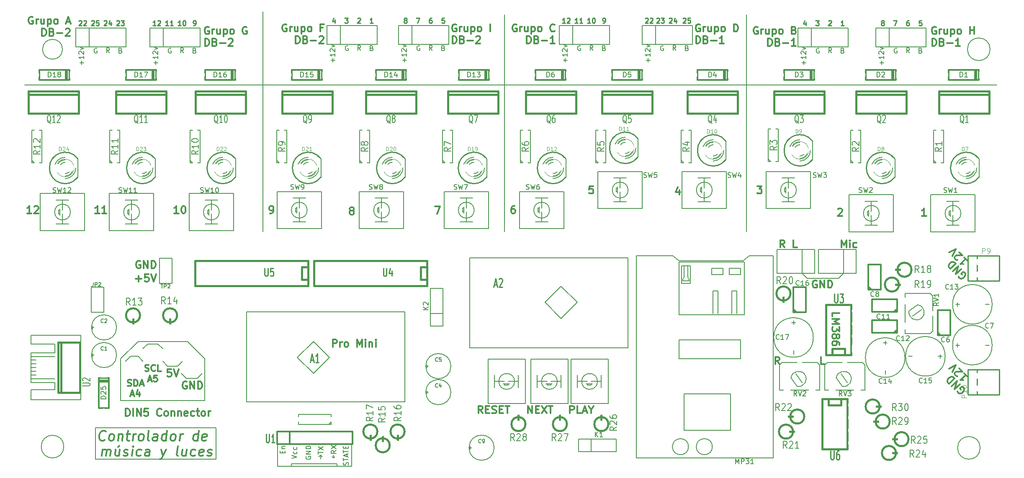
<source format=gto>
G04 (created by PCBNEW (2013-07-07 BZR 4022)-stable) date 21/01/2015 14:04:33*
%MOIN*%
G04 Gerber Fmt 3.4, Leading zero omitted, Abs format*
%FSLAX34Y34*%
G01*
G70*
G90*
G04 APERTURE LIST*
%ADD10C,0.00590551*%
%ADD11C,0.011811*%
%ADD12C,0.00787402*%
%ADD13C,0.00984252*%
%ADD14C,0.006*%
%ADD15C,0.015*%
%ADD16C,0.008*%
%ADD17C,0.003*%
%ADD18C,0.01*%
%ADD19C,0.012*%
%ADD20C,0.005*%
%ADD21C,0.01125*%
%ADD22C,0.0035*%
%ADD23C,0.0075*%
%ADD24C,0.0107*%
%ADD25C,0.0787402*%
%ADD26R,0.06X0.12*%
%ADD27O,0.06X0.13*%
%ADD28O,0.06X0.12*%
%ADD29R,0.065X0.065*%
%ADD30C,0.065*%
%ADD31C,0.07*%
%ADD32R,0.07X0.07*%
%ADD33R,0.12X0.12*%
%ADD34C,0.055*%
%ADD35C,0.066*%
%ADD36R,0.055X0.055*%
%ADD37R,0.06X0.06*%
%ADD38C,0.06*%
%ADD39R,0.0393701X0.0393701*%
%ADD40C,0.0472441*%
%ADD41C,0.137795*%
%ADD42R,0.09X0.062*%
%ADD43O,0.09X0.062*%
%ADD44O,0.1187X0.0593*%
%ADD45R,0.1X0.0590551*%
G04 APERTURE END LIST*
G54D10*
G54D11*
X59200Y-54739D02*
X59200Y-54148D01*
X59425Y-54148D01*
X59481Y-54176D01*
X59509Y-54204D01*
X59537Y-54260D01*
X59537Y-54345D01*
X59509Y-54401D01*
X59481Y-54429D01*
X59425Y-54457D01*
X59200Y-54457D01*
X60071Y-54739D02*
X59790Y-54739D01*
X59790Y-54148D01*
X60240Y-54570D02*
X60521Y-54570D01*
X60184Y-54739D02*
X60381Y-54148D01*
X60578Y-54739D01*
X60887Y-54457D02*
X60887Y-54739D01*
X60690Y-54148D02*
X60887Y-54457D01*
X61084Y-54148D01*
X55857Y-54739D02*
X55857Y-54148D01*
X56195Y-54739D01*
X56195Y-54148D01*
X56476Y-54429D02*
X56673Y-54429D01*
X56757Y-54739D02*
X56476Y-54739D01*
X56476Y-54148D01*
X56757Y-54148D01*
X56954Y-54148D02*
X57348Y-54739D01*
X57348Y-54148D02*
X56954Y-54739D01*
X57488Y-54148D02*
X57826Y-54148D01*
X57657Y-54739D02*
X57657Y-54148D01*
X52242Y-54739D02*
X52045Y-54457D01*
X51904Y-54739D02*
X51904Y-54148D01*
X52129Y-54148D01*
X52186Y-54176D01*
X52214Y-54204D01*
X52242Y-54260D01*
X52242Y-54345D01*
X52214Y-54401D01*
X52186Y-54429D01*
X52129Y-54457D01*
X51904Y-54457D01*
X52495Y-54429D02*
X52692Y-54429D01*
X52776Y-54739D02*
X52495Y-54739D01*
X52495Y-54148D01*
X52776Y-54148D01*
X53001Y-54710D02*
X53085Y-54739D01*
X53226Y-54739D01*
X53282Y-54710D01*
X53310Y-54682D01*
X53339Y-54626D01*
X53339Y-54570D01*
X53310Y-54514D01*
X53282Y-54485D01*
X53226Y-54457D01*
X53114Y-54429D01*
X53057Y-54401D01*
X53029Y-54373D01*
X53001Y-54317D01*
X53001Y-54260D01*
X53029Y-54204D01*
X53057Y-54176D01*
X53114Y-54148D01*
X53254Y-54148D01*
X53339Y-54176D01*
X53592Y-54429D02*
X53788Y-54429D01*
X53873Y-54739D02*
X53592Y-54739D01*
X53592Y-54148D01*
X53873Y-54148D01*
X54042Y-54148D02*
X54379Y-54148D01*
X54210Y-54739D02*
X54210Y-54148D01*
X79482Y-50839D02*
X79201Y-50839D01*
X79201Y-50248D01*
X75882Y-50839D02*
X75685Y-50557D01*
X75545Y-50839D02*
X75545Y-50248D01*
X75770Y-50248D01*
X75826Y-50276D01*
X75854Y-50304D01*
X75882Y-50360D01*
X75882Y-50445D01*
X75854Y-50501D01*
X75826Y-50529D01*
X75770Y-50557D01*
X75545Y-50557D01*
X78850Y-44176D02*
X78793Y-44148D01*
X78709Y-44148D01*
X78625Y-44176D01*
X78568Y-44232D01*
X78540Y-44289D01*
X78512Y-44401D01*
X78512Y-44485D01*
X78540Y-44598D01*
X78568Y-44654D01*
X78625Y-44710D01*
X78709Y-44739D01*
X78765Y-44739D01*
X78850Y-44710D01*
X78878Y-44682D01*
X78878Y-44485D01*
X78765Y-44485D01*
X79131Y-44739D02*
X79131Y-44148D01*
X79468Y-44739D01*
X79468Y-44148D01*
X79749Y-44739D02*
X79749Y-44148D01*
X79890Y-44148D01*
X79974Y-44176D01*
X80031Y-44232D01*
X80059Y-44289D01*
X80087Y-44401D01*
X80087Y-44485D01*
X80059Y-44598D01*
X80031Y-44654D01*
X79974Y-44710D01*
X79890Y-44739D01*
X79749Y-44739D01*
G54D12*
X80600Y-44000D02*
X78100Y-44000D01*
X81000Y-43600D02*
X80600Y-44000D01*
X77700Y-43600D02*
X78100Y-44000D01*
G54D11*
X76282Y-41539D02*
X76085Y-41257D01*
X75945Y-41539D02*
X75945Y-40948D01*
X76170Y-40948D01*
X76226Y-40976D01*
X76254Y-41004D01*
X76282Y-41060D01*
X76282Y-41145D01*
X76254Y-41201D01*
X76226Y-41229D01*
X76170Y-41257D01*
X75945Y-41257D01*
X77282Y-41539D02*
X77001Y-41539D01*
X77001Y-40948D01*
G54D12*
X28641Y-51968D02*
X29527Y-51968D01*
G54D11*
X80075Y-47033D02*
X80075Y-46751D01*
X80666Y-46751D01*
X80075Y-47230D02*
X80666Y-47230D01*
X80244Y-47426D01*
X80666Y-47623D01*
X80075Y-47623D01*
X80666Y-47848D02*
X80666Y-48214D01*
X80441Y-48017D01*
X80441Y-48101D01*
X80413Y-48158D01*
X80385Y-48186D01*
X80329Y-48214D01*
X80188Y-48214D01*
X80132Y-48186D01*
X80104Y-48158D01*
X80075Y-48101D01*
X80075Y-47933D01*
X80104Y-47876D01*
X80132Y-47848D01*
X80413Y-48551D02*
X80441Y-48495D01*
X80469Y-48467D01*
X80525Y-48439D01*
X80553Y-48439D01*
X80610Y-48467D01*
X80638Y-48495D01*
X80666Y-48551D01*
X80666Y-48664D01*
X80638Y-48720D01*
X80610Y-48748D01*
X80553Y-48776D01*
X80525Y-48776D01*
X80469Y-48748D01*
X80441Y-48720D01*
X80413Y-48664D01*
X80413Y-48551D01*
X80385Y-48495D01*
X80357Y-48467D01*
X80300Y-48439D01*
X80188Y-48439D01*
X80132Y-48467D01*
X80104Y-48495D01*
X80075Y-48551D01*
X80075Y-48664D01*
X80104Y-48720D01*
X80132Y-48748D01*
X80188Y-48776D01*
X80300Y-48776D01*
X80357Y-48748D01*
X80385Y-48720D01*
X80413Y-48664D01*
X80666Y-49282D02*
X80666Y-49170D01*
X80638Y-49114D01*
X80610Y-49086D01*
X80525Y-49029D01*
X80413Y-49001D01*
X80188Y-49001D01*
X80132Y-49029D01*
X80104Y-49057D01*
X80075Y-49114D01*
X80075Y-49226D01*
X80104Y-49282D01*
X80132Y-49311D01*
X80188Y-49339D01*
X80329Y-49339D01*
X80385Y-49311D01*
X80413Y-49282D01*
X80441Y-49226D01*
X80441Y-49114D01*
X80413Y-49057D01*
X80385Y-49029D01*
X80329Y-49001D01*
G54D12*
X23425Y-53740D02*
X23425Y-50393D01*
X30118Y-53740D02*
X23425Y-53740D01*
X30118Y-50393D02*
X30118Y-53740D01*
X28740Y-49015D02*
X30118Y-50393D01*
X24803Y-49015D02*
X28740Y-49015D01*
X23425Y-50393D02*
X24803Y-49015D01*
X25590Y-49212D02*
X26377Y-49212D01*
X29527Y-51968D02*
X29921Y-51574D01*
X28248Y-51574D02*
X28641Y-51968D01*
X27952Y-50984D02*
X28346Y-50590D01*
X27165Y-50984D02*
X27952Y-50984D01*
X26771Y-50590D02*
X27165Y-50984D01*
X26377Y-49212D02*
X26771Y-49606D01*
X25196Y-49606D02*
X25590Y-49212D01*
X24803Y-50196D02*
X25196Y-50590D01*
X24212Y-50196D02*
X24803Y-50196D01*
X23818Y-50590D02*
X24212Y-50196D01*
G54D11*
X90050Y-53007D02*
X90069Y-53067D01*
X90129Y-53126D01*
X90209Y-53166D01*
X90288Y-53166D01*
X90348Y-53146D01*
X90447Y-53087D01*
X90507Y-53027D01*
X90567Y-52927D01*
X90587Y-52868D01*
X90587Y-52788D01*
X90547Y-52709D01*
X90507Y-52669D01*
X90427Y-52629D01*
X90388Y-52629D01*
X90248Y-52768D01*
X90328Y-52848D01*
X90248Y-52410D02*
X89831Y-52828D01*
X90010Y-52172D01*
X89592Y-52589D01*
X89811Y-51973D02*
X89393Y-52391D01*
X89294Y-52291D01*
X89254Y-52212D01*
X89254Y-52132D01*
X89274Y-52072D01*
X89334Y-51973D01*
X89393Y-51913D01*
X89493Y-51854D01*
X89552Y-51834D01*
X89632Y-51834D01*
X89712Y-51874D01*
X89811Y-51973D01*
X90585Y-51565D02*
X90823Y-51804D01*
X90704Y-51685D02*
X90286Y-52102D01*
X90386Y-52082D01*
X90465Y-52082D01*
X90525Y-52102D01*
X90048Y-51784D02*
X90008Y-51784D01*
X89948Y-51764D01*
X89849Y-51665D01*
X89829Y-51605D01*
X89829Y-51565D01*
X89849Y-51506D01*
X89889Y-51466D01*
X89968Y-51426D01*
X90445Y-51426D01*
X90187Y-51168D01*
X89650Y-51466D02*
X89928Y-50909D01*
X89372Y-51188D01*
X80809Y-41539D02*
X80809Y-40948D01*
X81006Y-41370D01*
X81203Y-40948D01*
X81203Y-41539D01*
X81484Y-41539D02*
X81484Y-41145D01*
X81484Y-40948D02*
X81456Y-40976D01*
X81484Y-41004D01*
X81512Y-40976D01*
X81484Y-40948D01*
X81484Y-41004D01*
X82018Y-41510D02*
X81962Y-41539D01*
X81849Y-41539D01*
X81793Y-41510D01*
X81765Y-41482D01*
X81737Y-41426D01*
X81737Y-41257D01*
X81765Y-41201D01*
X81793Y-41173D01*
X81849Y-41145D01*
X81962Y-41145D01*
X82018Y-41173D01*
G54D12*
X91863Y-57492D02*
G75*
G03X91863Y-57492I-901J0D01*
G74*
G01*
X92651Y-25750D02*
G75*
G03X92651Y-25750I-901J0D01*
G74*
G01*
X18790Y-25750D02*
G75*
G03X18790Y-25750I-790J0D01*
G74*
G01*
X18901Y-57393D02*
G75*
G03X18901Y-57393I-901J0D01*
G74*
G01*
X73250Y-23000D02*
X73250Y-40250D01*
X54000Y-23000D02*
X54000Y-40250D01*
X34750Y-22750D02*
X34750Y-40250D01*
G54D11*
X24983Y-42629D02*
X24926Y-42601D01*
X24842Y-42601D01*
X24758Y-42629D01*
X24701Y-42685D01*
X24673Y-42741D01*
X24645Y-42854D01*
X24645Y-42938D01*
X24673Y-43051D01*
X24701Y-43107D01*
X24758Y-43163D01*
X24842Y-43191D01*
X24898Y-43191D01*
X24983Y-43163D01*
X25011Y-43135D01*
X25011Y-42938D01*
X24898Y-42938D01*
X25264Y-43191D02*
X25264Y-42601D01*
X25601Y-43191D01*
X25601Y-42601D01*
X25883Y-43191D02*
X25883Y-42601D01*
X26023Y-42601D01*
X26107Y-42629D01*
X26164Y-42685D01*
X26192Y-42741D01*
X26220Y-42854D01*
X26220Y-42938D01*
X26192Y-43051D01*
X26164Y-43107D01*
X26107Y-43163D01*
X26023Y-43191D01*
X25883Y-43191D01*
X24634Y-44029D02*
X25084Y-44029D01*
X24859Y-44254D02*
X24859Y-43804D01*
X25646Y-43664D02*
X25365Y-43664D01*
X25337Y-43945D01*
X25365Y-43917D01*
X25421Y-43889D01*
X25562Y-43889D01*
X25618Y-43917D01*
X25646Y-43945D01*
X25674Y-44001D01*
X25674Y-44142D01*
X25646Y-44198D01*
X25618Y-44226D01*
X25562Y-44254D01*
X25421Y-44254D01*
X25365Y-44226D01*
X25337Y-44198D01*
X25843Y-43664D02*
X26040Y-44254D01*
X26237Y-43664D01*
X27446Y-51223D02*
X27165Y-51223D01*
X27137Y-51504D01*
X27165Y-51476D01*
X27221Y-51448D01*
X27362Y-51448D01*
X27418Y-51476D01*
X27446Y-51504D01*
X27474Y-51560D01*
X27474Y-51701D01*
X27446Y-51757D01*
X27418Y-51785D01*
X27362Y-51813D01*
X27221Y-51813D01*
X27165Y-51785D01*
X27137Y-51757D01*
X27643Y-51223D02*
X27840Y-51813D01*
X28037Y-51223D01*
X28683Y-52235D02*
X28627Y-52207D01*
X28543Y-52207D01*
X28458Y-52235D01*
X28402Y-52291D01*
X28374Y-52348D01*
X28346Y-52460D01*
X28346Y-52544D01*
X28374Y-52657D01*
X28402Y-52713D01*
X28458Y-52769D01*
X28543Y-52798D01*
X28599Y-52798D01*
X28683Y-52769D01*
X28712Y-52741D01*
X28712Y-52544D01*
X28599Y-52544D01*
X28965Y-52798D02*
X28965Y-52207D01*
X29302Y-52798D01*
X29302Y-52207D01*
X29583Y-52798D02*
X29583Y-52207D01*
X29724Y-52207D01*
X29808Y-52235D01*
X29865Y-52291D01*
X29893Y-52348D01*
X29921Y-52460D01*
X29921Y-52544D01*
X29893Y-52657D01*
X29865Y-52713D01*
X29808Y-52769D01*
X29724Y-52798D01*
X29583Y-52798D01*
X23984Y-52544D02*
X24057Y-52569D01*
X24179Y-52569D01*
X24228Y-52544D01*
X24252Y-52520D01*
X24277Y-52471D01*
X24277Y-52423D01*
X24252Y-52374D01*
X24228Y-52350D01*
X24179Y-52325D01*
X24082Y-52301D01*
X24033Y-52276D01*
X24009Y-52252D01*
X23984Y-52203D01*
X23984Y-52155D01*
X24009Y-52106D01*
X24033Y-52081D01*
X24082Y-52057D01*
X24204Y-52057D01*
X24277Y-52081D01*
X24496Y-52569D02*
X24496Y-52057D01*
X24618Y-52057D01*
X24691Y-52081D01*
X24740Y-52130D01*
X24764Y-52179D01*
X24789Y-52276D01*
X24789Y-52350D01*
X24764Y-52447D01*
X24740Y-52496D01*
X24691Y-52544D01*
X24618Y-52569D01*
X24496Y-52569D01*
X24984Y-52423D02*
X25227Y-52423D01*
X24935Y-52569D02*
X25105Y-52057D01*
X25276Y-52569D01*
X24240Y-53257D02*
X24484Y-53257D01*
X24191Y-53404D02*
X24362Y-52892D01*
X24533Y-53404D01*
X24923Y-53062D02*
X24923Y-53404D01*
X24801Y-52867D02*
X24679Y-53233D01*
X24996Y-53233D01*
X25374Y-51363D02*
X25448Y-51388D01*
X25569Y-51388D01*
X25618Y-51363D01*
X25643Y-51339D01*
X25667Y-51290D01*
X25667Y-51242D01*
X25643Y-51193D01*
X25618Y-51168D01*
X25569Y-51144D01*
X25472Y-51120D01*
X25423Y-51095D01*
X25399Y-51071D01*
X25374Y-51022D01*
X25374Y-50973D01*
X25399Y-50925D01*
X25423Y-50900D01*
X25472Y-50876D01*
X25594Y-50876D01*
X25667Y-50900D01*
X26179Y-51339D02*
X26154Y-51363D01*
X26081Y-51388D01*
X26032Y-51388D01*
X25959Y-51363D01*
X25911Y-51315D01*
X25886Y-51266D01*
X25862Y-51168D01*
X25862Y-51095D01*
X25886Y-50998D01*
X25911Y-50949D01*
X25959Y-50900D01*
X26032Y-50876D01*
X26081Y-50876D01*
X26154Y-50900D01*
X26179Y-50925D01*
X26642Y-51388D02*
X26398Y-51388D01*
X26398Y-50876D01*
X25618Y-52076D02*
X25862Y-52076D01*
X25569Y-52222D02*
X25740Y-51711D01*
X25911Y-52222D01*
X26325Y-51711D02*
X26081Y-51711D01*
X26057Y-51954D01*
X26081Y-51930D01*
X26130Y-51906D01*
X26252Y-51906D01*
X26301Y-51930D01*
X26325Y-51954D01*
X26349Y-52003D01*
X26349Y-52125D01*
X26325Y-52174D01*
X26301Y-52198D01*
X26252Y-52222D01*
X26130Y-52222D01*
X26081Y-52198D01*
X26057Y-52174D01*
G54D13*
X87193Y-23465D02*
X87006Y-23465D01*
X86987Y-23653D01*
X87006Y-23634D01*
X87043Y-23615D01*
X87137Y-23615D01*
X87174Y-23634D01*
X87193Y-23653D01*
X87212Y-23690D01*
X87212Y-23784D01*
X87193Y-23821D01*
X87174Y-23840D01*
X87137Y-23859D01*
X87043Y-23859D01*
X87006Y-23840D01*
X86987Y-23821D01*
X86174Y-23465D02*
X86100Y-23465D01*
X86062Y-23484D01*
X86043Y-23503D01*
X86006Y-23559D01*
X85987Y-23634D01*
X85987Y-23784D01*
X86006Y-23821D01*
X86025Y-23840D01*
X86062Y-23859D01*
X86137Y-23859D01*
X86174Y-23840D01*
X86193Y-23821D01*
X86212Y-23784D01*
X86212Y-23690D01*
X86193Y-23653D01*
X86174Y-23634D01*
X86137Y-23615D01*
X86062Y-23615D01*
X86025Y-23634D01*
X86006Y-23653D01*
X85987Y-23690D01*
X84968Y-23465D02*
X85231Y-23465D01*
X85062Y-23859D01*
X84062Y-23634D02*
X84025Y-23615D01*
X84006Y-23596D01*
X83987Y-23559D01*
X83987Y-23540D01*
X84006Y-23503D01*
X84025Y-23484D01*
X84062Y-23465D01*
X84137Y-23465D01*
X84174Y-23484D01*
X84193Y-23503D01*
X84212Y-23540D01*
X84212Y-23559D01*
X84193Y-23596D01*
X84174Y-23615D01*
X84137Y-23634D01*
X84062Y-23634D01*
X84025Y-23653D01*
X84006Y-23671D01*
X83987Y-23709D01*
X83987Y-23784D01*
X84006Y-23821D01*
X84025Y-23840D01*
X84062Y-23859D01*
X84137Y-23859D01*
X84174Y-23840D01*
X84193Y-23821D01*
X84212Y-23784D01*
X84212Y-23709D01*
X84193Y-23671D01*
X84174Y-23653D01*
X84137Y-23634D01*
X81012Y-23859D02*
X80787Y-23859D01*
X80900Y-23859D02*
X80900Y-23465D01*
X80862Y-23521D01*
X80825Y-23559D01*
X80787Y-23578D01*
X79787Y-23503D02*
X79806Y-23484D01*
X79843Y-23465D01*
X79937Y-23465D01*
X79974Y-23484D01*
X79993Y-23503D01*
X80012Y-23540D01*
X80012Y-23578D01*
X79993Y-23634D01*
X79768Y-23859D01*
X80012Y-23859D01*
X78768Y-23465D02*
X79012Y-23465D01*
X78881Y-23615D01*
X78937Y-23615D01*
X78974Y-23634D01*
X78993Y-23653D01*
X79012Y-23690D01*
X79012Y-23784D01*
X78993Y-23821D01*
X78974Y-23840D01*
X78937Y-23859D01*
X78825Y-23859D01*
X78787Y-23840D01*
X78768Y-23821D01*
X77974Y-23596D02*
X77974Y-23859D01*
X77881Y-23446D02*
X77787Y-23728D01*
X78031Y-23728D01*
X68200Y-23303D02*
X68218Y-23284D01*
X68256Y-23265D01*
X68350Y-23265D01*
X68387Y-23284D01*
X68406Y-23303D01*
X68425Y-23340D01*
X68425Y-23378D01*
X68406Y-23434D01*
X68181Y-23659D01*
X68425Y-23659D01*
X68781Y-23265D02*
X68593Y-23265D01*
X68574Y-23453D01*
X68593Y-23434D01*
X68631Y-23415D01*
X68724Y-23415D01*
X68762Y-23434D01*
X68781Y-23453D01*
X68799Y-23490D01*
X68799Y-23584D01*
X68781Y-23621D01*
X68762Y-23640D01*
X68724Y-23659D01*
X68631Y-23659D01*
X68593Y-23640D01*
X68574Y-23621D01*
X67100Y-23303D02*
X67118Y-23284D01*
X67156Y-23265D01*
X67250Y-23265D01*
X67287Y-23284D01*
X67306Y-23303D01*
X67325Y-23340D01*
X67325Y-23378D01*
X67306Y-23434D01*
X67081Y-23659D01*
X67325Y-23659D01*
X67662Y-23396D02*
X67662Y-23659D01*
X67568Y-23246D02*
X67474Y-23528D01*
X67718Y-23528D01*
X66100Y-23303D02*
X66118Y-23284D01*
X66156Y-23265D01*
X66250Y-23265D01*
X66287Y-23284D01*
X66306Y-23303D01*
X66325Y-23340D01*
X66325Y-23378D01*
X66306Y-23434D01*
X66081Y-23659D01*
X66325Y-23659D01*
X66456Y-23265D02*
X66699Y-23265D01*
X66568Y-23415D01*
X66624Y-23415D01*
X66662Y-23434D01*
X66681Y-23453D01*
X66699Y-23490D01*
X66699Y-23584D01*
X66681Y-23621D01*
X66662Y-23640D01*
X66624Y-23659D01*
X66512Y-23659D01*
X66474Y-23640D01*
X66456Y-23621D01*
X65200Y-23303D02*
X65218Y-23284D01*
X65256Y-23265D01*
X65350Y-23265D01*
X65387Y-23284D01*
X65406Y-23303D01*
X65425Y-23340D01*
X65425Y-23378D01*
X65406Y-23434D01*
X65181Y-23659D01*
X65425Y-23659D01*
X65574Y-23303D02*
X65593Y-23284D01*
X65631Y-23265D01*
X65724Y-23265D01*
X65762Y-23284D01*
X65781Y-23303D01*
X65799Y-23340D01*
X65799Y-23378D01*
X65781Y-23434D01*
X65556Y-23659D01*
X65799Y-23659D01*
X61825Y-23659D02*
X61900Y-23659D01*
X61937Y-23640D01*
X61956Y-23621D01*
X61993Y-23565D01*
X62012Y-23490D01*
X62012Y-23340D01*
X61993Y-23303D01*
X61974Y-23284D01*
X61937Y-23265D01*
X61862Y-23265D01*
X61825Y-23284D01*
X61806Y-23303D01*
X61787Y-23340D01*
X61787Y-23434D01*
X61806Y-23471D01*
X61825Y-23490D01*
X61862Y-23509D01*
X61937Y-23509D01*
X61974Y-23490D01*
X61993Y-23471D01*
X62012Y-23434D01*
X60825Y-23659D02*
X60600Y-23659D01*
X60712Y-23659D02*
X60712Y-23265D01*
X60675Y-23321D01*
X60637Y-23359D01*
X60600Y-23378D01*
X61068Y-23265D02*
X61106Y-23265D01*
X61143Y-23284D01*
X61162Y-23303D01*
X61181Y-23340D01*
X61199Y-23415D01*
X61199Y-23509D01*
X61181Y-23584D01*
X61162Y-23621D01*
X61143Y-23640D01*
X61106Y-23659D01*
X61068Y-23659D01*
X61031Y-23640D01*
X61012Y-23621D01*
X60993Y-23584D01*
X60974Y-23509D01*
X60974Y-23415D01*
X60993Y-23340D01*
X61012Y-23303D01*
X61031Y-23284D01*
X61068Y-23265D01*
X59825Y-23659D02*
X59600Y-23659D01*
X59712Y-23659D02*
X59712Y-23265D01*
X59675Y-23321D01*
X59637Y-23359D01*
X59600Y-23378D01*
X60199Y-23659D02*
X59974Y-23659D01*
X60087Y-23659D02*
X60087Y-23265D01*
X60049Y-23321D01*
X60012Y-23359D01*
X59974Y-23378D01*
X49193Y-23265D02*
X49006Y-23265D01*
X48987Y-23453D01*
X49006Y-23434D01*
X49043Y-23415D01*
X49137Y-23415D01*
X49174Y-23434D01*
X49193Y-23453D01*
X49212Y-23490D01*
X49212Y-23584D01*
X49193Y-23621D01*
X49174Y-23640D01*
X49137Y-23659D01*
X49043Y-23659D01*
X49006Y-23640D01*
X48987Y-23621D01*
X48174Y-23265D02*
X48100Y-23265D01*
X48062Y-23284D01*
X48043Y-23303D01*
X48006Y-23359D01*
X47987Y-23434D01*
X47987Y-23584D01*
X48006Y-23621D01*
X48025Y-23640D01*
X48062Y-23659D01*
X48137Y-23659D01*
X48174Y-23640D01*
X48193Y-23621D01*
X48212Y-23584D01*
X48212Y-23490D01*
X48193Y-23453D01*
X48174Y-23434D01*
X48137Y-23415D01*
X48062Y-23415D01*
X48025Y-23434D01*
X48006Y-23453D01*
X47987Y-23490D01*
X43512Y-23659D02*
X43287Y-23659D01*
X43400Y-23659D02*
X43400Y-23265D01*
X43362Y-23321D01*
X43325Y-23359D01*
X43287Y-23378D01*
X42287Y-23303D02*
X42306Y-23284D01*
X42343Y-23265D01*
X42437Y-23265D01*
X42474Y-23284D01*
X42493Y-23303D01*
X42512Y-23340D01*
X42512Y-23378D01*
X42493Y-23434D01*
X42268Y-23659D01*
X42512Y-23659D01*
X41268Y-23265D02*
X41512Y-23265D01*
X41381Y-23415D01*
X41437Y-23415D01*
X41474Y-23434D01*
X41493Y-23453D01*
X41512Y-23490D01*
X41512Y-23584D01*
X41493Y-23621D01*
X41474Y-23640D01*
X41437Y-23659D01*
X41325Y-23659D01*
X41287Y-23640D01*
X41268Y-23621D01*
X29225Y-23859D02*
X29300Y-23859D01*
X29337Y-23840D01*
X29356Y-23821D01*
X29393Y-23765D01*
X29412Y-23690D01*
X29412Y-23540D01*
X29393Y-23503D01*
X29374Y-23484D01*
X29337Y-23465D01*
X29262Y-23465D01*
X29225Y-23484D01*
X29206Y-23503D01*
X29187Y-23540D01*
X29187Y-23634D01*
X29206Y-23671D01*
X29225Y-23690D01*
X29262Y-23709D01*
X29337Y-23709D01*
X29374Y-23690D01*
X29393Y-23671D01*
X29412Y-23634D01*
X28225Y-23859D02*
X28000Y-23859D01*
X28112Y-23859D02*
X28112Y-23465D01*
X28075Y-23521D01*
X28037Y-23559D01*
X28000Y-23578D01*
X28468Y-23465D02*
X28506Y-23465D01*
X28543Y-23484D01*
X28562Y-23503D01*
X28581Y-23540D01*
X28599Y-23615D01*
X28599Y-23709D01*
X28581Y-23784D01*
X28562Y-23821D01*
X28543Y-23840D01*
X28506Y-23859D01*
X28468Y-23859D01*
X28431Y-23840D01*
X28412Y-23821D01*
X28393Y-23784D01*
X28374Y-23709D01*
X28374Y-23615D01*
X28393Y-23540D01*
X28412Y-23503D01*
X28431Y-23484D01*
X28468Y-23465D01*
X27225Y-23859D02*
X27000Y-23859D01*
X27112Y-23859D02*
X27112Y-23465D01*
X27075Y-23521D01*
X27037Y-23559D01*
X27000Y-23578D01*
X27599Y-23859D02*
X27374Y-23859D01*
X27487Y-23859D02*
X27487Y-23465D01*
X27449Y-23521D01*
X27412Y-23559D01*
X27374Y-23578D01*
X26225Y-23859D02*
X26000Y-23859D01*
X26112Y-23859D02*
X26112Y-23465D01*
X26075Y-23521D01*
X26037Y-23559D01*
X26000Y-23578D01*
X26374Y-23503D02*
X26393Y-23484D01*
X26431Y-23465D01*
X26524Y-23465D01*
X26562Y-23484D01*
X26581Y-23503D01*
X26599Y-23540D01*
X26599Y-23578D01*
X26581Y-23634D01*
X26356Y-23859D01*
X26599Y-23859D01*
G54D11*
X88349Y-23976D02*
X88293Y-23948D01*
X88209Y-23948D01*
X88124Y-23976D01*
X88068Y-24032D01*
X88040Y-24089D01*
X88012Y-24201D01*
X88012Y-24285D01*
X88040Y-24398D01*
X88068Y-24454D01*
X88124Y-24510D01*
X88209Y-24539D01*
X88265Y-24539D01*
X88349Y-24510D01*
X88378Y-24482D01*
X88378Y-24285D01*
X88265Y-24285D01*
X88631Y-24539D02*
X88631Y-24145D01*
X88631Y-24257D02*
X88659Y-24201D01*
X88687Y-24173D01*
X88743Y-24145D01*
X88799Y-24145D01*
X89249Y-24145D02*
X89249Y-24539D01*
X88996Y-24145D02*
X88996Y-24454D01*
X89024Y-24510D01*
X89081Y-24539D01*
X89165Y-24539D01*
X89221Y-24510D01*
X89249Y-24482D01*
X89531Y-24145D02*
X89531Y-24735D01*
X89531Y-24173D02*
X89587Y-24145D01*
X89699Y-24145D01*
X89756Y-24173D01*
X89784Y-24201D01*
X89812Y-24257D01*
X89812Y-24426D01*
X89784Y-24482D01*
X89756Y-24510D01*
X89699Y-24539D01*
X89587Y-24539D01*
X89531Y-24510D01*
X90149Y-24539D02*
X90093Y-24510D01*
X90065Y-24482D01*
X90037Y-24426D01*
X90037Y-24257D01*
X90065Y-24201D01*
X90093Y-24173D01*
X90149Y-24145D01*
X90234Y-24145D01*
X90290Y-24173D01*
X90318Y-24201D01*
X90346Y-24257D01*
X90346Y-24426D01*
X90318Y-24482D01*
X90290Y-24510D01*
X90234Y-24539D01*
X90149Y-24539D01*
X91049Y-24539D02*
X91049Y-23948D01*
X91049Y-24229D02*
X91387Y-24229D01*
X91387Y-24539D02*
X91387Y-23948D01*
X88040Y-25483D02*
X88040Y-24893D01*
X88181Y-24893D01*
X88265Y-24921D01*
X88321Y-24977D01*
X88349Y-25033D01*
X88378Y-25146D01*
X88378Y-25230D01*
X88349Y-25343D01*
X88321Y-25399D01*
X88265Y-25455D01*
X88181Y-25483D01*
X88040Y-25483D01*
X88828Y-25174D02*
X88912Y-25202D01*
X88940Y-25230D01*
X88968Y-25287D01*
X88968Y-25371D01*
X88940Y-25427D01*
X88912Y-25455D01*
X88856Y-25483D01*
X88631Y-25483D01*
X88631Y-24893D01*
X88828Y-24893D01*
X88884Y-24921D01*
X88912Y-24949D01*
X88940Y-25005D01*
X88940Y-25062D01*
X88912Y-25118D01*
X88884Y-25146D01*
X88828Y-25174D01*
X88631Y-25174D01*
X89221Y-25258D02*
X89671Y-25258D01*
X90262Y-25483D02*
X89924Y-25483D01*
X90093Y-25483D02*
X90093Y-24893D01*
X90037Y-24977D01*
X89980Y-25033D01*
X89924Y-25062D01*
X74150Y-23976D02*
X74094Y-23948D01*
X74009Y-23948D01*
X73925Y-23976D01*
X73869Y-24032D01*
X73841Y-24089D01*
X73812Y-24201D01*
X73812Y-24285D01*
X73841Y-24398D01*
X73869Y-24454D01*
X73925Y-24510D01*
X74009Y-24539D01*
X74066Y-24539D01*
X74150Y-24510D01*
X74178Y-24482D01*
X74178Y-24285D01*
X74066Y-24285D01*
X74431Y-24539D02*
X74431Y-24145D01*
X74431Y-24257D02*
X74459Y-24201D01*
X74487Y-24173D01*
X74544Y-24145D01*
X74600Y-24145D01*
X75050Y-24145D02*
X75050Y-24539D01*
X74797Y-24145D02*
X74797Y-24454D01*
X74825Y-24510D01*
X74881Y-24539D01*
X74965Y-24539D01*
X75022Y-24510D01*
X75050Y-24482D01*
X75331Y-24145D02*
X75331Y-24735D01*
X75331Y-24173D02*
X75387Y-24145D01*
X75500Y-24145D01*
X75556Y-24173D01*
X75584Y-24201D01*
X75612Y-24257D01*
X75612Y-24426D01*
X75584Y-24482D01*
X75556Y-24510D01*
X75500Y-24539D01*
X75387Y-24539D01*
X75331Y-24510D01*
X75950Y-24539D02*
X75893Y-24510D01*
X75865Y-24482D01*
X75837Y-24426D01*
X75837Y-24257D01*
X75865Y-24201D01*
X75893Y-24173D01*
X75950Y-24145D01*
X76034Y-24145D01*
X76090Y-24173D01*
X76118Y-24201D01*
X76147Y-24257D01*
X76147Y-24426D01*
X76118Y-24482D01*
X76090Y-24510D01*
X76034Y-24539D01*
X75950Y-24539D01*
X77046Y-24229D02*
X77131Y-24257D01*
X77159Y-24285D01*
X77187Y-24342D01*
X77187Y-24426D01*
X77159Y-24482D01*
X77131Y-24510D01*
X77075Y-24539D01*
X76850Y-24539D01*
X76850Y-23948D01*
X77046Y-23948D01*
X77103Y-23976D01*
X77131Y-24004D01*
X77159Y-24060D01*
X77159Y-24117D01*
X77131Y-24173D01*
X77103Y-24201D01*
X77046Y-24229D01*
X76850Y-24229D01*
X74965Y-25483D02*
X74965Y-24893D01*
X75106Y-24893D01*
X75190Y-24921D01*
X75247Y-24977D01*
X75275Y-25033D01*
X75303Y-25146D01*
X75303Y-25230D01*
X75275Y-25343D01*
X75247Y-25399D01*
X75190Y-25455D01*
X75106Y-25483D01*
X74965Y-25483D01*
X75753Y-25174D02*
X75837Y-25202D01*
X75865Y-25230D01*
X75893Y-25287D01*
X75893Y-25371D01*
X75865Y-25427D01*
X75837Y-25455D01*
X75781Y-25483D01*
X75556Y-25483D01*
X75556Y-24893D01*
X75753Y-24893D01*
X75809Y-24921D01*
X75837Y-24949D01*
X75865Y-25005D01*
X75865Y-25062D01*
X75837Y-25118D01*
X75809Y-25146D01*
X75753Y-25174D01*
X75556Y-25174D01*
X76147Y-25258D02*
X76596Y-25258D01*
X77187Y-25483D02*
X76850Y-25483D01*
X77018Y-25483D02*
X77018Y-24893D01*
X76962Y-24977D01*
X76906Y-25033D01*
X76850Y-25062D01*
X69549Y-23776D02*
X69493Y-23748D01*
X69409Y-23748D01*
X69324Y-23776D01*
X69268Y-23832D01*
X69240Y-23889D01*
X69212Y-24001D01*
X69212Y-24085D01*
X69240Y-24198D01*
X69268Y-24254D01*
X69324Y-24310D01*
X69409Y-24339D01*
X69465Y-24339D01*
X69549Y-24310D01*
X69578Y-24282D01*
X69578Y-24085D01*
X69465Y-24085D01*
X69831Y-24339D02*
X69831Y-23945D01*
X69831Y-24057D02*
X69859Y-24001D01*
X69887Y-23973D01*
X69943Y-23945D01*
X69999Y-23945D01*
X70449Y-23945D02*
X70449Y-24339D01*
X70196Y-23945D02*
X70196Y-24254D01*
X70224Y-24310D01*
X70281Y-24339D01*
X70365Y-24339D01*
X70421Y-24310D01*
X70449Y-24282D01*
X70731Y-23945D02*
X70731Y-24535D01*
X70731Y-23973D02*
X70787Y-23945D01*
X70899Y-23945D01*
X70956Y-23973D01*
X70984Y-24001D01*
X71012Y-24057D01*
X71012Y-24226D01*
X70984Y-24282D01*
X70956Y-24310D01*
X70899Y-24339D01*
X70787Y-24339D01*
X70731Y-24310D01*
X71349Y-24339D02*
X71293Y-24310D01*
X71265Y-24282D01*
X71237Y-24226D01*
X71237Y-24057D01*
X71265Y-24001D01*
X71293Y-23973D01*
X71349Y-23945D01*
X71434Y-23945D01*
X71490Y-23973D01*
X71518Y-24001D01*
X71546Y-24057D01*
X71546Y-24226D01*
X71518Y-24282D01*
X71490Y-24310D01*
X71434Y-24339D01*
X71349Y-24339D01*
X72249Y-24339D02*
X72249Y-23748D01*
X72390Y-23748D01*
X72474Y-23776D01*
X72530Y-23832D01*
X72558Y-23889D01*
X72587Y-24001D01*
X72587Y-24085D01*
X72558Y-24198D01*
X72530Y-24254D01*
X72474Y-24310D01*
X72390Y-24339D01*
X72249Y-24339D01*
X69240Y-25283D02*
X69240Y-24693D01*
X69381Y-24693D01*
X69465Y-24721D01*
X69521Y-24777D01*
X69549Y-24833D01*
X69578Y-24946D01*
X69578Y-25030D01*
X69549Y-25143D01*
X69521Y-25199D01*
X69465Y-25255D01*
X69381Y-25283D01*
X69240Y-25283D01*
X70028Y-24974D02*
X70112Y-25002D01*
X70140Y-25030D01*
X70168Y-25087D01*
X70168Y-25171D01*
X70140Y-25227D01*
X70112Y-25255D01*
X70056Y-25283D01*
X69831Y-25283D01*
X69831Y-24693D01*
X70028Y-24693D01*
X70084Y-24721D01*
X70112Y-24749D01*
X70140Y-24805D01*
X70140Y-24862D01*
X70112Y-24918D01*
X70084Y-24946D01*
X70028Y-24974D01*
X69831Y-24974D01*
X70421Y-25058D02*
X70871Y-25058D01*
X71462Y-25283D02*
X71124Y-25283D01*
X71293Y-25283D02*
X71293Y-24693D01*
X71237Y-24777D01*
X71180Y-24833D01*
X71124Y-24862D01*
X54950Y-23776D02*
X54894Y-23748D01*
X54809Y-23748D01*
X54725Y-23776D01*
X54669Y-23832D01*
X54641Y-23889D01*
X54612Y-24001D01*
X54612Y-24085D01*
X54641Y-24198D01*
X54669Y-24254D01*
X54725Y-24310D01*
X54809Y-24339D01*
X54866Y-24339D01*
X54950Y-24310D01*
X54978Y-24282D01*
X54978Y-24085D01*
X54866Y-24085D01*
X55231Y-24339D02*
X55231Y-23945D01*
X55231Y-24057D02*
X55259Y-24001D01*
X55287Y-23973D01*
X55344Y-23945D01*
X55400Y-23945D01*
X55850Y-23945D02*
X55850Y-24339D01*
X55597Y-23945D02*
X55597Y-24254D01*
X55625Y-24310D01*
X55681Y-24339D01*
X55765Y-24339D01*
X55822Y-24310D01*
X55850Y-24282D01*
X56131Y-23945D02*
X56131Y-24535D01*
X56131Y-23973D02*
X56187Y-23945D01*
X56300Y-23945D01*
X56356Y-23973D01*
X56384Y-24001D01*
X56412Y-24057D01*
X56412Y-24226D01*
X56384Y-24282D01*
X56356Y-24310D01*
X56300Y-24339D01*
X56187Y-24339D01*
X56131Y-24310D01*
X56750Y-24339D02*
X56693Y-24310D01*
X56665Y-24282D01*
X56637Y-24226D01*
X56637Y-24057D01*
X56665Y-24001D01*
X56693Y-23973D01*
X56750Y-23945D01*
X56834Y-23945D01*
X56890Y-23973D01*
X56918Y-24001D01*
X56947Y-24057D01*
X56947Y-24226D01*
X56918Y-24282D01*
X56890Y-24310D01*
X56834Y-24339D01*
X56750Y-24339D01*
X57987Y-24282D02*
X57959Y-24310D01*
X57875Y-24339D01*
X57818Y-24339D01*
X57734Y-24310D01*
X57678Y-24254D01*
X57650Y-24198D01*
X57621Y-24085D01*
X57621Y-24001D01*
X57650Y-23889D01*
X57678Y-23832D01*
X57734Y-23776D01*
X57818Y-23748D01*
X57875Y-23748D01*
X57959Y-23776D01*
X57987Y-23804D01*
X55765Y-25283D02*
X55765Y-24693D01*
X55906Y-24693D01*
X55990Y-24721D01*
X56047Y-24777D01*
X56075Y-24833D01*
X56103Y-24946D01*
X56103Y-25030D01*
X56075Y-25143D01*
X56047Y-25199D01*
X55990Y-25255D01*
X55906Y-25283D01*
X55765Y-25283D01*
X56553Y-24974D02*
X56637Y-25002D01*
X56665Y-25030D01*
X56693Y-25087D01*
X56693Y-25171D01*
X56665Y-25227D01*
X56637Y-25255D01*
X56581Y-25283D01*
X56356Y-25283D01*
X56356Y-24693D01*
X56553Y-24693D01*
X56609Y-24721D01*
X56637Y-24749D01*
X56665Y-24805D01*
X56665Y-24862D01*
X56637Y-24918D01*
X56609Y-24946D01*
X56553Y-24974D01*
X56356Y-24974D01*
X56947Y-25058D02*
X57396Y-25058D01*
X57987Y-25283D02*
X57650Y-25283D01*
X57818Y-25283D02*
X57818Y-24693D01*
X57762Y-24777D01*
X57706Y-24833D01*
X57650Y-24862D01*
X16434Y-23176D02*
X16378Y-23148D01*
X16294Y-23148D01*
X16209Y-23176D01*
X16153Y-23232D01*
X16125Y-23289D01*
X16097Y-23401D01*
X16097Y-23485D01*
X16125Y-23598D01*
X16153Y-23654D01*
X16209Y-23710D01*
X16294Y-23739D01*
X16350Y-23739D01*
X16434Y-23710D01*
X16462Y-23682D01*
X16462Y-23485D01*
X16350Y-23485D01*
X16715Y-23739D02*
X16715Y-23345D01*
X16715Y-23457D02*
X16744Y-23401D01*
X16772Y-23373D01*
X16828Y-23345D01*
X16884Y-23345D01*
X17334Y-23345D02*
X17334Y-23739D01*
X17081Y-23345D02*
X17081Y-23654D01*
X17109Y-23710D01*
X17165Y-23739D01*
X17250Y-23739D01*
X17306Y-23710D01*
X17334Y-23682D01*
X17615Y-23345D02*
X17615Y-23935D01*
X17615Y-23373D02*
X17672Y-23345D01*
X17784Y-23345D01*
X17840Y-23373D01*
X17868Y-23401D01*
X17897Y-23457D01*
X17897Y-23626D01*
X17868Y-23682D01*
X17840Y-23710D01*
X17784Y-23739D01*
X17672Y-23739D01*
X17615Y-23710D01*
X18234Y-23739D02*
X18178Y-23710D01*
X18150Y-23682D01*
X18122Y-23626D01*
X18122Y-23457D01*
X18150Y-23401D01*
X18178Y-23373D01*
X18234Y-23345D01*
X18318Y-23345D01*
X18375Y-23373D01*
X18403Y-23401D01*
X18431Y-23457D01*
X18431Y-23626D01*
X18403Y-23682D01*
X18375Y-23710D01*
X18318Y-23739D01*
X18234Y-23739D01*
X19106Y-23570D02*
X19387Y-23570D01*
X19050Y-23739D02*
X19246Y-23148D01*
X19443Y-23739D01*
X17165Y-24683D02*
X17165Y-24093D01*
X17306Y-24093D01*
X17390Y-24121D01*
X17447Y-24177D01*
X17475Y-24233D01*
X17503Y-24346D01*
X17503Y-24430D01*
X17475Y-24543D01*
X17447Y-24599D01*
X17390Y-24655D01*
X17306Y-24683D01*
X17165Y-24683D01*
X17953Y-24374D02*
X18037Y-24402D01*
X18065Y-24430D01*
X18093Y-24487D01*
X18093Y-24571D01*
X18065Y-24627D01*
X18037Y-24655D01*
X17981Y-24683D01*
X17756Y-24683D01*
X17756Y-24093D01*
X17953Y-24093D01*
X18009Y-24121D01*
X18037Y-24149D01*
X18065Y-24205D01*
X18065Y-24262D01*
X18037Y-24318D01*
X18009Y-24346D01*
X17953Y-24374D01*
X17756Y-24374D01*
X18347Y-24458D02*
X18796Y-24458D01*
X19050Y-24149D02*
X19078Y-24121D01*
X19134Y-24093D01*
X19275Y-24093D01*
X19331Y-24121D01*
X19359Y-24149D01*
X19387Y-24205D01*
X19387Y-24262D01*
X19359Y-24346D01*
X19021Y-24683D01*
X19387Y-24683D01*
X30449Y-23976D02*
X30393Y-23948D01*
X30309Y-23948D01*
X30224Y-23976D01*
X30168Y-24032D01*
X30140Y-24089D01*
X30112Y-24201D01*
X30112Y-24285D01*
X30140Y-24398D01*
X30168Y-24454D01*
X30224Y-24510D01*
X30309Y-24539D01*
X30365Y-24539D01*
X30449Y-24510D01*
X30478Y-24482D01*
X30478Y-24285D01*
X30365Y-24285D01*
X30731Y-24539D02*
X30731Y-24145D01*
X30731Y-24257D02*
X30759Y-24201D01*
X30787Y-24173D01*
X30843Y-24145D01*
X30899Y-24145D01*
X31349Y-24145D02*
X31349Y-24539D01*
X31096Y-24145D02*
X31096Y-24454D01*
X31124Y-24510D01*
X31181Y-24539D01*
X31265Y-24539D01*
X31321Y-24510D01*
X31349Y-24482D01*
X31631Y-24145D02*
X31631Y-24735D01*
X31631Y-24173D02*
X31687Y-24145D01*
X31799Y-24145D01*
X31856Y-24173D01*
X31884Y-24201D01*
X31912Y-24257D01*
X31912Y-24426D01*
X31884Y-24482D01*
X31856Y-24510D01*
X31799Y-24539D01*
X31687Y-24539D01*
X31631Y-24510D01*
X32249Y-24539D02*
X32193Y-24510D01*
X32165Y-24482D01*
X32137Y-24426D01*
X32137Y-24257D01*
X32165Y-24201D01*
X32193Y-24173D01*
X32249Y-24145D01*
X32334Y-24145D01*
X32390Y-24173D01*
X32418Y-24201D01*
X32446Y-24257D01*
X32446Y-24426D01*
X32418Y-24482D01*
X32390Y-24510D01*
X32334Y-24539D01*
X32249Y-24539D01*
X33458Y-23976D02*
X33402Y-23948D01*
X33318Y-23948D01*
X33233Y-23976D01*
X33177Y-24032D01*
X33149Y-24089D01*
X33121Y-24201D01*
X33121Y-24285D01*
X33149Y-24398D01*
X33177Y-24454D01*
X33233Y-24510D01*
X33318Y-24539D01*
X33374Y-24539D01*
X33458Y-24510D01*
X33487Y-24482D01*
X33487Y-24285D01*
X33374Y-24285D01*
X30140Y-25483D02*
X30140Y-24893D01*
X30281Y-24893D01*
X30365Y-24921D01*
X30421Y-24977D01*
X30449Y-25033D01*
X30478Y-25146D01*
X30478Y-25230D01*
X30449Y-25343D01*
X30421Y-25399D01*
X30365Y-25455D01*
X30281Y-25483D01*
X30140Y-25483D01*
X30928Y-25174D02*
X31012Y-25202D01*
X31040Y-25230D01*
X31068Y-25287D01*
X31068Y-25371D01*
X31040Y-25427D01*
X31012Y-25455D01*
X30956Y-25483D01*
X30731Y-25483D01*
X30731Y-24893D01*
X30928Y-24893D01*
X30984Y-24921D01*
X31012Y-24949D01*
X31040Y-25005D01*
X31040Y-25062D01*
X31012Y-25118D01*
X30984Y-25146D01*
X30928Y-25174D01*
X30731Y-25174D01*
X31321Y-25258D02*
X31771Y-25258D01*
X32024Y-24949D02*
X32052Y-24921D01*
X32109Y-24893D01*
X32249Y-24893D01*
X32305Y-24921D01*
X32334Y-24949D01*
X32362Y-25005D01*
X32362Y-25062D01*
X32334Y-25146D01*
X31996Y-25483D01*
X32362Y-25483D01*
X50149Y-23776D02*
X50093Y-23748D01*
X50009Y-23748D01*
X49924Y-23776D01*
X49868Y-23832D01*
X49840Y-23889D01*
X49812Y-24001D01*
X49812Y-24085D01*
X49840Y-24198D01*
X49868Y-24254D01*
X49924Y-24310D01*
X50009Y-24339D01*
X50065Y-24339D01*
X50149Y-24310D01*
X50178Y-24282D01*
X50178Y-24085D01*
X50065Y-24085D01*
X50431Y-24339D02*
X50431Y-23945D01*
X50431Y-24057D02*
X50459Y-24001D01*
X50487Y-23973D01*
X50543Y-23945D01*
X50599Y-23945D01*
X51049Y-23945D02*
X51049Y-24339D01*
X50796Y-23945D02*
X50796Y-24254D01*
X50824Y-24310D01*
X50881Y-24339D01*
X50965Y-24339D01*
X51021Y-24310D01*
X51049Y-24282D01*
X51331Y-23945D02*
X51331Y-24535D01*
X51331Y-23973D02*
X51387Y-23945D01*
X51499Y-23945D01*
X51556Y-23973D01*
X51584Y-24001D01*
X51612Y-24057D01*
X51612Y-24226D01*
X51584Y-24282D01*
X51556Y-24310D01*
X51499Y-24339D01*
X51387Y-24339D01*
X51331Y-24310D01*
X51949Y-24339D02*
X51893Y-24310D01*
X51865Y-24282D01*
X51837Y-24226D01*
X51837Y-24057D01*
X51865Y-24001D01*
X51893Y-23973D01*
X51949Y-23945D01*
X52034Y-23945D01*
X52090Y-23973D01*
X52118Y-24001D01*
X52146Y-24057D01*
X52146Y-24226D01*
X52118Y-24282D01*
X52090Y-24310D01*
X52034Y-24339D01*
X51949Y-24339D01*
X52849Y-24339D02*
X52849Y-23748D01*
X49840Y-25283D02*
X49840Y-24693D01*
X49981Y-24693D01*
X50065Y-24721D01*
X50121Y-24777D01*
X50149Y-24833D01*
X50178Y-24946D01*
X50178Y-25030D01*
X50149Y-25143D01*
X50121Y-25199D01*
X50065Y-25255D01*
X49981Y-25283D01*
X49840Y-25283D01*
X50628Y-24974D02*
X50712Y-25002D01*
X50740Y-25030D01*
X50768Y-25087D01*
X50768Y-25171D01*
X50740Y-25227D01*
X50712Y-25255D01*
X50656Y-25283D01*
X50431Y-25283D01*
X50431Y-24693D01*
X50628Y-24693D01*
X50684Y-24721D01*
X50712Y-24749D01*
X50740Y-24805D01*
X50740Y-24862D01*
X50712Y-24918D01*
X50684Y-24946D01*
X50628Y-24974D01*
X50431Y-24974D01*
X51021Y-25058D02*
X51471Y-25058D01*
X51724Y-24749D02*
X51752Y-24721D01*
X51809Y-24693D01*
X51949Y-24693D01*
X52005Y-24721D01*
X52034Y-24749D01*
X52062Y-24805D01*
X52062Y-24862D01*
X52034Y-24946D01*
X51696Y-25283D01*
X52062Y-25283D01*
G54D13*
X58825Y-23659D02*
X58600Y-23659D01*
X58712Y-23659D02*
X58712Y-23265D01*
X58675Y-23321D01*
X58637Y-23359D01*
X58600Y-23378D01*
X58974Y-23303D02*
X58993Y-23284D01*
X59031Y-23265D01*
X59124Y-23265D01*
X59162Y-23284D01*
X59181Y-23303D01*
X59199Y-23340D01*
X59199Y-23378D01*
X59181Y-23434D01*
X58956Y-23659D01*
X59199Y-23659D01*
X46968Y-23265D02*
X47231Y-23265D01*
X47062Y-23659D01*
X46062Y-23434D02*
X46025Y-23415D01*
X46006Y-23396D01*
X45987Y-23359D01*
X45987Y-23340D01*
X46006Y-23303D01*
X46025Y-23284D01*
X46062Y-23265D01*
X46137Y-23265D01*
X46174Y-23284D01*
X46193Y-23303D01*
X46212Y-23340D01*
X46212Y-23359D01*
X46193Y-23396D01*
X46174Y-23415D01*
X46137Y-23434D01*
X46062Y-23434D01*
X46025Y-23453D01*
X46006Y-23471D01*
X45987Y-23509D01*
X45987Y-23584D01*
X46006Y-23621D01*
X46025Y-23640D01*
X46062Y-23659D01*
X46137Y-23659D01*
X46174Y-23640D01*
X46193Y-23621D01*
X46212Y-23584D01*
X46212Y-23509D01*
X46193Y-23471D01*
X46174Y-23453D01*
X46137Y-23434D01*
X40474Y-23396D02*
X40474Y-23659D01*
X40381Y-23246D02*
X40287Y-23528D01*
X40531Y-23528D01*
X20100Y-23503D02*
X20118Y-23484D01*
X20156Y-23465D01*
X20250Y-23465D01*
X20287Y-23484D01*
X20306Y-23503D01*
X20325Y-23540D01*
X20325Y-23578D01*
X20306Y-23634D01*
X20081Y-23859D01*
X20325Y-23859D01*
X20474Y-23503D02*
X20493Y-23484D01*
X20531Y-23465D01*
X20624Y-23465D01*
X20662Y-23484D01*
X20681Y-23503D01*
X20699Y-23540D01*
X20699Y-23578D01*
X20681Y-23634D01*
X20456Y-23859D01*
X20699Y-23859D01*
X21100Y-23503D02*
X21118Y-23484D01*
X21156Y-23465D01*
X21250Y-23465D01*
X21287Y-23484D01*
X21306Y-23503D01*
X21325Y-23540D01*
X21325Y-23578D01*
X21306Y-23634D01*
X21081Y-23859D01*
X21325Y-23859D01*
X21681Y-23465D02*
X21493Y-23465D01*
X21474Y-23653D01*
X21493Y-23634D01*
X21531Y-23615D01*
X21624Y-23615D01*
X21662Y-23634D01*
X21681Y-23653D01*
X21699Y-23690D01*
X21699Y-23784D01*
X21681Y-23821D01*
X21662Y-23840D01*
X21624Y-23859D01*
X21531Y-23859D01*
X21493Y-23840D01*
X21474Y-23821D01*
X22100Y-23503D02*
X22118Y-23484D01*
X22156Y-23465D01*
X22250Y-23465D01*
X22287Y-23484D01*
X22306Y-23503D01*
X22325Y-23540D01*
X22325Y-23578D01*
X22306Y-23634D01*
X22081Y-23859D01*
X22325Y-23859D01*
X22662Y-23596D02*
X22662Y-23859D01*
X22568Y-23446D02*
X22474Y-23728D01*
X22718Y-23728D01*
X23100Y-23503D02*
X23118Y-23484D01*
X23156Y-23465D01*
X23250Y-23465D01*
X23287Y-23484D01*
X23306Y-23503D01*
X23325Y-23540D01*
X23325Y-23578D01*
X23306Y-23634D01*
X23081Y-23859D01*
X23325Y-23859D01*
X23456Y-23465D02*
X23699Y-23465D01*
X23568Y-23615D01*
X23624Y-23615D01*
X23662Y-23634D01*
X23681Y-23653D01*
X23699Y-23690D01*
X23699Y-23784D01*
X23681Y-23821D01*
X23662Y-23840D01*
X23624Y-23859D01*
X23512Y-23859D01*
X23474Y-23840D01*
X23456Y-23821D01*
G54D11*
X36634Y-23776D02*
X36578Y-23748D01*
X36494Y-23748D01*
X36409Y-23776D01*
X36353Y-23832D01*
X36325Y-23889D01*
X36297Y-24001D01*
X36297Y-24085D01*
X36325Y-24198D01*
X36353Y-24254D01*
X36409Y-24310D01*
X36494Y-24339D01*
X36550Y-24339D01*
X36634Y-24310D01*
X36662Y-24282D01*
X36662Y-24085D01*
X36550Y-24085D01*
X36915Y-24339D02*
X36915Y-23945D01*
X36915Y-24057D02*
X36944Y-24001D01*
X36972Y-23973D01*
X37028Y-23945D01*
X37084Y-23945D01*
X37534Y-23945D02*
X37534Y-24339D01*
X37281Y-23945D02*
X37281Y-24254D01*
X37309Y-24310D01*
X37365Y-24339D01*
X37450Y-24339D01*
X37506Y-24310D01*
X37534Y-24282D01*
X37815Y-23945D02*
X37815Y-24535D01*
X37815Y-23973D02*
X37872Y-23945D01*
X37984Y-23945D01*
X38040Y-23973D01*
X38068Y-24001D01*
X38097Y-24057D01*
X38097Y-24226D01*
X38068Y-24282D01*
X38040Y-24310D01*
X37984Y-24339D01*
X37872Y-24339D01*
X37815Y-24310D01*
X38434Y-24339D02*
X38378Y-24310D01*
X38350Y-24282D01*
X38322Y-24226D01*
X38322Y-24057D01*
X38350Y-24001D01*
X38378Y-23973D01*
X38434Y-23945D01*
X38518Y-23945D01*
X38575Y-23973D01*
X38603Y-24001D01*
X38631Y-24057D01*
X38631Y-24226D01*
X38603Y-24282D01*
X38575Y-24310D01*
X38518Y-24339D01*
X38434Y-24339D01*
X39531Y-24029D02*
X39334Y-24029D01*
X39334Y-24339D02*
X39334Y-23748D01*
X39615Y-23748D01*
X37365Y-25283D02*
X37365Y-24693D01*
X37506Y-24693D01*
X37590Y-24721D01*
X37647Y-24777D01*
X37675Y-24833D01*
X37703Y-24946D01*
X37703Y-25030D01*
X37675Y-25143D01*
X37647Y-25199D01*
X37590Y-25255D01*
X37506Y-25283D01*
X37365Y-25283D01*
X38153Y-24974D02*
X38237Y-25002D01*
X38265Y-25030D01*
X38293Y-25087D01*
X38293Y-25171D01*
X38265Y-25227D01*
X38237Y-25255D01*
X38181Y-25283D01*
X37956Y-25283D01*
X37956Y-24693D01*
X38153Y-24693D01*
X38209Y-24721D01*
X38237Y-24749D01*
X38265Y-24805D01*
X38265Y-24862D01*
X38237Y-24918D01*
X38209Y-24946D01*
X38153Y-24974D01*
X37956Y-24974D01*
X38547Y-25058D02*
X38996Y-25058D01*
X39250Y-24749D02*
X39278Y-24721D01*
X39334Y-24693D01*
X39475Y-24693D01*
X39531Y-24721D01*
X39559Y-24749D01*
X39587Y-24805D01*
X39587Y-24862D01*
X39559Y-24946D01*
X39221Y-25283D01*
X39587Y-25283D01*
G54D12*
X93200Y-28600D02*
X15800Y-28600D01*
X31003Y-55901D02*
X21403Y-55901D01*
X31003Y-58401D02*
X31003Y-55901D01*
X21403Y-58401D02*
X31003Y-58401D01*
X21403Y-55901D02*
X21403Y-58401D01*
G54D11*
X90148Y-43853D02*
X90168Y-43913D01*
X90228Y-43973D01*
X90307Y-44013D01*
X90387Y-44013D01*
X90446Y-43993D01*
X90546Y-43933D01*
X90605Y-43873D01*
X90665Y-43774D01*
X90685Y-43714D01*
X90685Y-43635D01*
X90645Y-43555D01*
X90605Y-43515D01*
X90526Y-43476D01*
X90486Y-43476D01*
X90347Y-43615D01*
X90426Y-43694D01*
X90347Y-43257D02*
X89929Y-43674D01*
X90108Y-43018D01*
X89691Y-43436D01*
X89909Y-42819D02*
X89492Y-43237D01*
X89392Y-43138D01*
X89353Y-43058D01*
X89353Y-42978D01*
X89373Y-42919D01*
X89432Y-42819D01*
X89492Y-42760D01*
X89591Y-42700D01*
X89651Y-42680D01*
X89730Y-42680D01*
X89810Y-42720D01*
X89909Y-42819D01*
X90585Y-42313D02*
X90823Y-42552D01*
X90704Y-42433D02*
X90286Y-42850D01*
X90386Y-42830D01*
X90465Y-42830D01*
X90525Y-42850D01*
X90048Y-42532D02*
X90008Y-42532D01*
X89948Y-42512D01*
X89849Y-42413D01*
X89829Y-42353D01*
X89829Y-42313D01*
X89849Y-42254D01*
X89889Y-42214D01*
X89968Y-42174D01*
X90445Y-42174D01*
X90187Y-41916D01*
X89650Y-42214D02*
X89928Y-41657D01*
X89372Y-41936D01*
X22167Y-56845D02*
X22125Y-56882D01*
X22008Y-56920D01*
X21933Y-56920D01*
X21825Y-56882D01*
X21759Y-56807D01*
X21731Y-56732D01*
X21713Y-56582D01*
X21727Y-56470D01*
X21783Y-56320D01*
X21830Y-56245D01*
X21914Y-56170D01*
X22031Y-56132D01*
X22106Y-56132D01*
X22214Y-56170D01*
X22247Y-56207D01*
X22608Y-56920D02*
X22538Y-56882D01*
X22505Y-56845D01*
X22477Y-56770D01*
X22505Y-56545D01*
X22552Y-56470D01*
X22594Y-56432D01*
X22673Y-56395D01*
X22786Y-56395D01*
X22856Y-56432D01*
X22889Y-56470D01*
X22917Y-56545D01*
X22889Y-56770D01*
X22842Y-56845D01*
X22800Y-56882D01*
X22720Y-56920D01*
X22608Y-56920D01*
X23273Y-56395D02*
X23208Y-56920D01*
X23264Y-56470D02*
X23306Y-56432D01*
X23386Y-56395D01*
X23498Y-56395D01*
X23569Y-56432D01*
X23597Y-56507D01*
X23545Y-56920D01*
X23873Y-56395D02*
X24173Y-56395D01*
X24019Y-56132D02*
X23934Y-56807D01*
X23962Y-56882D01*
X24033Y-56920D01*
X24108Y-56920D01*
X24370Y-56920D02*
X24436Y-56395D01*
X24417Y-56545D02*
X24464Y-56470D01*
X24506Y-56432D01*
X24586Y-56395D01*
X24661Y-56395D01*
X24970Y-56920D02*
X24900Y-56882D01*
X24867Y-56845D01*
X24839Y-56770D01*
X24867Y-56545D01*
X24914Y-56470D01*
X24956Y-56432D01*
X25036Y-56395D01*
X25148Y-56395D01*
X25218Y-56432D01*
X25251Y-56470D01*
X25279Y-56545D01*
X25251Y-56770D01*
X25204Y-56845D01*
X25162Y-56882D01*
X25082Y-56920D01*
X24970Y-56920D01*
X25682Y-56920D02*
X25612Y-56882D01*
X25584Y-56807D01*
X25668Y-56132D01*
X26320Y-56920D02*
X26371Y-56507D01*
X26343Y-56432D01*
X26273Y-56395D01*
X26123Y-56395D01*
X26043Y-56432D01*
X26325Y-56882D02*
X26245Y-56920D01*
X26057Y-56920D01*
X25987Y-56882D01*
X25959Y-56807D01*
X25968Y-56732D01*
X26015Y-56657D01*
X26095Y-56620D01*
X26282Y-56620D01*
X26362Y-56582D01*
X27032Y-56920D02*
X27131Y-56132D01*
X27037Y-56882D02*
X26957Y-56920D01*
X26807Y-56920D01*
X26737Y-56882D01*
X26704Y-56845D01*
X26676Y-56770D01*
X26704Y-56545D01*
X26751Y-56470D01*
X26793Y-56432D01*
X26873Y-56395D01*
X27023Y-56395D01*
X27093Y-56432D01*
X27520Y-56920D02*
X27449Y-56882D01*
X27417Y-56845D01*
X27388Y-56770D01*
X27417Y-56545D01*
X27463Y-56470D01*
X27506Y-56432D01*
X27585Y-56395D01*
X27698Y-56395D01*
X27768Y-56432D01*
X27801Y-56470D01*
X27829Y-56545D01*
X27801Y-56770D01*
X27754Y-56845D01*
X27712Y-56882D01*
X27632Y-56920D01*
X27520Y-56920D01*
X28120Y-56920D02*
X28185Y-56395D01*
X28166Y-56545D02*
X28213Y-56470D01*
X28256Y-56432D01*
X28335Y-56395D01*
X28410Y-56395D01*
X29544Y-56920D02*
X29643Y-56132D01*
X29549Y-56882D02*
X29469Y-56920D01*
X29319Y-56920D01*
X29249Y-56882D01*
X29216Y-56845D01*
X29188Y-56770D01*
X29216Y-56545D01*
X29263Y-56470D01*
X29305Y-56432D01*
X29385Y-56395D01*
X29535Y-56395D01*
X29605Y-56432D01*
X30224Y-56882D02*
X30144Y-56920D01*
X29994Y-56920D01*
X29924Y-56882D01*
X29896Y-56807D01*
X29933Y-56507D01*
X29980Y-56432D01*
X30060Y-56395D01*
X30210Y-56395D01*
X30280Y-56432D01*
X30308Y-56507D01*
X30299Y-56582D01*
X29915Y-56657D01*
X21914Y-58140D02*
X21980Y-57615D01*
X21970Y-57690D02*
X22013Y-57653D01*
X22092Y-57615D01*
X22205Y-57615D01*
X22275Y-57653D01*
X22303Y-57728D01*
X22252Y-58140D01*
X22303Y-57728D02*
X22350Y-57653D01*
X22430Y-57615D01*
X22542Y-57615D01*
X22612Y-57653D01*
X22641Y-57728D01*
X22589Y-58140D01*
X23367Y-57615D02*
X23301Y-58140D01*
X23030Y-57615D02*
X22978Y-58028D01*
X23006Y-58103D01*
X23076Y-58140D01*
X23189Y-58140D01*
X23269Y-58103D01*
X23311Y-58065D01*
X23330Y-57315D02*
X23203Y-57428D01*
X23644Y-58103D02*
X23714Y-58140D01*
X23864Y-58140D01*
X23944Y-58103D01*
X23990Y-58028D01*
X23995Y-57990D01*
X23967Y-57915D01*
X23897Y-57878D01*
X23784Y-57878D01*
X23714Y-57840D01*
X23686Y-57765D01*
X23690Y-57728D01*
X23737Y-57653D01*
X23817Y-57615D01*
X23930Y-57615D01*
X24000Y-57653D01*
X24314Y-58140D02*
X24379Y-57615D01*
X24412Y-57353D02*
X24370Y-57390D01*
X24403Y-57428D01*
X24445Y-57390D01*
X24412Y-57353D01*
X24403Y-57428D01*
X25031Y-58103D02*
X24951Y-58140D01*
X24801Y-58140D01*
X24731Y-58103D01*
X24698Y-58065D01*
X24670Y-57990D01*
X24698Y-57765D01*
X24745Y-57690D01*
X24787Y-57653D01*
X24867Y-57615D01*
X25017Y-57615D01*
X25087Y-57653D01*
X25701Y-58140D02*
X25753Y-57728D01*
X25725Y-57653D01*
X25654Y-57615D01*
X25504Y-57615D01*
X25425Y-57653D01*
X25706Y-58103D02*
X25626Y-58140D01*
X25439Y-58140D01*
X25368Y-58103D01*
X25340Y-58028D01*
X25350Y-57953D01*
X25397Y-57878D01*
X25476Y-57840D01*
X25664Y-57840D01*
X25743Y-57803D01*
X26667Y-57615D02*
X26789Y-58140D01*
X27042Y-57615D02*
X26789Y-58140D01*
X26690Y-58328D01*
X26648Y-58365D01*
X26568Y-58403D01*
X27988Y-58140D02*
X27918Y-58103D01*
X27890Y-58028D01*
X27974Y-57353D01*
X28691Y-57615D02*
X28626Y-58140D01*
X28354Y-57615D02*
X28302Y-58028D01*
X28331Y-58103D01*
X28401Y-58140D01*
X28513Y-58140D01*
X28593Y-58103D01*
X28635Y-58065D01*
X29343Y-58103D02*
X29263Y-58140D01*
X29113Y-58140D01*
X29043Y-58103D01*
X29010Y-58065D01*
X28982Y-57990D01*
X29010Y-57765D01*
X29057Y-57690D01*
X29099Y-57653D01*
X29179Y-57615D01*
X29329Y-57615D01*
X29399Y-57653D01*
X29980Y-58103D02*
X29901Y-58140D01*
X29751Y-58140D01*
X29680Y-58103D01*
X29652Y-58028D01*
X29690Y-57728D01*
X29737Y-57653D01*
X29816Y-57615D01*
X29966Y-57615D01*
X30037Y-57653D01*
X30065Y-57728D01*
X30055Y-57803D01*
X29671Y-57878D01*
X30318Y-58103D02*
X30388Y-58140D01*
X30538Y-58140D01*
X30618Y-58103D01*
X30665Y-58028D01*
X30669Y-57990D01*
X30641Y-57915D01*
X30571Y-57878D01*
X30458Y-57878D01*
X30388Y-57840D01*
X30360Y-57765D01*
X30365Y-57728D01*
X30412Y-57653D01*
X30491Y-57615D01*
X30604Y-57615D01*
X30674Y-57653D01*
X87570Y-39018D02*
X87232Y-39018D01*
X87401Y-39018D02*
X87401Y-38428D01*
X87345Y-38512D01*
X87289Y-38568D01*
X87232Y-38596D01*
X80539Y-38484D02*
X80568Y-38456D01*
X80624Y-38428D01*
X80764Y-38428D01*
X80821Y-38456D01*
X80849Y-38484D01*
X80877Y-38540D01*
X80877Y-38596D01*
X80849Y-38681D01*
X80511Y-39018D01*
X80877Y-39018D01*
X74103Y-36648D02*
X74468Y-36648D01*
X74271Y-36873D01*
X74356Y-36873D01*
X74412Y-36901D01*
X74440Y-36929D01*
X74468Y-36985D01*
X74468Y-37126D01*
X74440Y-37182D01*
X74412Y-37210D01*
X74356Y-37239D01*
X74187Y-37239D01*
X74131Y-37210D01*
X74103Y-37182D01*
X67912Y-36945D02*
X67912Y-37339D01*
X67771Y-36720D02*
X67631Y-37142D01*
X67996Y-37142D01*
X61040Y-36648D02*
X60759Y-36648D01*
X60731Y-36929D01*
X60759Y-36901D01*
X60815Y-36873D01*
X60956Y-36873D01*
X61012Y-36901D01*
X61040Y-36929D01*
X61068Y-36985D01*
X61068Y-37126D01*
X61040Y-37182D01*
X61012Y-37210D01*
X60956Y-37239D01*
X60815Y-37239D01*
X60759Y-37210D01*
X60731Y-37182D01*
X54797Y-38231D02*
X54685Y-38231D01*
X54628Y-38259D01*
X54600Y-38287D01*
X54544Y-38371D01*
X54516Y-38484D01*
X54516Y-38709D01*
X54544Y-38765D01*
X54572Y-38793D01*
X54628Y-38821D01*
X54741Y-38821D01*
X54797Y-38793D01*
X54825Y-38765D01*
X54853Y-38709D01*
X54853Y-38568D01*
X54825Y-38512D01*
X54797Y-38484D01*
X54741Y-38456D01*
X54628Y-38456D01*
X54572Y-38484D01*
X54544Y-38512D01*
X54516Y-38568D01*
X48464Y-38270D02*
X48858Y-38270D01*
X48605Y-38861D01*
X41774Y-38582D02*
X41718Y-38554D01*
X41690Y-38526D01*
X41661Y-38470D01*
X41661Y-38442D01*
X41690Y-38385D01*
X41718Y-38357D01*
X41774Y-38329D01*
X41886Y-38329D01*
X41943Y-38357D01*
X41971Y-38385D01*
X41999Y-38442D01*
X41999Y-38470D01*
X41971Y-38526D01*
X41943Y-38554D01*
X41886Y-38582D01*
X41774Y-38582D01*
X41718Y-38610D01*
X41690Y-38638D01*
X41661Y-38695D01*
X41661Y-38807D01*
X41690Y-38863D01*
X41718Y-38892D01*
X41774Y-38920D01*
X41886Y-38920D01*
X41943Y-38892D01*
X41971Y-38863D01*
X41999Y-38807D01*
X41999Y-38695D01*
X41971Y-38638D01*
X41943Y-38610D01*
X41886Y-38582D01*
X35320Y-38821D02*
X35433Y-38821D01*
X35489Y-38793D01*
X35517Y-38765D01*
X35573Y-38681D01*
X35601Y-38568D01*
X35601Y-38343D01*
X35573Y-38287D01*
X35545Y-38259D01*
X35489Y-38231D01*
X35376Y-38231D01*
X35320Y-38259D01*
X35292Y-38287D01*
X35264Y-38343D01*
X35264Y-38484D01*
X35292Y-38540D01*
X35320Y-38568D01*
X35376Y-38596D01*
X35489Y-38596D01*
X35545Y-38568D01*
X35573Y-38540D01*
X35601Y-38484D01*
X28037Y-38821D02*
X27699Y-38821D01*
X27868Y-38821D02*
X27868Y-38231D01*
X27812Y-38315D01*
X27755Y-38371D01*
X27699Y-38399D01*
X28402Y-38231D02*
X28458Y-38231D01*
X28515Y-38259D01*
X28543Y-38287D01*
X28571Y-38343D01*
X28599Y-38456D01*
X28599Y-38596D01*
X28571Y-38709D01*
X28543Y-38765D01*
X28515Y-38793D01*
X28458Y-38821D01*
X28402Y-38821D01*
X28346Y-38793D01*
X28318Y-38765D01*
X28290Y-38709D01*
X28262Y-38596D01*
X28262Y-38456D01*
X28290Y-38343D01*
X28318Y-38287D01*
X28346Y-38259D01*
X28402Y-38231D01*
X21737Y-38821D02*
X21400Y-38821D01*
X21569Y-38821D02*
X21569Y-38231D01*
X21512Y-38315D01*
X21456Y-38371D01*
X21400Y-38399D01*
X22300Y-38821D02*
X21962Y-38821D01*
X22131Y-38821D02*
X22131Y-38231D01*
X22075Y-38315D01*
X22019Y-38371D01*
X21962Y-38399D01*
X16324Y-38821D02*
X15987Y-38821D01*
X16155Y-38821D02*
X16155Y-38231D01*
X16099Y-38315D01*
X16043Y-38371D01*
X15987Y-38399D01*
X16549Y-38287D02*
X16577Y-38259D01*
X16633Y-38231D01*
X16774Y-38231D01*
X16830Y-38259D01*
X16858Y-38287D01*
X16886Y-38343D01*
X16886Y-38399D01*
X16858Y-38484D01*
X16521Y-38821D01*
X16886Y-38821D01*
X40312Y-49451D02*
X40312Y-48861D01*
X40537Y-48861D01*
X40593Y-48889D01*
X40621Y-48917D01*
X40649Y-48973D01*
X40649Y-49057D01*
X40621Y-49114D01*
X40593Y-49142D01*
X40537Y-49170D01*
X40312Y-49170D01*
X40902Y-49451D02*
X40902Y-49057D01*
X40902Y-49170D02*
X40930Y-49114D01*
X40958Y-49086D01*
X41015Y-49057D01*
X41071Y-49057D01*
X41352Y-49451D02*
X41296Y-49423D01*
X41268Y-49395D01*
X41240Y-49339D01*
X41240Y-49170D01*
X41268Y-49114D01*
X41296Y-49086D01*
X41352Y-49057D01*
X41437Y-49057D01*
X41493Y-49086D01*
X41521Y-49114D01*
X41549Y-49170D01*
X41549Y-49339D01*
X41521Y-49395D01*
X41493Y-49423D01*
X41437Y-49451D01*
X41352Y-49451D01*
X42252Y-49451D02*
X42252Y-48861D01*
X42449Y-49282D01*
X42646Y-48861D01*
X42646Y-49451D01*
X42927Y-49451D02*
X42927Y-49057D01*
X42927Y-48861D02*
X42899Y-48889D01*
X42927Y-48917D01*
X42955Y-48889D01*
X42927Y-48861D01*
X42927Y-48917D01*
X43208Y-49057D02*
X43208Y-49451D01*
X43208Y-49114D02*
X43236Y-49086D01*
X43293Y-49057D01*
X43377Y-49057D01*
X43433Y-49086D01*
X43461Y-49142D01*
X43461Y-49451D01*
X43742Y-49451D02*
X43742Y-49057D01*
X43742Y-48861D02*
X43714Y-48889D01*
X43742Y-48917D01*
X43771Y-48889D01*
X43742Y-48861D01*
X43742Y-48917D01*
X23832Y-54963D02*
X23832Y-54372D01*
X23973Y-54372D01*
X24057Y-54401D01*
X24114Y-54457D01*
X24142Y-54513D01*
X24170Y-54625D01*
X24170Y-54710D01*
X24142Y-54822D01*
X24114Y-54879D01*
X24057Y-54935D01*
X23973Y-54963D01*
X23832Y-54963D01*
X24423Y-54963D02*
X24423Y-54372D01*
X24704Y-54963D02*
X24704Y-54372D01*
X25042Y-54963D01*
X25042Y-54372D01*
X25604Y-54372D02*
X25323Y-54372D01*
X25295Y-54654D01*
X25323Y-54625D01*
X25379Y-54597D01*
X25520Y-54597D01*
X25576Y-54625D01*
X25604Y-54654D01*
X25632Y-54710D01*
X25632Y-54850D01*
X25604Y-54907D01*
X25576Y-54935D01*
X25520Y-54963D01*
X25379Y-54963D01*
X25323Y-54935D01*
X25295Y-54907D01*
X26673Y-54907D02*
X26645Y-54935D01*
X26560Y-54963D01*
X26504Y-54963D01*
X26420Y-54935D01*
X26363Y-54879D01*
X26335Y-54822D01*
X26307Y-54710D01*
X26307Y-54625D01*
X26335Y-54513D01*
X26363Y-54457D01*
X26420Y-54401D01*
X26504Y-54372D01*
X26560Y-54372D01*
X26645Y-54401D01*
X26673Y-54429D01*
X27010Y-54963D02*
X26954Y-54935D01*
X26926Y-54907D01*
X26898Y-54850D01*
X26898Y-54682D01*
X26926Y-54625D01*
X26954Y-54597D01*
X27010Y-54569D01*
X27095Y-54569D01*
X27151Y-54597D01*
X27179Y-54625D01*
X27207Y-54682D01*
X27207Y-54850D01*
X27179Y-54907D01*
X27151Y-54935D01*
X27095Y-54963D01*
X27010Y-54963D01*
X27460Y-54569D02*
X27460Y-54963D01*
X27460Y-54625D02*
X27488Y-54597D01*
X27544Y-54569D01*
X27629Y-54569D01*
X27685Y-54597D01*
X27713Y-54654D01*
X27713Y-54963D01*
X27994Y-54569D02*
X27994Y-54963D01*
X27994Y-54625D02*
X28023Y-54597D01*
X28079Y-54569D01*
X28163Y-54569D01*
X28219Y-54597D01*
X28248Y-54654D01*
X28248Y-54963D01*
X28754Y-54935D02*
X28697Y-54963D01*
X28585Y-54963D01*
X28529Y-54935D01*
X28501Y-54879D01*
X28501Y-54654D01*
X28529Y-54597D01*
X28585Y-54569D01*
X28697Y-54569D01*
X28754Y-54597D01*
X28782Y-54654D01*
X28782Y-54710D01*
X28501Y-54766D01*
X29288Y-54935D02*
X29232Y-54963D01*
X29119Y-54963D01*
X29063Y-54935D01*
X29035Y-54907D01*
X29007Y-54850D01*
X29007Y-54682D01*
X29035Y-54625D01*
X29063Y-54597D01*
X29119Y-54569D01*
X29232Y-54569D01*
X29288Y-54597D01*
X29457Y-54569D02*
X29682Y-54569D01*
X29541Y-54372D02*
X29541Y-54879D01*
X29569Y-54935D01*
X29625Y-54963D01*
X29682Y-54963D01*
X29963Y-54963D02*
X29907Y-54935D01*
X29879Y-54907D01*
X29850Y-54850D01*
X29850Y-54682D01*
X29879Y-54625D01*
X29907Y-54597D01*
X29963Y-54569D01*
X30047Y-54569D01*
X30104Y-54597D01*
X30132Y-54625D01*
X30160Y-54682D01*
X30160Y-54850D01*
X30132Y-54907D01*
X30104Y-54935D01*
X30047Y-54963D01*
X29963Y-54963D01*
X30413Y-54963D02*
X30413Y-54569D01*
X30413Y-54682D02*
X30441Y-54625D01*
X30469Y-54597D01*
X30525Y-54569D01*
X30582Y-54569D01*
G54D10*
X63000Y-36800D02*
X62900Y-36800D01*
X62900Y-36800D02*
X62900Y-37100D01*
X62900Y-37100D02*
X63000Y-37100D01*
X63000Y-36700D02*
X63000Y-37200D01*
X62700Y-37900D02*
X63700Y-37900D01*
X63200Y-37100D02*
X63200Y-37900D01*
X63200Y-36000D02*
X63200Y-36800D01*
X62700Y-36000D02*
X63700Y-36000D01*
X63827Y-36962D02*
G75*
G03X63827Y-36962I-630J0D01*
G74*
G01*
X61425Y-35485D02*
X61425Y-38438D01*
X61425Y-38438D02*
X64968Y-38438D01*
X64968Y-38438D02*
X64968Y-35485D01*
X64968Y-35485D02*
X61425Y-35485D01*
X82000Y-41700D02*
X82000Y-43600D01*
X79000Y-41700D02*
X79000Y-43600D01*
X81000Y-41700D02*
X81000Y-43600D01*
G54D14*
X79000Y-41700D02*
X82000Y-41700D01*
X82000Y-43600D02*
X79000Y-43600D01*
G54D10*
X40059Y-50295D02*
X38779Y-51574D01*
X38779Y-51574D02*
X37500Y-50295D01*
X37500Y-50295D02*
X38779Y-49015D01*
X38779Y-49015D02*
X40059Y-50295D01*
X46062Y-53838D02*
X46062Y-46653D01*
X46062Y-46653D02*
X33464Y-46653D01*
X33464Y-46653D02*
X33464Y-53838D01*
X33464Y-53838D02*
X46062Y-53838D01*
X16300Y-51690D02*
X16694Y-51690D01*
X16300Y-51395D02*
X16694Y-51395D01*
X16300Y-51100D02*
X16694Y-51100D01*
X16300Y-50804D02*
X16694Y-50804D01*
X16300Y-50509D02*
X16694Y-50509D01*
X18170Y-51985D02*
X16300Y-51985D01*
X18170Y-50214D02*
X16300Y-50214D01*
X20237Y-53166D02*
X20237Y-53659D01*
X20237Y-53659D02*
X16300Y-53659D01*
X16300Y-53659D02*
X16300Y-52871D01*
X16300Y-52871D02*
X18170Y-52871D01*
X18170Y-52871D02*
X18170Y-52281D01*
X18170Y-52281D02*
X16300Y-52281D01*
X16300Y-52281D02*
X16300Y-49918D01*
X16300Y-49918D02*
X18170Y-49918D01*
X18170Y-49918D02*
X18170Y-49426D01*
X18170Y-49426D02*
X18170Y-49229D01*
X18170Y-49229D02*
X16300Y-49229D01*
X16300Y-49229D02*
X16300Y-48540D01*
X16300Y-48540D02*
X20237Y-48540D01*
X20237Y-48540D02*
X20237Y-49131D01*
G54D15*
X18700Y-53100D02*
X18450Y-53100D01*
X18450Y-53100D02*
X18450Y-49100D01*
X18450Y-49100D02*
X18700Y-49100D01*
X20200Y-53100D02*
X18700Y-53100D01*
X18700Y-53100D02*
X18700Y-49100D01*
X18700Y-49100D02*
X20200Y-49100D01*
X20200Y-49100D02*
X20200Y-53100D01*
G54D16*
X49450Y-35000D02*
X49450Y-34800D01*
X49450Y-32000D02*
X49450Y-32200D01*
X49450Y-32200D02*
X49050Y-32200D01*
X49050Y-32200D02*
X49050Y-34800D01*
X49050Y-34800D02*
X49850Y-34800D01*
X49850Y-34800D02*
X49850Y-32200D01*
X49850Y-32200D02*
X49450Y-32200D01*
X49250Y-34800D02*
X49050Y-34600D01*
X16750Y-35000D02*
X16750Y-34800D01*
X16750Y-32000D02*
X16750Y-32200D01*
X16750Y-32200D02*
X16350Y-32200D01*
X16350Y-32200D02*
X16350Y-34800D01*
X16350Y-34800D02*
X17150Y-34800D01*
X17150Y-34800D02*
X17150Y-32200D01*
X17150Y-32200D02*
X16750Y-32200D01*
X16550Y-34800D02*
X16350Y-34600D01*
X22950Y-35000D02*
X22950Y-34800D01*
X22950Y-32000D02*
X22950Y-32200D01*
X22950Y-32200D02*
X22550Y-32200D01*
X22550Y-32200D02*
X22550Y-34800D01*
X22550Y-34800D02*
X23350Y-34800D01*
X23350Y-34800D02*
X23350Y-32200D01*
X23350Y-32200D02*
X22950Y-32200D01*
X22750Y-34800D02*
X22550Y-34600D01*
X29350Y-35000D02*
X29350Y-34800D01*
X29350Y-32000D02*
X29350Y-32200D01*
X29350Y-32200D02*
X28950Y-32200D01*
X28950Y-32200D02*
X28950Y-34800D01*
X28950Y-34800D02*
X29750Y-34800D01*
X29750Y-34800D02*
X29750Y-32200D01*
X29750Y-32200D02*
X29350Y-32200D01*
X29150Y-34800D02*
X28950Y-34600D01*
X36250Y-35000D02*
X36250Y-34800D01*
X36250Y-32000D02*
X36250Y-32200D01*
X36250Y-32200D02*
X35850Y-32200D01*
X35850Y-32200D02*
X35850Y-34800D01*
X35850Y-34800D02*
X36650Y-34800D01*
X36650Y-34800D02*
X36650Y-32200D01*
X36650Y-32200D02*
X36250Y-32200D01*
X36050Y-34800D02*
X35850Y-34600D01*
X42850Y-35000D02*
X42850Y-34800D01*
X42850Y-32000D02*
X42850Y-32200D01*
X42850Y-32200D02*
X42450Y-32200D01*
X42450Y-32200D02*
X42450Y-34800D01*
X42450Y-34800D02*
X43250Y-34800D01*
X43250Y-34800D02*
X43250Y-32200D01*
X43250Y-32200D02*
X42850Y-32200D01*
X42650Y-34800D02*
X42450Y-34600D01*
X88550Y-35000D02*
X88550Y-34800D01*
X88550Y-32000D02*
X88550Y-32200D01*
X88550Y-32200D02*
X88150Y-32200D01*
X88150Y-32200D02*
X88150Y-34800D01*
X88150Y-34800D02*
X88950Y-34800D01*
X88950Y-34800D02*
X88950Y-32200D01*
X88950Y-32200D02*
X88550Y-32200D01*
X88350Y-34800D02*
X88150Y-34600D01*
X81950Y-35000D02*
X81950Y-34800D01*
X81950Y-32000D02*
X81950Y-32200D01*
X81950Y-32200D02*
X81550Y-32200D01*
X81550Y-32200D02*
X81550Y-34800D01*
X81550Y-34800D02*
X82350Y-34800D01*
X82350Y-34800D02*
X82350Y-32200D01*
X82350Y-32200D02*
X81950Y-32200D01*
X81750Y-34800D02*
X81550Y-34600D01*
X55650Y-35000D02*
X55650Y-34800D01*
X55650Y-32000D02*
X55650Y-32200D01*
X55650Y-32200D02*
X55250Y-32200D01*
X55250Y-32200D02*
X55250Y-34800D01*
X55250Y-34800D02*
X56050Y-34800D01*
X56050Y-34800D02*
X56050Y-32200D01*
X56050Y-32200D02*
X55650Y-32200D01*
X55450Y-34800D02*
X55250Y-34600D01*
X61650Y-35000D02*
X61650Y-34800D01*
X61650Y-32000D02*
X61650Y-32200D01*
X61650Y-32200D02*
X61250Y-32200D01*
X61250Y-32200D02*
X61250Y-34800D01*
X61250Y-34800D02*
X62050Y-34800D01*
X62050Y-34800D02*
X62050Y-32200D01*
X62050Y-32200D02*
X61650Y-32200D01*
X61450Y-34800D02*
X61250Y-34600D01*
X68450Y-35000D02*
X68450Y-34800D01*
X68450Y-32000D02*
X68450Y-32200D01*
X68450Y-32200D02*
X68050Y-32200D01*
X68050Y-32200D02*
X68050Y-34800D01*
X68050Y-34800D02*
X68850Y-34800D01*
X68850Y-34800D02*
X68850Y-32200D01*
X68850Y-32200D02*
X68450Y-32200D01*
X68250Y-34800D02*
X68050Y-34600D01*
X32570Y-35950D02*
X32570Y-34450D01*
G54D17*
X32257Y-35200D02*
G75*
G03X32257Y-35200I-707J0D01*
G74*
G01*
G54D18*
X32549Y-34449D02*
G75*
G03X32549Y-35950I-999J-750D01*
G74*
G01*
G54D14*
X31550Y-34750D02*
G75*
G03X31100Y-35200I0J-450D01*
G74*
G01*
X31550Y-35650D02*
G75*
G03X32000Y-35200I0J450D01*
G74*
G01*
X31550Y-34550D02*
G75*
G03X30900Y-35200I0J-650D01*
G74*
G01*
X31550Y-35850D02*
G75*
G03X32200Y-35200I0J650D01*
G74*
G01*
X31550Y-34350D02*
G75*
G03X30700Y-35200I0J-850D01*
G74*
G01*
X31550Y-36050D02*
G75*
G03X32400Y-35200I0J850D01*
G74*
G01*
G54D16*
X39370Y-35950D02*
X39370Y-34450D01*
G54D17*
X39057Y-35200D02*
G75*
G03X39057Y-35200I-707J0D01*
G74*
G01*
G54D18*
X39349Y-34449D02*
G75*
G03X39349Y-35950I-999J-750D01*
G74*
G01*
G54D14*
X38350Y-34750D02*
G75*
G03X37900Y-35200I0J-450D01*
G74*
G01*
X38350Y-35650D02*
G75*
G03X38800Y-35200I0J450D01*
G74*
G01*
X38350Y-34550D02*
G75*
G03X37700Y-35200I0J-650D01*
G74*
G01*
X38350Y-35850D02*
G75*
G03X39000Y-35200I0J650D01*
G74*
G01*
X38350Y-34350D02*
G75*
G03X37500Y-35200I0J-850D01*
G74*
G01*
X38350Y-36050D02*
G75*
G03X39200Y-35200I0J850D01*
G74*
G01*
G54D16*
X26170Y-35950D02*
X26170Y-34450D01*
G54D17*
X25857Y-35200D02*
G75*
G03X25857Y-35200I-707J0D01*
G74*
G01*
G54D18*
X26149Y-34449D02*
G75*
G03X26149Y-35950I-999J-750D01*
G74*
G01*
G54D14*
X25150Y-34750D02*
G75*
G03X24700Y-35200I0J-450D01*
G74*
G01*
X25150Y-35650D02*
G75*
G03X25600Y-35200I0J450D01*
G74*
G01*
X25150Y-34550D02*
G75*
G03X24500Y-35200I0J-650D01*
G74*
G01*
X25150Y-35850D02*
G75*
G03X25800Y-35200I0J650D01*
G74*
G01*
X25150Y-34350D02*
G75*
G03X24300Y-35200I0J-850D01*
G74*
G01*
X25150Y-36050D02*
G75*
G03X26000Y-35200I0J850D01*
G74*
G01*
G54D16*
X91770Y-35950D02*
X91770Y-34450D01*
G54D17*
X91457Y-35200D02*
G75*
G03X91457Y-35200I-707J0D01*
G74*
G01*
G54D18*
X91749Y-34449D02*
G75*
G03X91749Y-35950I-999J-750D01*
G74*
G01*
G54D14*
X90750Y-34750D02*
G75*
G03X90300Y-35200I0J-450D01*
G74*
G01*
X90750Y-35650D02*
G75*
G03X91200Y-35200I0J450D01*
G74*
G01*
X90750Y-34550D02*
G75*
G03X90100Y-35200I0J-650D01*
G74*
G01*
X90750Y-35850D02*
G75*
G03X91400Y-35200I0J650D01*
G74*
G01*
X90750Y-34350D02*
G75*
G03X89900Y-35200I0J-850D01*
G74*
G01*
X90750Y-36050D02*
G75*
G03X91600Y-35200I0J850D01*
G74*
G01*
G54D16*
X71620Y-34550D02*
X71620Y-33050D01*
G54D17*
X71307Y-33800D02*
G75*
G03X71307Y-33800I-707J0D01*
G74*
G01*
G54D18*
X71599Y-33049D02*
G75*
G03X71599Y-34550I-999J-750D01*
G74*
G01*
G54D14*
X70600Y-33350D02*
G75*
G03X70150Y-33800I0J-450D01*
G74*
G01*
X70600Y-34250D02*
G75*
G03X71050Y-33800I0J450D01*
G74*
G01*
X70600Y-33150D02*
G75*
G03X69950Y-33800I0J-650D01*
G74*
G01*
X70600Y-34450D02*
G75*
G03X71250Y-33800I0J650D01*
G74*
G01*
X70600Y-32950D02*
G75*
G03X69750Y-33800I0J-850D01*
G74*
G01*
X70600Y-34650D02*
G75*
G03X71450Y-33800I0J850D01*
G74*
G01*
G54D16*
X20020Y-35950D02*
X20020Y-34450D01*
G54D17*
X19707Y-35200D02*
G75*
G03X19707Y-35200I-707J0D01*
G74*
G01*
G54D18*
X19999Y-34449D02*
G75*
G03X19999Y-35950I-999J-750D01*
G74*
G01*
G54D14*
X19000Y-34750D02*
G75*
G03X18550Y-35200I0J-450D01*
G74*
G01*
X19000Y-35650D02*
G75*
G03X19450Y-35200I0J450D01*
G74*
G01*
X19000Y-34550D02*
G75*
G03X18350Y-35200I0J-650D01*
G74*
G01*
X19000Y-35850D02*
G75*
G03X19650Y-35200I0J650D01*
G74*
G01*
X19000Y-34350D02*
G75*
G03X18150Y-35200I0J-850D01*
G74*
G01*
X19000Y-36050D02*
G75*
G03X19850Y-35200I0J850D01*
G74*
G01*
G54D16*
X46070Y-35950D02*
X46070Y-34450D01*
G54D17*
X45757Y-35200D02*
G75*
G03X45757Y-35200I-707J0D01*
G74*
G01*
G54D18*
X46049Y-34449D02*
G75*
G03X46049Y-35950I-999J-750D01*
G74*
G01*
G54D14*
X45050Y-34750D02*
G75*
G03X44600Y-35200I0J-450D01*
G74*
G01*
X45050Y-35650D02*
G75*
G03X45500Y-35200I0J450D01*
G74*
G01*
X45050Y-34550D02*
G75*
G03X44400Y-35200I0J-650D01*
G74*
G01*
X45050Y-35850D02*
G75*
G03X45700Y-35200I0J650D01*
G74*
G01*
X45050Y-34350D02*
G75*
G03X44200Y-35200I0J-850D01*
G74*
G01*
X45050Y-36050D02*
G75*
G03X45900Y-35200I0J850D01*
G74*
G01*
G54D16*
X85070Y-35950D02*
X85070Y-34450D01*
G54D17*
X84757Y-35200D02*
G75*
G03X84757Y-35200I-707J0D01*
G74*
G01*
G54D18*
X85049Y-34449D02*
G75*
G03X85049Y-35950I-999J-750D01*
G74*
G01*
G54D14*
X84050Y-34750D02*
G75*
G03X83600Y-35200I0J-450D01*
G74*
G01*
X84050Y-35650D02*
G75*
G03X84500Y-35200I0J450D01*
G74*
G01*
X84050Y-34550D02*
G75*
G03X83400Y-35200I0J-650D01*
G74*
G01*
X84050Y-35850D02*
G75*
G03X84700Y-35200I0J650D01*
G74*
G01*
X84050Y-34350D02*
G75*
G03X83200Y-35200I0J-850D01*
G74*
G01*
X84050Y-36050D02*
G75*
G03X84900Y-35200I0J850D01*
G74*
G01*
G54D16*
X52570Y-35950D02*
X52570Y-34450D01*
G54D17*
X52257Y-35200D02*
G75*
G03X52257Y-35200I-707J0D01*
G74*
G01*
G54D18*
X52549Y-34449D02*
G75*
G03X52549Y-35950I-999J-750D01*
G74*
G01*
G54D14*
X51550Y-34750D02*
G75*
G03X51100Y-35200I0J-450D01*
G74*
G01*
X51550Y-35650D02*
G75*
G03X52000Y-35200I0J450D01*
G74*
G01*
X51550Y-34550D02*
G75*
G03X50900Y-35200I0J-650D01*
G74*
G01*
X51550Y-35850D02*
G75*
G03X52200Y-35200I0J650D01*
G74*
G01*
X51550Y-34350D02*
G75*
G03X50700Y-35200I0J-850D01*
G74*
G01*
X51550Y-36050D02*
G75*
G03X52400Y-35200I0J850D01*
G74*
G01*
G54D16*
X64620Y-34350D02*
X64620Y-32850D01*
G54D17*
X64307Y-33600D02*
G75*
G03X64307Y-33600I-707J0D01*
G74*
G01*
G54D18*
X64599Y-32849D02*
G75*
G03X64599Y-34350I-999J-750D01*
G74*
G01*
G54D14*
X63600Y-33150D02*
G75*
G03X63150Y-33600I0J-450D01*
G74*
G01*
X63600Y-34050D02*
G75*
G03X64050Y-33600I0J450D01*
G74*
G01*
X63600Y-32950D02*
G75*
G03X62950Y-33600I0J-650D01*
G74*
G01*
X63600Y-34250D02*
G75*
G03X64250Y-33600I0J650D01*
G74*
G01*
X63600Y-32750D02*
G75*
G03X62750Y-33600I0J-850D01*
G74*
G01*
X63600Y-34450D02*
G75*
G03X64450Y-33600I0J850D01*
G74*
G01*
G54D16*
X58870Y-35950D02*
X58870Y-34450D01*
G54D17*
X58557Y-35200D02*
G75*
G03X58557Y-35200I-707J0D01*
G74*
G01*
G54D18*
X58849Y-34449D02*
G75*
G03X58849Y-35950I-999J-750D01*
G74*
G01*
G54D14*
X57850Y-34750D02*
G75*
G03X57400Y-35200I0J-450D01*
G74*
G01*
X57850Y-35650D02*
G75*
G03X58300Y-35200I0J450D01*
G74*
G01*
X57850Y-34550D02*
G75*
G03X57200Y-35200I0J-650D01*
G74*
G01*
X57850Y-35850D02*
G75*
G03X58500Y-35200I0J650D01*
G74*
G01*
X57850Y-34350D02*
G75*
G03X57000Y-35200I0J-850D01*
G74*
G01*
X57850Y-36050D02*
G75*
G03X58700Y-35200I0J850D01*
G74*
G01*
G54D19*
X46450Y-27800D02*
X46150Y-27800D01*
X46150Y-27800D02*
X46150Y-27400D01*
X46150Y-27400D02*
X43750Y-27400D01*
X43750Y-27400D02*
X43750Y-27800D01*
X43750Y-27800D02*
X43450Y-27800D01*
X43750Y-27800D02*
X43750Y-28200D01*
X43750Y-28200D02*
X46150Y-28200D01*
X46150Y-28200D02*
X46150Y-27800D01*
X45950Y-27400D02*
X45950Y-28200D01*
X45850Y-28200D02*
X45850Y-27400D01*
X85450Y-27800D02*
X85150Y-27800D01*
X85150Y-27800D02*
X85150Y-27400D01*
X85150Y-27400D02*
X82750Y-27400D01*
X82750Y-27400D02*
X82750Y-27800D01*
X82750Y-27800D02*
X82450Y-27800D01*
X82750Y-27800D02*
X82750Y-28200D01*
X82750Y-28200D02*
X85150Y-28200D01*
X85150Y-28200D02*
X85150Y-27800D01*
X84950Y-27400D02*
X84950Y-28200D01*
X84850Y-28200D02*
X84850Y-27400D01*
X65250Y-27800D02*
X64950Y-27800D01*
X64950Y-27800D02*
X64950Y-27400D01*
X64950Y-27400D02*
X62550Y-27400D01*
X62550Y-27400D02*
X62550Y-27800D01*
X62550Y-27800D02*
X62250Y-27800D01*
X62550Y-27800D02*
X62550Y-28200D01*
X62550Y-28200D02*
X64950Y-28200D01*
X64950Y-28200D02*
X64950Y-27800D01*
X64750Y-27400D02*
X64750Y-28200D01*
X64650Y-28200D02*
X64650Y-27400D01*
X19650Y-27800D02*
X19350Y-27800D01*
X19350Y-27800D02*
X19350Y-27400D01*
X19350Y-27400D02*
X16950Y-27400D01*
X16950Y-27400D02*
X16950Y-27800D01*
X16950Y-27800D02*
X16650Y-27800D01*
X16950Y-27800D02*
X16950Y-28200D01*
X16950Y-28200D02*
X19350Y-28200D01*
X19350Y-28200D02*
X19350Y-27800D01*
X19150Y-27400D02*
X19150Y-28200D01*
X19050Y-28200D02*
X19050Y-27400D01*
X26550Y-27800D02*
X26250Y-27800D01*
X26250Y-27800D02*
X26250Y-27400D01*
X26250Y-27400D02*
X23850Y-27400D01*
X23850Y-27400D02*
X23850Y-27800D01*
X23850Y-27800D02*
X23550Y-27800D01*
X23850Y-27800D02*
X23850Y-28200D01*
X23850Y-28200D02*
X26250Y-28200D01*
X26250Y-28200D02*
X26250Y-27800D01*
X26050Y-27400D02*
X26050Y-28200D01*
X25950Y-28200D02*
X25950Y-27400D01*
X92050Y-27800D02*
X91750Y-27800D01*
X91750Y-27800D02*
X91750Y-27400D01*
X91750Y-27400D02*
X89350Y-27400D01*
X89350Y-27400D02*
X89350Y-27800D01*
X89350Y-27800D02*
X89050Y-27800D01*
X89350Y-27800D02*
X89350Y-28200D01*
X89350Y-28200D02*
X91750Y-28200D01*
X91750Y-28200D02*
X91750Y-27800D01*
X91550Y-27400D02*
X91550Y-28200D01*
X91450Y-28200D02*
X91450Y-27400D01*
X78950Y-27800D02*
X78650Y-27800D01*
X78650Y-27800D02*
X78650Y-27400D01*
X78650Y-27400D02*
X76250Y-27400D01*
X76250Y-27400D02*
X76250Y-27800D01*
X76250Y-27800D02*
X75950Y-27800D01*
X76250Y-27800D02*
X76250Y-28200D01*
X76250Y-28200D02*
X78650Y-28200D01*
X78650Y-28200D02*
X78650Y-27800D01*
X78450Y-27400D02*
X78450Y-28200D01*
X78350Y-28200D02*
X78350Y-27400D01*
X59150Y-27800D02*
X58850Y-27800D01*
X58850Y-27800D02*
X58850Y-27400D01*
X58850Y-27400D02*
X56450Y-27400D01*
X56450Y-27400D02*
X56450Y-27800D01*
X56450Y-27800D02*
X56150Y-27800D01*
X56450Y-27800D02*
X56450Y-28200D01*
X56450Y-28200D02*
X58850Y-28200D01*
X58850Y-28200D02*
X58850Y-27800D01*
X58650Y-27400D02*
X58650Y-28200D01*
X58550Y-28200D02*
X58550Y-27400D01*
X32850Y-27800D02*
X32550Y-27800D01*
X32550Y-27800D02*
X32550Y-27400D01*
X32550Y-27400D02*
X30150Y-27400D01*
X30150Y-27400D02*
X30150Y-27800D01*
X30150Y-27800D02*
X29850Y-27800D01*
X30150Y-27800D02*
X30150Y-28200D01*
X30150Y-28200D02*
X32550Y-28200D01*
X32550Y-28200D02*
X32550Y-27800D01*
X32350Y-27400D02*
X32350Y-28200D01*
X32250Y-28200D02*
X32250Y-27400D01*
X72050Y-27800D02*
X71750Y-27800D01*
X71750Y-27800D02*
X71750Y-27400D01*
X71750Y-27400D02*
X69350Y-27400D01*
X69350Y-27400D02*
X69350Y-27800D01*
X69350Y-27800D02*
X69050Y-27800D01*
X69350Y-27800D02*
X69350Y-28200D01*
X69350Y-28200D02*
X71750Y-28200D01*
X71750Y-28200D02*
X71750Y-27800D01*
X71550Y-27400D02*
X71550Y-28200D01*
X71450Y-28200D02*
X71450Y-27400D01*
X39750Y-27800D02*
X39450Y-27800D01*
X39450Y-27800D02*
X39450Y-27400D01*
X39450Y-27400D02*
X37050Y-27400D01*
X37050Y-27400D02*
X37050Y-27800D01*
X37050Y-27800D02*
X36750Y-27800D01*
X37050Y-27800D02*
X37050Y-28200D01*
X37050Y-28200D02*
X39450Y-28200D01*
X39450Y-28200D02*
X39450Y-27800D01*
X39250Y-27400D02*
X39250Y-28200D01*
X39150Y-28200D02*
X39150Y-27400D01*
X53050Y-27800D02*
X52750Y-27800D01*
X52750Y-27800D02*
X52750Y-27400D01*
X52750Y-27400D02*
X50350Y-27400D01*
X50350Y-27400D02*
X50350Y-27800D01*
X50350Y-27800D02*
X50050Y-27800D01*
X50350Y-27800D02*
X50350Y-28200D01*
X50350Y-28200D02*
X52750Y-28200D01*
X52750Y-28200D02*
X52750Y-27800D01*
X52550Y-27400D02*
X52550Y-28200D01*
X52450Y-28200D02*
X52450Y-27400D01*
G54D15*
X36300Y-29350D02*
X36300Y-29100D01*
X36300Y-29100D02*
X40300Y-29100D01*
X40300Y-29100D02*
X40300Y-29350D01*
X36300Y-30850D02*
X36300Y-29350D01*
X36300Y-29350D02*
X40300Y-29350D01*
X40300Y-29350D02*
X40300Y-30850D01*
X40300Y-30850D02*
X36300Y-30850D01*
X88600Y-29350D02*
X88600Y-29100D01*
X88600Y-29100D02*
X92600Y-29100D01*
X92600Y-29100D02*
X92600Y-29350D01*
X88600Y-30850D02*
X88600Y-29350D01*
X88600Y-29350D02*
X92600Y-29350D01*
X92600Y-29350D02*
X92600Y-30850D01*
X92600Y-30850D02*
X88600Y-30850D01*
X16100Y-29350D02*
X16100Y-29100D01*
X16100Y-29100D02*
X20100Y-29100D01*
X20100Y-29100D02*
X20100Y-29350D01*
X16100Y-30850D02*
X16100Y-29350D01*
X16100Y-29350D02*
X20100Y-29350D01*
X20100Y-29350D02*
X20100Y-30850D01*
X20100Y-30850D02*
X16100Y-30850D01*
X23050Y-29350D02*
X23050Y-29100D01*
X23050Y-29100D02*
X27050Y-29100D01*
X27050Y-29100D02*
X27050Y-29350D01*
X23050Y-30850D02*
X23050Y-29350D01*
X23050Y-29350D02*
X27050Y-29350D01*
X27050Y-29350D02*
X27050Y-30850D01*
X27050Y-30850D02*
X23050Y-30850D01*
X29400Y-29350D02*
X29400Y-29100D01*
X29400Y-29100D02*
X33400Y-29100D01*
X33400Y-29100D02*
X33400Y-29350D01*
X29400Y-30850D02*
X29400Y-29350D01*
X29400Y-29350D02*
X33400Y-29350D01*
X33400Y-29350D02*
X33400Y-30850D01*
X33400Y-30850D02*
X29400Y-30850D01*
X42950Y-29350D02*
X42950Y-29100D01*
X42950Y-29100D02*
X46950Y-29100D01*
X46950Y-29100D02*
X46950Y-29350D01*
X42950Y-30850D02*
X42950Y-29350D01*
X42950Y-29350D02*
X46950Y-29350D01*
X46950Y-29350D02*
X46950Y-30850D01*
X46950Y-30850D02*
X42950Y-30850D01*
X49500Y-29350D02*
X49500Y-29100D01*
X49500Y-29100D02*
X53500Y-29100D01*
X53500Y-29100D02*
X53500Y-29350D01*
X49500Y-30850D02*
X49500Y-29350D01*
X49500Y-29350D02*
X53500Y-29350D01*
X53500Y-29350D02*
X53500Y-30850D01*
X53500Y-30850D02*
X49500Y-30850D01*
X55700Y-29350D02*
X55700Y-29100D01*
X55700Y-29100D02*
X59700Y-29100D01*
X59700Y-29100D02*
X59700Y-29350D01*
X55700Y-30850D02*
X55700Y-29350D01*
X55700Y-29350D02*
X59700Y-29350D01*
X59700Y-29350D02*
X59700Y-30850D01*
X59700Y-30850D02*
X55700Y-30850D01*
X61750Y-29350D02*
X61750Y-29100D01*
X61750Y-29100D02*
X65750Y-29100D01*
X65750Y-29100D02*
X65750Y-29350D01*
X61750Y-30850D02*
X61750Y-29350D01*
X61750Y-29350D02*
X65750Y-29350D01*
X65750Y-29350D02*
X65750Y-30850D01*
X65750Y-30850D02*
X61750Y-30850D01*
X68550Y-29350D02*
X68550Y-29100D01*
X68550Y-29100D02*
X72550Y-29100D01*
X72550Y-29100D02*
X72550Y-29350D01*
X68550Y-30850D02*
X68550Y-29350D01*
X68550Y-29350D02*
X72550Y-29350D01*
X72550Y-29350D02*
X72550Y-30850D01*
X72550Y-30850D02*
X68550Y-30850D01*
X75450Y-29350D02*
X75450Y-29100D01*
X75450Y-29100D02*
X79450Y-29100D01*
X79450Y-29100D02*
X79450Y-29350D01*
X75450Y-30850D02*
X75450Y-29350D01*
X75450Y-29350D02*
X79450Y-29350D01*
X79450Y-29350D02*
X79450Y-30850D01*
X79450Y-30850D02*
X75450Y-30850D01*
X82000Y-29350D02*
X82000Y-29100D01*
X82000Y-29100D02*
X86000Y-29100D01*
X86000Y-29100D02*
X86000Y-29350D01*
X82000Y-30850D02*
X82000Y-29350D01*
X82000Y-29350D02*
X86000Y-29350D01*
X86000Y-29350D02*
X86000Y-30850D01*
X86000Y-30850D02*
X82000Y-30850D01*
G54D20*
X23101Y-50100D02*
G75*
G03X23101Y-50100I-1001J0D01*
G74*
G01*
X23101Y-47900D02*
G75*
G03X23101Y-47900I-1001J0D01*
G74*
G01*
G54D14*
X21100Y-44700D02*
X22100Y-44700D01*
X22100Y-44700D02*
X22100Y-46700D01*
X22100Y-46700D02*
X21100Y-46700D01*
X21100Y-46700D02*
X21100Y-44700D01*
G54D10*
X89500Y-38650D02*
X89400Y-38650D01*
X89400Y-38650D02*
X89400Y-38950D01*
X89400Y-38950D02*
X89500Y-38950D01*
X89500Y-38550D02*
X89500Y-39050D01*
X89200Y-39750D02*
X90200Y-39750D01*
X89700Y-38950D02*
X89700Y-39750D01*
X89700Y-37850D02*
X89700Y-38650D01*
X89200Y-37850D02*
X90200Y-37850D01*
X90327Y-38812D02*
G75*
G03X90327Y-38812I-630J0D01*
G74*
G01*
X87925Y-37335D02*
X87925Y-40288D01*
X87925Y-40288D02*
X91468Y-40288D01*
X91468Y-40288D02*
X91468Y-37335D01*
X91468Y-37335D02*
X87925Y-37335D01*
X44000Y-38400D02*
X43900Y-38400D01*
X43900Y-38400D02*
X43900Y-38700D01*
X43900Y-38700D02*
X44000Y-38700D01*
X44000Y-38300D02*
X44000Y-38800D01*
X43700Y-39500D02*
X44700Y-39500D01*
X44200Y-38700D02*
X44200Y-39500D01*
X44200Y-37600D02*
X44200Y-38400D01*
X43700Y-37600D02*
X44700Y-37600D01*
X44827Y-38562D02*
G75*
G03X44827Y-38562I-630J0D01*
G74*
G01*
X42425Y-37085D02*
X42425Y-40038D01*
X42425Y-40038D02*
X45968Y-40038D01*
X45968Y-40038D02*
X45968Y-37085D01*
X45968Y-37085D02*
X42425Y-37085D01*
X83000Y-38650D02*
X82900Y-38650D01*
X82900Y-38650D02*
X82900Y-38950D01*
X82900Y-38950D02*
X83000Y-38950D01*
X83000Y-38550D02*
X83000Y-39050D01*
X82700Y-39750D02*
X83700Y-39750D01*
X83200Y-38950D02*
X83200Y-39750D01*
X83200Y-37850D02*
X83200Y-38650D01*
X82700Y-37850D02*
X83700Y-37850D01*
X83827Y-38812D02*
G75*
G03X83827Y-38812I-630J0D01*
G74*
G01*
X81425Y-37335D02*
X81425Y-40288D01*
X81425Y-40288D02*
X84968Y-40288D01*
X84968Y-40288D02*
X84968Y-37335D01*
X84968Y-37335D02*
X81425Y-37335D01*
X50750Y-38400D02*
X50650Y-38400D01*
X50650Y-38400D02*
X50650Y-38700D01*
X50650Y-38700D02*
X50750Y-38700D01*
X50750Y-38300D02*
X50750Y-38800D01*
X50450Y-39500D02*
X51450Y-39500D01*
X50950Y-38700D02*
X50950Y-39500D01*
X50950Y-37600D02*
X50950Y-38400D01*
X50450Y-37600D02*
X51450Y-37600D01*
X51577Y-38562D02*
G75*
G03X51577Y-38562I-630J0D01*
G74*
G01*
X49175Y-37085D02*
X49175Y-40038D01*
X49175Y-40038D02*
X52718Y-40038D01*
X52718Y-40038D02*
X52718Y-37085D01*
X52718Y-37085D02*
X49175Y-37085D01*
X37450Y-38400D02*
X37350Y-38400D01*
X37350Y-38400D02*
X37350Y-38700D01*
X37350Y-38700D02*
X37450Y-38700D01*
X37450Y-38300D02*
X37450Y-38800D01*
X37150Y-39500D02*
X38150Y-39500D01*
X37650Y-38700D02*
X37650Y-39500D01*
X37650Y-37600D02*
X37650Y-38400D01*
X37150Y-37600D02*
X38150Y-37600D01*
X38277Y-38562D02*
G75*
G03X38277Y-38562I-630J0D01*
G74*
G01*
X35875Y-37085D02*
X35875Y-40038D01*
X35875Y-40038D02*
X39418Y-40038D01*
X39418Y-40038D02*
X39418Y-37085D01*
X39418Y-37085D02*
X35875Y-37085D01*
X76400Y-36800D02*
X76300Y-36800D01*
X76300Y-36800D02*
X76300Y-37100D01*
X76300Y-37100D02*
X76400Y-37100D01*
X76400Y-36700D02*
X76400Y-37200D01*
X76100Y-37900D02*
X77100Y-37900D01*
X76600Y-37100D02*
X76600Y-37900D01*
X76600Y-36000D02*
X76600Y-36800D01*
X76100Y-36000D02*
X77100Y-36000D01*
X77227Y-36962D02*
G75*
G03X77227Y-36962I-630J0D01*
G74*
G01*
X74825Y-35485D02*
X74825Y-38438D01*
X74825Y-38438D02*
X78368Y-38438D01*
X78368Y-38438D02*
X78368Y-35485D01*
X78368Y-35485D02*
X74825Y-35485D01*
X56750Y-38400D02*
X56650Y-38400D01*
X56650Y-38400D02*
X56650Y-38700D01*
X56650Y-38700D02*
X56750Y-38700D01*
X56750Y-38300D02*
X56750Y-38800D01*
X56450Y-39500D02*
X57450Y-39500D01*
X56950Y-38700D02*
X56950Y-39500D01*
X56950Y-37600D02*
X56950Y-38400D01*
X56450Y-37600D02*
X57450Y-37600D01*
X57577Y-38562D02*
G75*
G03X57577Y-38562I-630J0D01*
G74*
G01*
X55175Y-37085D02*
X55175Y-40038D01*
X55175Y-40038D02*
X58718Y-40038D01*
X58718Y-40038D02*
X58718Y-37085D01*
X58718Y-37085D02*
X55175Y-37085D01*
X30450Y-38550D02*
X30350Y-38550D01*
X30350Y-38550D02*
X30350Y-38850D01*
X30350Y-38850D02*
X30450Y-38850D01*
X30450Y-38450D02*
X30450Y-38950D01*
X30150Y-39650D02*
X31150Y-39650D01*
X30650Y-38850D02*
X30650Y-39650D01*
X30650Y-37750D02*
X30650Y-38550D01*
X30150Y-37750D02*
X31150Y-37750D01*
X31277Y-38712D02*
G75*
G03X31277Y-38712I-630J0D01*
G74*
G01*
X28875Y-37235D02*
X28875Y-40188D01*
X28875Y-40188D02*
X32418Y-40188D01*
X32418Y-40188D02*
X32418Y-37235D01*
X32418Y-37235D02*
X28875Y-37235D01*
X24100Y-38550D02*
X24000Y-38550D01*
X24000Y-38550D02*
X24000Y-38850D01*
X24000Y-38850D02*
X24100Y-38850D01*
X24100Y-38450D02*
X24100Y-38950D01*
X23800Y-39650D02*
X24800Y-39650D01*
X24300Y-38850D02*
X24300Y-39650D01*
X24300Y-37750D02*
X24300Y-38550D01*
X23800Y-37750D02*
X24800Y-37750D01*
X24927Y-38712D02*
G75*
G03X24927Y-38712I-630J0D01*
G74*
G01*
X22525Y-37235D02*
X22525Y-40188D01*
X22525Y-40188D02*
X26068Y-40188D01*
X26068Y-40188D02*
X26068Y-37235D01*
X26068Y-37235D02*
X22525Y-37235D01*
X69700Y-36800D02*
X69600Y-36800D01*
X69600Y-36800D02*
X69600Y-37100D01*
X69600Y-37100D02*
X69700Y-37100D01*
X69700Y-36700D02*
X69700Y-37200D01*
X69400Y-37900D02*
X70400Y-37900D01*
X69900Y-37100D02*
X69900Y-37900D01*
X69900Y-36000D02*
X69900Y-36800D01*
X69400Y-36000D02*
X70400Y-36000D01*
X70527Y-36962D02*
G75*
G03X70527Y-36962I-630J0D01*
G74*
G01*
X68125Y-35485D02*
X68125Y-38438D01*
X68125Y-38438D02*
X71668Y-38438D01*
X71668Y-38438D02*
X71668Y-35485D01*
X71668Y-35485D02*
X68125Y-35485D01*
X18600Y-38550D02*
X18500Y-38550D01*
X18500Y-38550D02*
X18500Y-38850D01*
X18500Y-38850D02*
X18600Y-38850D01*
X18600Y-38450D02*
X18600Y-38950D01*
X18300Y-39650D02*
X19300Y-39650D01*
X18800Y-38850D02*
X18800Y-39650D01*
X18800Y-37750D02*
X18800Y-38550D01*
X18300Y-37750D02*
X19300Y-37750D01*
X19427Y-38712D02*
G75*
G03X19427Y-38712I-630J0D01*
G74*
G01*
X17025Y-37235D02*
X17025Y-40188D01*
X17025Y-40188D02*
X20568Y-40188D01*
X20568Y-40188D02*
X20568Y-37235D01*
X20568Y-37235D02*
X17025Y-37235D01*
G54D19*
X88476Y-48519D02*
X88476Y-46539D01*
X88476Y-46539D02*
X89476Y-46539D01*
X89476Y-46539D02*
X89476Y-48539D01*
X89476Y-48539D02*
X88476Y-48539D01*
X88726Y-48539D02*
X88476Y-48289D01*
G54D20*
X53166Y-57480D02*
G75*
G03X53166Y-57480I-1001J0D01*
G74*
G01*
G54D10*
X92814Y-46062D02*
G75*
G03X92814Y-46062I-1574J0D01*
G74*
G01*
X92814Y-49311D02*
G75*
G03X92814Y-49311I-1574J0D01*
G74*
G01*
G54D16*
X75400Y-34900D02*
X75400Y-34700D01*
X75400Y-31900D02*
X75400Y-32100D01*
X75400Y-32100D02*
X75000Y-32100D01*
X75000Y-32100D02*
X75000Y-34700D01*
X75000Y-34700D02*
X75800Y-34700D01*
X75800Y-34700D02*
X75800Y-32100D01*
X75800Y-32100D02*
X75400Y-32100D01*
X75200Y-34700D02*
X75000Y-34500D01*
G54D10*
X20915Y-25548D02*
X20915Y-24051D01*
X23868Y-25548D02*
X19852Y-25548D01*
X19852Y-25548D02*
X19852Y-24051D01*
X19852Y-24051D02*
X23868Y-24051D01*
X23868Y-24051D02*
X23868Y-25548D01*
X26815Y-25548D02*
X26815Y-24051D01*
X29768Y-25548D02*
X25752Y-25548D01*
X25752Y-25548D02*
X25752Y-24051D01*
X25752Y-24051D02*
X29768Y-24051D01*
X29768Y-24051D02*
X29768Y-25548D01*
X40915Y-25348D02*
X40915Y-23851D01*
X43868Y-25348D02*
X39852Y-25348D01*
X39852Y-25348D02*
X39852Y-23851D01*
X39852Y-23851D02*
X43868Y-23851D01*
X43868Y-23851D02*
X43868Y-25348D01*
X46615Y-25348D02*
X46615Y-23851D01*
X49568Y-25348D02*
X45552Y-25348D01*
X45552Y-25348D02*
X45552Y-23851D01*
X45552Y-23851D02*
X49568Y-23851D01*
X49568Y-23851D02*
X49568Y-25348D01*
X59415Y-25348D02*
X59415Y-23851D01*
X62368Y-25348D02*
X58352Y-25348D01*
X58352Y-25348D02*
X58352Y-23851D01*
X58352Y-23851D02*
X62368Y-23851D01*
X62368Y-23851D02*
X62368Y-25348D01*
X66015Y-25348D02*
X66015Y-23851D01*
X68968Y-25348D02*
X64952Y-25348D01*
X64952Y-25348D02*
X64952Y-23851D01*
X64952Y-23851D02*
X68968Y-23851D01*
X68968Y-23851D02*
X68968Y-25348D01*
X78415Y-25548D02*
X78415Y-24051D01*
X81368Y-25548D02*
X77352Y-25548D01*
X77352Y-25548D02*
X77352Y-24051D01*
X77352Y-24051D02*
X81368Y-24051D01*
X81368Y-24051D02*
X81368Y-25548D01*
X84615Y-25548D02*
X84615Y-24051D01*
X87568Y-25548D02*
X83552Y-25548D01*
X83552Y-25548D02*
X83552Y-24051D01*
X83552Y-24051D02*
X87568Y-24051D01*
X87568Y-24051D02*
X87568Y-25548D01*
G54D15*
X47807Y-44102D02*
X47807Y-44102D01*
X47807Y-44102D02*
X47307Y-44102D01*
X47307Y-44102D02*
X47307Y-43102D01*
X47307Y-43102D02*
X47807Y-43102D01*
X47807Y-44602D02*
X38807Y-44602D01*
X38807Y-44602D02*
X38807Y-42602D01*
X38807Y-42602D02*
X47807Y-42602D01*
X47807Y-42602D02*
X47807Y-44602D01*
X38358Y-44102D02*
X38358Y-44102D01*
X38358Y-44102D02*
X37858Y-44102D01*
X37858Y-44102D02*
X37858Y-43102D01*
X37858Y-43102D02*
X38358Y-43102D01*
X38358Y-44602D02*
X29358Y-44602D01*
X29358Y-44602D02*
X29358Y-42602D01*
X29358Y-42602D02*
X38358Y-42602D01*
X38358Y-42602D02*
X38358Y-44602D01*
G54D10*
X60600Y-52400D02*
X60600Y-52500D01*
X60600Y-52500D02*
X60900Y-52500D01*
X60900Y-52500D02*
X60900Y-52400D01*
X60500Y-52400D02*
X61000Y-52400D01*
X61700Y-52700D02*
X61700Y-51700D01*
X60900Y-52200D02*
X61700Y-52200D01*
X59800Y-52200D02*
X60600Y-52200D01*
X59800Y-52700D02*
X59800Y-51700D01*
X61392Y-52203D02*
G75*
G03X61392Y-52203I-630J0D01*
G74*
G01*
X59285Y-53974D02*
X62238Y-53974D01*
X62238Y-53974D02*
X62238Y-50431D01*
X62238Y-50431D02*
X59285Y-50431D01*
X59285Y-50431D02*
X59285Y-53974D01*
X57400Y-52400D02*
X57400Y-52500D01*
X57400Y-52500D02*
X57700Y-52500D01*
X57700Y-52500D02*
X57700Y-52400D01*
X57300Y-52400D02*
X57800Y-52400D01*
X58500Y-52700D02*
X58500Y-51700D01*
X57700Y-52200D02*
X58500Y-52200D01*
X56600Y-52200D02*
X57400Y-52200D01*
X56600Y-52700D02*
X56600Y-51700D01*
X58192Y-52203D02*
G75*
G03X58192Y-52203I-630J0D01*
G74*
G01*
X56085Y-53974D02*
X59038Y-53974D01*
X59038Y-53974D02*
X59038Y-50431D01*
X59038Y-50431D02*
X56085Y-50431D01*
X56085Y-50431D02*
X56085Y-53974D01*
X54000Y-52400D02*
X54000Y-52500D01*
X54000Y-52500D02*
X54300Y-52500D01*
X54300Y-52500D02*
X54300Y-52400D01*
X53900Y-52400D02*
X54400Y-52400D01*
X55100Y-52700D02*
X55100Y-51700D01*
X54300Y-52200D02*
X55100Y-52200D01*
X53200Y-52200D02*
X54000Y-52200D01*
X53200Y-52700D02*
X53200Y-51700D01*
X54792Y-52203D02*
G75*
G03X54792Y-52203I-630J0D01*
G74*
G01*
X52685Y-53974D02*
X55638Y-53974D01*
X55638Y-53974D02*
X55638Y-50431D01*
X55638Y-50431D02*
X52685Y-50431D01*
X52685Y-50431D02*
X52685Y-53974D01*
G54D19*
X22086Y-51610D02*
X22086Y-51910D01*
X22086Y-51910D02*
X21686Y-51910D01*
X21686Y-51910D02*
X21686Y-54310D01*
X21686Y-54310D02*
X22086Y-54310D01*
X22086Y-54310D02*
X22086Y-54610D01*
X22086Y-54310D02*
X22486Y-54310D01*
X22486Y-54310D02*
X22486Y-51910D01*
X22486Y-51910D02*
X22086Y-51910D01*
X21686Y-52110D02*
X22486Y-52110D01*
X22486Y-52210D02*
X21686Y-52210D01*
G54D14*
X27507Y-44385D02*
X26507Y-44385D01*
X26507Y-44385D02*
X26507Y-42385D01*
X26507Y-42385D02*
X27507Y-42385D01*
X27507Y-42385D02*
X27507Y-44385D01*
G54D20*
X49721Y-50984D02*
G75*
G03X49721Y-50984I-1001J0D01*
G74*
G01*
X49721Y-53051D02*
G75*
G03X49721Y-53051I-1001J0D01*
G74*
G01*
G54D16*
X78520Y-34550D02*
X78520Y-33050D01*
G54D17*
X78207Y-33800D02*
G75*
G03X78207Y-33800I-707J0D01*
G74*
G01*
G54D18*
X78499Y-33049D02*
G75*
G03X78499Y-34550I-999J-750D01*
G74*
G01*
G54D14*
X77500Y-33350D02*
G75*
G03X77050Y-33800I0J-450D01*
G74*
G01*
X77500Y-34250D02*
G75*
G03X77950Y-33800I0J450D01*
G74*
G01*
X77500Y-33150D02*
G75*
G03X76850Y-33800I0J-650D01*
G74*
G01*
X77500Y-34450D02*
G75*
G03X78150Y-33800I0J650D01*
G74*
G01*
X77500Y-32950D02*
G75*
G03X76650Y-33800I0J-850D01*
G74*
G01*
X77500Y-34650D02*
G75*
G03X78350Y-33800I0J850D01*
G74*
G01*
G54D10*
X37007Y-58956D02*
X37007Y-58759D01*
X37007Y-58759D02*
X40649Y-58759D01*
X40649Y-58759D02*
X40649Y-58956D01*
X35925Y-57185D02*
X35925Y-58956D01*
X35925Y-58956D02*
X41830Y-58956D01*
X41830Y-58956D02*
X41830Y-57185D01*
X40255Y-58188D02*
X40374Y-58307D01*
X40374Y-58307D02*
X40492Y-58188D01*
X40374Y-58070D02*
X40374Y-58307D01*
X39350Y-58070D02*
X39468Y-58188D01*
X39232Y-58188D02*
X39350Y-58070D01*
X39350Y-58070D02*
X39350Y-58346D01*
G54D19*
X35877Y-57192D02*
X35877Y-56192D01*
X35877Y-56192D02*
X41877Y-56192D01*
X41877Y-56192D02*
X41877Y-57192D01*
X41877Y-57192D02*
X35877Y-57192D01*
X36877Y-57192D02*
X36877Y-56192D01*
G54D16*
X40377Y-55216D02*
X40177Y-55216D01*
X37377Y-55216D02*
X37577Y-55216D01*
X37577Y-55216D02*
X37577Y-55616D01*
X37577Y-55616D02*
X40177Y-55616D01*
X40177Y-55616D02*
X40177Y-54816D01*
X40177Y-54816D02*
X37577Y-54816D01*
X37577Y-54816D02*
X37577Y-55216D01*
X40177Y-55416D02*
X39977Y-55616D01*
G54D15*
X80800Y-53600D02*
X80800Y-54100D01*
X80800Y-54100D02*
X79800Y-54100D01*
X79800Y-54100D02*
X79800Y-53600D01*
X81300Y-53600D02*
X81300Y-57600D01*
X81300Y-57600D02*
X79300Y-57600D01*
X79300Y-57600D02*
X79300Y-53600D01*
X79300Y-53600D02*
X81300Y-53600D01*
X80100Y-50100D02*
X80100Y-49600D01*
X80100Y-49600D02*
X81100Y-49600D01*
X81100Y-49600D02*
X81100Y-50100D01*
X79600Y-50100D02*
X79600Y-46100D01*
X79600Y-46100D02*
X81600Y-46100D01*
X81600Y-46100D02*
X81600Y-50100D01*
X81600Y-50100D02*
X79600Y-50100D01*
G54D10*
X78574Y-48700D02*
G75*
G03X78574Y-48700I-1574J0D01*
G74*
G01*
X89074Y-50200D02*
G75*
G03X89074Y-50200I-1574J0D01*
G74*
G01*
G54D15*
X77300Y-55000D02*
X76300Y-55000D01*
X77859Y-55000D02*
G75*
G03X77859Y-55000I-559J0D01*
G74*
G01*
X85600Y-56800D02*
X84600Y-56800D01*
X86159Y-56800D02*
G75*
G03X86159Y-56800I-559J0D01*
G74*
G01*
X84600Y-57900D02*
X85600Y-57900D01*
X85159Y-57900D02*
G75*
G03X85159Y-57900I-559J0D01*
G74*
G01*
X76200Y-45200D02*
X76200Y-46200D01*
X76759Y-45200D02*
G75*
G03X76759Y-45200I-559J0D01*
G74*
G01*
X84834Y-44488D02*
X85834Y-44488D01*
X85393Y-44488D02*
G75*
G03X85393Y-44488I-559J0D01*
G74*
G01*
X85834Y-43307D02*
X84834Y-43307D01*
X86393Y-43307D02*
G75*
G03X86393Y-43307I-559J0D01*
G74*
G01*
X76400Y-56200D02*
X77400Y-56200D01*
X76959Y-56200D02*
G75*
G03X76959Y-56200I-559J0D01*
G74*
G01*
G54D18*
X91625Y-42208D02*
X91625Y-44208D01*
X93375Y-42208D02*
X93375Y-44208D01*
X90875Y-44208D02*
X90875Y-42208D01*
X90875Y-44208D02*
X93375Y-44208D01*
X90875Y-42208D02*
X93375Y-42208D01*
X91625Y-51263D02*
X91625Y-53263D01*
X93375Y-51263D02*
X93375Y-53263D01*
X90875Y-53263D02*
X90875Y-51263D01*
X90875Y-53263D02*
X93375Y-53263D01*
X90875Y-51263D02*
X93375Y-51263D01*
G54D10*
X85874Y-50300D02*
G75*
G03X85874Y-50300I-1574J0D01*
G74*
G01*
G54D19*
X82964Y-44877D02*
X82964Y-42897D01*
X82964Y-42897D02*
X83964Y-42897D01*
X83964Y-42897D02*
X83964Y-44897D01*
X83964Y-44897D02*
X82964Y-44897D01*
X83214Y-44897D02*
X82964Y-44647D01*
X85231Y-46661D02*
X83251Y-46661D01*
X83251Y-46661D02*
X83251Y-45661D01*
X83251Y-45661D02*
X85251Y-45661D01*
X85251Y-45661D02*
X85251Y-46661D01*
X85251Y-46411D02*
X85001Y-46661D01*
X85231Y-48334D02*
X83251Y-48334D01*
X83251Y-48334D02*
X83251Y-47334D01*
X83251Y-47334D02*
X85251Y-47334D01*
X85251Y-47334D02*
X85251Y-48334D01*
X85251Y-48084D02*
X85001Y-48334D01*
X77000Y-46680D02*
X77000Y-44700D01*
X77000Y-44700D02*
X78000Y-44700D01*
X78000Y-44700D02*
X78000Y-46700D01*
X78000Y-46700D02*
X77000Y-46700D01*
X77250Y-46700D02*
X77000Y-46450D01*
G54D15*
X24409Y-46940D02*
X24409Y-47940D01*
X24968Y-46940D02*
G75*
G03X24968Y-46940I-559J0D01*
G74*
G01*
X27362Y-46940D02*
X27362Y-47940D01*
X27921Y-46940D02*
G75*
G03X27921Y-46940I-559J0D01*
G74*
G01*
X45472Y-56192D02*
X45472Y-57192D01*
X46031Y-56192D02*
G75*
G03X46031Y-56192I-559J0D01*
G74*
G01*
X44291Y-57291D02*
X44291Y-56291D01*
X44850Y-57291D02*
G75*
G03X44850Y-57291I-559J0D01*
G74*
G01*
X43307Y-56192D02*
X43307Y-57192D01*
X43866Y-56192D02*
G75*
G03X43866Y-56192I-559J0D01*
G74*
G01*
G54D10*
X75700Y-43600D02*
X75700Y-41700D01*
X78700Y-43600D02*
X78700Y-41700D01*
X77700Y-43600D02*
X77700Y-41700D01*
G54D14*
X78700Y-43600D02*
X75700Y-43600D01*
X75700Y-41700D02*
X78700Y-41700D01*
G54D10*
X68640Y-57400D02*
G75*
G03X68640Y-57400I-640J0D01*
G74*
G01*
X70540Y-57400D02*
G75*
G03X70540Y-57400I-640J0D01*
G74*
G01*
X72000Y-56100D02*
X72000Y-53200D01*
X72000Y-53200D02*
X68300Y-53200D01*
X68300Y-53200D02*
X68300Y-56100D01*
X68300Y-56100D02*
X72000Y-56100D01*
X72800Y-50400D02*
X72800Y-48900D01*
X72800Y-48900D02*
X67900Y-48900D01*
X67900Y-48900D02*
X67900Y-50400D01*
X67900Y-50400D02*
X72800Y-50400D01*
X67400Y-42200D02*
X64500Y-42200D01*
X73500Y-42200D02*
X75400Y-42200D01*
X68600Y-43000D02*
X68600Y-43900D01*
X68600Y-43900D02*
X68700Y-44100D01*
X68700Y-44100D02*
X68700Y-44200D01*
X68700Y-44200D02*
X68200Y-44200D01*
X68200Y-44200D02*
X68200Y-44100D01*
X68200Y-44100D02*
X68300Y-43900D01*
X68300Y-43900D02*
X68300Y-43000D01*
X68800Y-44400D02*
X68800Y-43000D01*
X68800Y-43000D02*
X68100Y-43000D01*
X68100Y-43000D02*
X68100Y-44400D01*
X68100Y-44400D02*
X68800Y-44400D01*
X71400Y-43700D02*
X71400Y-43200D01*
X71400Y-43200D02*
X70500Y-43200D01*
X70500Y-43200D02*
X70500Y-43700D01*
X70500Y-43700D02*
X71400Y-43700D01*
X72800Y-43700D02*
X72800Y-43200D01*
X72800Y-43200D02*
X71900Y-43200D01*
X71900Y-43200D02*
X71900Y-43700D01*
X71900Y-43700D02*
X72800Y-43700D01*
X71000Y-46800D02*
X71000Y-45000D01*
X71000Y-45000D02*
X70600Y-45000D01*
X70600Y-45000D02*
X70600Y-46800D01*
X72500Y-46800D02*
X72500Y-45000D01*
X72500Y-45000D02*
X72100Y-45000D01*
X72100Y-45000D02*
X72100Y-46800D01*
X73100Y-46100D02*
X73100Y-42700D01*
X73100Y-42700D02*
X67900Y-42700D01*
X67900Y-42700D02*
X67900Y-46900D01*
X67900Y-46900D02*
X73100Y-46900D01*
X73100Y-46900D02*
X73100Y-46100D01*
X73500Y-42200D02*
X73000Y-42600D01*
X73000Y-42600D02*
X67900Y-42600D01*
X67900Y-42600D02*
X67400Y-42200D01*
X75400Y-58300D02*
X64500Y-58300D01*
X64500Y-58300D02*
X64500Y-42200D01*
X75400Y-42200D02*
X75400Y-58300D01*
G54D15*
X61700Y-55600D02*
X61700Y-54600D01*
X62259Y-55600D02*
G75*
G03X62259Y-55600I-559J0D01*
G74*
G01*
X58400Y-55600D02*
X58400Y-54600D01*
X58959Y-55600D02*
G75*
G03X58959Y-55600I-559J0D01*
G74*
G01*
X55100Y-55600D02*
X55100Y-54600D01*
X55659Y-55600D02*
G75*
G03X55659Y-55600I-559J0D01*
G74*
G01*
X83300Y-54200D02*
X84300Y-54200D01*
X83859Y-54200D02*
G75*
G03X83859Y-54200I-559J0D01*
G74*
G01*
X84100Y-55400D02*
X83100Y-55400D01*
X84659Y-55400D02*
G75*
G03X84659Y-55400I-559J0D01*
G74*
G01*
G54D10*
X57220Y-45900D02*
X58500Y-44620D01*
X58500Y-44620D02*
X59779Y-45900D01*
X59779Y-45900D02*
X58500Y-47179D01*
X58500Y-47179D02*
X57220Y-45900D01*
X51216Y-42356D02*
X51216Y-49541D01*
X51216Y-49541D02*
X63814Y-49541D01*
X63814Y-49541D02*
X63814Y-42356D01*
X63814Y-42356D02*
X51216Y-42356D01*
G54D14*
X59900Y-57800D02*
X59900Y-56800D01*
X59900Y-56800D02*
X62900Y-56800D01*
X62900Y-56800D02*
X62900Y-57800D01*
X62900Y-57800D02*
X59900Y-57800D01*
X60900Y-56800D02*
X60900Y-57800D01*
X49100Y-47800D02*
X48100Y-47800D01*
X48100Y-47800D02*
X48100Y-44800D01*
X48100Y-44800D02*
X49100Y-44800D01*
X49100Y-44800D02*
X49100Y-47800D01*
X48100Y-46800D02*
X49100Y-46800D01*
G54D10*
X79100Y-52900D02*
X79100Y-50900D01*
X79100Y-50900D02*
X78900Y-50700D01*
X78900Y-50700D02*
X76100Y-50700D01*
X76100Y-50700D02*
X75900Y-50900D01*
X75900Y-50900D02*
X75900Y-52900D01*
X75900Y-52900D02*
X79100Y-52900D01*
X77700Y-52300D02*
X77200Y-51600D01*
X77300Y-52600D02*
X76800Y-51900D01*
X77299Y-52599D02*
G75*
G03X76800Y-51899I100J599D01*
G74*
G01*
X82700Y-52900D02*
X82700Y-50900D01*
X82700Y-50900D02*
X82500Y-50700D01*
X82500Y-50700D02*
X79700Y-50700D01*
X79700Y-50700D02*
X79500Y-50900D01*
X79500Y-50900D02*
X79500Y-52900D01*
X79500Y-52900D02*
X82700Y-52900D01*
X81300Y-52300D02*
X80800Y-51600D01*
X80900Y-52600D02*
X80400Y-51900D01*
X80899Y-52599D02*
G75*
G03X80400Y-51899I100J599D01*
G74*
G01*
X85900Y-48400D02*
X87900Y-48400D01*
X87900Y-48400D02*
X88100Y-48200D01*
X88100Y-48200D02*
X88100Y-45400D01*
X88100Y-45400D02*
X87900Y-45200D01*
X87900Y-45200D02*
X85900Y-45200D01*
X85900Y-45200D02*
X85900Y-48400D01*
X86500Y-47000D02*
X87200Y-46500D01*
X86200Y-46600D02*
X86900Y-46100D01*
X86200Y-46599D02*
G75*
G03X86900Y-46100I599J-100D01*
G74*
G01*
X65075Y-35940D02*
X65131Y-35959D01*
X65225Y-35959D01*
X65262Y-35940D01*
X65281Y-35921D01*
X65300Y-35884D01*
X65300Y-35846D01*
X65281Y-35809D01*
X65262Y-35790D01*
X65225Y-35771D01*
X65150Y-35753D01*
X65112Y-35734D01*
X65093Y-35715D01*
X65075Y-35678D01*
X65075Y-35640D01*
X65093Y-35603D01*
X65112Y-35584D01*
X65150Y-35565D01*
X65243Y-35565D01*
X65300Y-35584D01*
X65431Y-35565D02*
X65525Y-35959D01*
X65600Y-35678D01*
X65674Y-35959D01*
X65768Y-35565D01*
X66106Y-35565D02*
X65918Y-35565D01*
X65899Y-35753D01*
X65918Y-35734D01*
X65956Y-35715D01*
X66049Y-35715D01*
X66087Y-35734D01*
X66106Y-35753D01*
X66124Y-35790D01*
X66124Y-35884D01*
X66106Y-35921D01*
X66087Y-35940D01*
X66049Y-35959D01*
X65956Y-35959D01*
X65918Y-35940D01*
X65899Y-35921D01*
G54D21*
X38558Y-50478D02*
X38772Y-50478D01*
X38515Y-50678D02*
X38665Y-49978D01*
X38815Y-50678D01*
X39200Y-50678D02*
X38943Y-50678D01*
X39072Y-50678D02*
X39072Y-49978D01*
X39029Y-50078D01*
X38986Y-50145D01*
X38943Y-50178D01*
G54D19*
G54D16*
X20392Y-52554D02*
X20878Y-52554D01*
X20935Y-52535D01*
X20964Y-52516D01*
X20992Y-52478D01*
X20992Y-52402D01*
X20964Y-52364D01*
X20935Y-52345D01*
X20878Y-52326D01*
X20392Y-52326D01*
X20450Y-52154D02*
X20421Y-52135D01*
X20392Y-52097D01*
X20392Y-52002D01*
X20421Y-51964D01*
X20450Y-51945D01*
X20507Y-51926D01*
X20564Y-51926D01*
X20650Y-51945D01*
X20992Y-52173D01*
X20992Y-51926D01*
X49722Y-33583D02*
X49460Y-33750D01*
X49722Y-33869D02*
X49172Y-33869D01*
X49172Y-33678D01*
X49198Y-33630D01*
X49225Y-33607D01*
X49277Y-33583D01*
X49355Y-33583D01*
X49408Y-33607D01*
X49434Y-33630D01*
X49460Y-33678D01*
X49460Y-33869D01*
X49172Y-33416D02*
X49172Y-33083D01*
X49722Y-33297D01*
X17022Y-33821D02*
X16760Y-33988D01*
X17022Y-34107D02*
X16472Y-34107D01*
X16472Y-33916D01*
X16498Y-33869D01*
X16525Y-33845D01*
X16577Y-33821D01*
X16655Y-33821D01*
X16708Y-33845D01*
X16734Y-33869D01*
X16760Y-33916D01*
X16760Y-34107D01*
X17022Y-33345D02*
X17022Y-33630D01*
X17022Y-33488D02*
X16472Y-33488D01*
X16551Y-33535D01*
X16603Y-33583D01*
X16629Y-33630D01*
X16525Y-33154D02*
X16498Y-33130D01*
X16472Y-33083D01*
X16472Y-32964D01*
X16498Y-32916D01*
X16525Y-32892D01*
X16577Y-32869D01*
X16629Y-32869D01*
X16708Y-32892D01*
X17022Y-33178D01*
X17022Y-32869D01*
X23222Y-33821D02*
X22960Y-33988D01*
X23222Y-34107D02*
X22672Y-34107D01*
X22672Y-33916D01*
X22698Y-33869D01*
X22725Y-33845D01*
X22777Y-33821D01*
X22855Y-33821D01*
X22908Y-33845D01*
X22934Y-33869D01*
X22960Y-33916D01*
X22960Y-34107D01*
X23222Y-33345D02*
X23222Y-33630D01*
X23222Y-33488D02*
X22672Y-33488D01*
X22751Y-33535D01*
X22803Y-33583D01*
X22829Y-33630D01*
X23222Y-32869D02*
X23222Y-33154D01*
X23222Y-33011D02*
X22672Y-33011D01*
X22751Y-33059D01*
X22803Y-33107D01*
X22829Y-33154D01*
X29622Y-33821D02*
X29360Y-33988D01*
X29622Y-34107D02*
X29072Y-34107D01*
X29072Y-33916D01*
X29098Y-33869D01*
X29125Y-33845D01*
X29177Y-33821D01*
X29255Y-33821D01*
X29308Y-33845D01*
X29334Y-33869D01*
X29360Y-33916D01*
X29360Y-34107D01*
X29622Y-33345D02*
X29622Y-33630D01*
X29622Y-33488D02*
X29072Y-33488D01*
X29151Y-33535D01*
X29203Y-33583D01*
X29229Y-33630D01*
X29072Y-33035D02*
X29072Y-32988D01*
X29098Y-32940D01*
X29125Y-32916D01*
X29177Y-32892D01*
X29282Y-32869D01*
X29413Y-32869D01*
X29517Y-32892D01*
X29570Y-32916D01*
X29596Y-32940D01*
X29622Y-32988D01*
X29622Y-33035D01*
X29596Y-33083D01*
X29570Y-33107D01*
X29517Y-33130D01*
X29413Y-33154D01*
X29282Y-33154D01*
X29177Y-33130D01*
X29125Y-33107D01*
X29098Y-33083D01*
X29072Y-33035D01*
X36522Y-33583D02*
X36260Y-33750D01*
X36522Y-33869D02*
X35972Y-33869D01*
X35972Y-33678D01*
X35998Y-33630D01*
X36025Y-33607D01*
X36077Y-33583D01*
X36155Y-33583D01*
X36208Y-33607D01*
X36234Y-33630D01*
X36260Y-33678D01*
X36260Y-33869D01*
X36522Y-33345D02*
X36522Y-33250D01*
X36496Y-33202D01*
X36470Y-33178D01*
X36391Y-33130D01*
X36286Y-33107D01*
X36077Y-33107D01*
X36025Y-33130D01*
X35998Y-33154D01*
X35972Y-33202D01*
X35972Y-33297D01*
X35998Y-33345D01*
X36025Y-33369D01*
X36077Y-33392D01*
X36208Y-33392D01*
X36260Y-33369D01*
X36286Y-33345D01*
X36313Y-33297D01*
X36313Y-33202D01*
X36286Y-33154D01*
X36260Y-33130D01*
X36208Y-33107D01*
X43122Y-33583D02*
X42860Y-33750D01*
X43122Y-33869D02*
X42572Y-33869D01*
X42572Y-33678D01*
X42598Y-33630D01*
X42625Y-33607D01*
X42677Y-33583D01*
X42755Y-33583D01*
X42808Y-33607D01*
X42834Y-33630D01*
X42860Y-33678D01*
X42860Y-33869D01*
X42808Y-33297D02*
X42782Y-33345D01*
X42755Y-33369D01*
X42703Y-33392D01*
X42677Y-33392D01*
X42625Y-33369D01*
X42598Y-33345D01*
X42572Y-33297D01*
X42572Y-33202D01*
X42598Y-33154D01*
X42625Y-33130D01*
X42677Y-33107D01*
X42703Y-33107D01*
X42755Y-33130D01*
X42782Y-33154D01*
X42808Y-33202D01*
X42808Y-33297D01*
X42834Y-33345D01*
X42860Y-33369D01*
X42913Y-33392D01*
X43017Y-33392D01*
X43070Y-33369D01*
X43096Y-33345D01*
X43122Y-33297D01*
X43122Y-33202D01*
X43096Y-33154D01*
X43070Y-33130D01*
X43017Y-33107D01*
X42913Y-33107D01*
X42860Y-33130D01*
X42834Y-33154D01*
X42808Y-33202D01*
X88822Y-33583D02*
X88560Y-33750D01*
X88822Y-33869D02*
X88272Y-33869D01*
X88272Y-33678D01*
X88298Y-33630D01*
X88325Y-33607D01*
X88377Y-33583D01*
X88455Y-33583D01*
X88508Y-33607D01*
X88534Y-33630D01*
X88560Y-33678D01*
X88560Y-33869D01*
X88822Y-33107D02*
X88822Y-33392D01*
X88822Y-33250D02*
X88272Y-33250D01*
X88351Y-33297D01*
X88403Y-33345D01*
X88429Y-33392D01*
X82222Y-33583D02*
X81960Y-33750D01*
X82222Y-33869D02*
X81672Y-33869D01*
X81672Y-33678D01*
X81698Y-33630D01*
X81725Y-33607D01*
X81777Y-33583D01*
X81855Y-33583D01*
X81908Y-33607D01*
X81934Y-33630D01*
X81960Y-33678D01*
X81960Y-33869D01*
X81725Y-33392D02*
X81698Y-33369D01*
X81672Y-33321D01*
X81672Y-33202D01*
X81698Y-33154D01*
X81725Y-33130D01*
X81777Y-33107D01*
X81829Y-33107D01*
X81908Y-33130D01*
X82222Y-33416D01*
X82222Y-33107D01*
X55922Y-33583D02*
X55660Y-33750D01*
X55922Y-33869D02*
X55372Y-33869D01*
X55372Y-33678D01*
X55398Y-33630D01*
X55425Y-33607D01*
X55477Y-33583D01*
X55555Y-33583D01*
X55608Y-33607D01*
X55634Y-33630D01*
X55660Y-33678D01*
X55660Y-33869D01*
X55372Y-33154D02*
X55372Y-33250D01*
X55398Y-33297D01*
X55425Y-33321D01*
X55503Y-33369D01*
X55608Y-33392D01*
X55817Y-33392D01*
X55870Y-33369D01*
X55896Y-33345D01*
X55922Y-33297D01*
X55922Y-33202D01*
X55896Y-33154D01*
X55870Y-33130D01*
X55817Y-33107D01*
X55686Y-33107D01*
X55634Y-33130D01*
X55608Y-33154D01*
X55582Y-33202D01*
X55582Y-33297D01*
X55608Y-33345D01*
X55634Y-33369D01*
X55686Y-33392D01*
X61922Y-33583D02*
X61660Y-33750D01*
X61922Y-33869D02*
X61372Y-33869D01*
X61372Y-33678D01*
X61398Y-33630D01*
X61425Y-33607D01*
X61477Y-33583D01*
X61555Y-33583D01*
X61608Y-33607D01*
X61634Y-33630D01*
X61660Y-33678D01*
X61660Y-33869D01*
X61372Y-33130D02*
X61372Y-33369D01*
X61634Y-33392D01*
X61608Y-33369D01*
X61582Y-33321D01*
X61582Y-33202D01*
X61608Y-33154D01*
X61634Y-33130D01*
X61686Y-33107D01*
X61817Y-33107D01*
X61870Y-33130D01*
X61896Y-33154D01*
X61922Y-33202D01*
X61922Y-33321D01*
X61896Y-33369D01*
X61870Y-33392D01*
X68722Y-33583D02*
X68460Y-33750D01*
X68722Y-33869D02*
X68172Y-33869D01*
X68172Y-33678D01*
X68198Y-33630D01*
X68225Y-33607D01*
X68277Y-33583D01*
X68355Y-33583D01*
X68408Y-33607D01*
X68434Y-33630D01*
X68460Y-33678D01*
X68460Y-33869D01*
X68355Y-33154D02*
X68722Y-33154D01*
X68146Y-33273D02*
X68539Y-33392D01*
X68539Y-33083D01*
G54D22*
X31085Y-33821D02*
X31085Y-33521D01*
X31157Y-33521D01*
X31200Y-33535D01*
X31228Y-33564D01*
X31242Y-33592D01*
X31257Y-33650D01*
X31257Y-33692D01*
X31242Y-33750D01*
X31228Y-33778D01*
X31200Y-33807D01*
X31157Y-33821D01*
X31085Y-33821D01*
X31371Y-33550D02*
X31385Y-33535D01*
X31414Y-33521D01*
X31485Y-33521D01*
X31514Y-33535D01*
X31528Y-33550D01*
X31542Y-33578D01*
X31542Y-33607D01*
X31528Y-33650D01*
X31357Y-33821D01*
X31542Y-33821D01*
X31657Y-33550D02*
X31671Y-33535D01*
X31700Y-33521D01*
X31771Y-33521D01*
X31800Y-33535D01*
X31814Y-33550D01*
X31828Y-33578D01*
X31828Y-33607D01*
X31814Y-33650D01*
X31642Y-33821D01*
X31828Y-33821D01*
X37885Y-33821D02*
X37885Y-33521D01*
X37957Y-33521D01*
X38000Y-33535D01*
X38028Y-33564D01*
X38042Y-33592D01*
X38057Y-33650D01*
X38057Y-33692D01*
X38042Y-33750D01*
X38028Y-33778D01*
X38000Y-33807D01*
X37957Y-33821D01*
X37885Y-33821D01*
X38171Y-33550D02*
X38185Y-33535D01*
X38214Y-33521D01*
X38285Y-33521D01*
X38314Y-33535D01*
X38328Y-33550D01*
X38342Y-33578D01*
X38342Y-33607D01*
X38328Y-33650D01*
X38157Y-33821D01*
X38342Y-33821D01*
X38628Y-33821D02*
X38457Y-33821D01*
X38542Y-33821D02*
X38542Y-33521D01*
X38514Y-33564D01*
X38485Y-33592D01*
X38457Y-33607D01*
X24685Y-33821D02*
X24685Y-33521D01*
X24757Y-33521D01*
X24800Y-33535D01*
X24828Y-33564D01*
X24842Y-33592D01*
X24857Y-33650D01*
X24857Y-33692D01*
X24842Y-33750D01*
X24828Y-33778D01*
X24800Y-33807D01*
X24757Y-33821D01*
X24685Y-33821D01*
X24971Y-33550D02*
X24985Y-33535D01*
X25014Y-33521D01*
X25085Y-33521D01*
X25114Y-33535D01*
X25128Y-33550D01*
X25142Y-33578D01*
X25142Y-33607D01*
X25128Y-33650D01*
X24957Y-33821D01*
X25142Y-33821D01*
X25242Y-33521D02*
X25428Y-33521D01*
X25328Y-33635D01*
X25371Y-33635D01*
X25400Y-33650D01*
X25414Y-33664D01*
X25428Y-33692D01*
X25428Y-33764D01*
X25414Y-33792D01*
X25400Y-33807D01*
X25371Y-33821D01*
X25285Y-33821D01*
X25257Y-33807D01*
X25242Y-33792D01*
X90428Y-33821D02*
X90428Y-33521D01*
X90500Y-33521D01*
X90542Y-33535D01*
X90571Y-33564D01*
X90585Y-33592D01*
X90600Y-33650D01*
X90600Y-33692D01*
X90585Y-33750D01*
X90571Y-33778D01*
X90542Y-33807D01*
X90500Y-33821D01*
X90428Y-33821D01*
X90700Y-33521D02*
X90900Y-33521D01*
X90771Y-33821D01*
X70135Y-32421D02*
X70135Y-32121D01*
X70207Y-32121D01*
X70250Y-32135D01*
X70278Y-32164D01*
X70292Y-32192D01*
X70307Y-32250D01*
X70307Y-32292D01*
X70292Y-32350D01*
X70278Y-32378D01*
X70250Y-32407D01*
X70207Y-32421D01*
X70135Y-32421D01*
X70592Y-32421D02*
X70421Y-32421D01*
X70507Y-32421D02*
X70507Y-32121D01*
X70478Y-32164D01*
X70450Y-32192D01*
X70421Y-32207D01*
X70778Y-32121D02*
X70807Y-32121D01*
X70835Y-32135D01*
X70850Y-32150D01*
X70864Y-32178D01*
X70878Y-32235D01*
X70878Y-32307D01*
X70864Y-32364D01*
X70850Y-32392D01*
X70835Y-32407D01*
X70807Y-32421D01*
X70778Y-32421D01*
X70750Y-32407D01*
X70735Y-32392D01*
X70721Y-32364D01*
X70707Y-32307D01*
X70707Y-32235D01*
X70721Y-32178D01*
X70735Y-32150D01*
X70750Y-32135D01*
X70778Y-32121D01*
X18535Y-33821D02*
X18535Y-33521D01*
X18607Y-33521D01*
X18650Y-33535D01*
X18678Y-33564D01*
X18692Y-33592D01*
X18707Y-33650D01*
X18707Y-33692D01*
X18692Y-33750D01*
X18678Y-33778D01*
X18650Y-33807D01*
X18607Y-33821D01*
X18535Y-33821D01*
X18821Y-33550D02*
X18835Y-33535D01*
X18864Y-33521D01*
X18935Y-33521D01*
X18964Y-33535D01*
X18978Y-33550D01*
X18992Y-33578D01*
X18992Y-33607D01*
X18978Y-33650D01*
X18807Y-33821D01*
X18992Y-33821D01*
X19250Y-33621D02*
X19250Y-33821D01*
X19178Y-33507D02*
X19107Y-33721D01*
X19292Y-33721D01*
X44585Y-33821D02*
X44585Y-33521D01*
X44657Y-33521D01*
X44700Y-33535D01*
X44728Y-33564D01*
X44742Y-33592D01*
X44757Y-33650D01*
X44757Y-33692D01*
X44742Y-33750D01*
X44728Y-33778D01*
X44700Y-33807D01*
X44657Y-33821D01*
X44585Y-33821D01*
X44871Y-33550D02*
X44885Y-33535D01*
X44914Y-33521D01*
X44985Y-33521D01*
X45014Y-33535D01*
X45028Y-33550D01*
X45042Y-33578D01*
X45042Y-33607D01*
X45028Y-33650D01*
X44857Y-33821D01*
X45042Y-33821D01*
X45228Y-33521D02*
X45257Y-33521D01*
X45285Y-33535D01*
X45300Y-33550D01*
X45314Y-33578D01*
X45328Y-33635D01*
X45328Y-33707D01*
X45314Y-33764D01*
X45300Y-33792D01*
X45285Y-33807D01*
X45257Y-33821D01*
X45228Y-33821D01*
X45200Y-33807D01*
X45185Y-33792D01*
X45171Y-33764D01*
X45157Y-33707D01*
X45157Y-33635D01*
X45171Y-33578D01*
X45185Y-33550D01*
X45200Y-33535D01*
X45228Y-33521D01*
X83728Y-33821D02*
X83728Y-33521D01*
X83800Y-33521D01*
X83842Y-33535D01*
X83871Y-33564D01*
X83885Y-33592D01*
X83900Y-33650D01*
X83900Y-33692D01*
X83885Y-33750D01*
X83871Y-33778D01*
X83842Y-33807D01*
X83800Y-33821D01*
X83728Y-33821D01*
X84071Y-33650D02*
X84042Y-33635D01*
X84028Y-33621D01*
X84014Y-33592D01*
X84014Y-33578D01*
X84028Y-33550D01*
X84042Y-33535D01*
X84071Y-33521D01*
X84128Y-33521D01*
X84157Y-33535D01*
X84171Y-33550D01*
X84185Y-33578D01*
X84185Y-33592D01*
X84171Y-33621D01*
X84157Y-33635D01*
X84128Y-33650D01*
X84071Y-33650D01*
X84042Y-33664D01*
X84028Y-33678D01*
X84014Y-33707D01*
X84014Y-33764D01*
X84028Y-33792D01*
X84042Y-33807D01*
X84071Y-33821D01*
X84128Y-33821D01*
X84157Y-33807D01*
X84171Y-33792D01*
X84185Y-33764D01*
X84185Y-33707D01*
X84171Y-33678D01*
X84157Y-33664D01*
X84128Y-33650D01*
X51085Y-33821D02*
X51085Y-33521D01*
X51157Y-33521D01*
X51200Y-33535D01*
X51228Y-33564D01*
X51242Y-33592D01*
X51257Y-33650D01*
X51257Y-33692D01*
X51242Y-33750D01*
X51228Y-33778D01*
X51200Y-33807D01*
X51157Y-33821D01*
X51085Y-33821D01*
X51542Y-33821D02*
X51371Y-33821D01*
X51457Y-33821D02*
X51457Y-33521D01*
X51428Y-33564D01*
X51400Y-33592D01*
X51371Y-33607D01*
X51685Y-33821D02*
X51742Y-33821D01*
X51771Y-33807D01*
X51785Y-33792D01*
X51814Y-33750D01*
X51828Y-33692D01*
X51828Y-33578D01*
X51814Y-33550D01*
X51800Y-33535D01*
X51771Y-33521D01*
X51714Y-33521D01*
X51685Y-33535D01*
X51671Y-33550D01*
X51657Y-33578D01*
X51657Y-33650D01*
X51671Y-33678D01*
X51685Y-33692D01*
X51714Y-33707D01*
X51771Y-33707D01*
X51800Y-33692D01*
X51814Y-33678D01*
X51828Y-33650D01*
X63135Y-32221D02*
X63135Y-31921D01*
X63207Y-31921D01*
X63250Y-31935D01*
X63278Y-31964D01*
X63292Y-31992D01*
X63307Y-32050D01*
X63307Y-32092D01*
X63292Y-32150D01*
X63278Y-32178D01*
X63250Y-32207D01*
X63207Y-32221D01*
X63135Y-32221D01*
X63592Y-32221D02*
X63421Y-32221D01*
X63507Y-32221D02*
X63507Y-31921D01*
X63478Y-31964D01*
X63450Y-31992D01*
X63421Y-32007D01*
X63878Y-32221D02*
X63707Y-32221D01*
X63792Y-32221D02*
X63792Y-31921D01*
X63764Y-31964D01*
X63735Y-31992D01*
X63707Y-32007D01*
X57385Y-33821D02*
X57385Y-33521D01*
X57457Y-33521D01*
X57500Y-33535D01*
X57528Y-33564D01*
X57542Y-33592D01*
X57557Y-33650D01*
X57557Y-33692D01*
X57542Y-33750D01*
X57528Y-33778D01*
X57500Y-33807D01*
X57457Y-33821D01*
X57385Y-33821D01*
X57842Y-33821D02*
X57671Y-33821D01*
X57757Y-33821D02*
X57757Y-33521D01*
X57728Y-33564D01*
X57700Y-33592D01*
X57671Y-33607D01*
X57957Y-33550D02*
X57971Y-33535D01*
X58000Y-33521D01*
X58071Y-33521D01*
X58100Y-33535D01*
X58114Y-33550D01*
X58128Y-33578D01*
X58128Y-33607D01*
X58114Y-33650D01*
X57942Y-33821D01*
X58128Y-33821D01*
G54D16*
X44464Y-27961D02*
X44464Y-27561D01*
X44559Y-27561D01*
X44616Y-27580D01*
X44654Y-27619D01*
X44673Y-27657D01*
X44692Y-27733D01*
X44692Y-27790D01*
X44673Y-27866D01*
X44654Y-27904D01*
X44616Y-27942D01*
X44559Y-27961D01*
X44464Y-27961D01*
X45073Y-27961D02*
X44845Y-27961D01*
X44959Y-27961D02*
X44959Y-27561D01*
X44921Y-27619D01*
X44883Y-27657D01*
X44845Y-27676D01*
X45416Y-27695D02*
X45416Y-27961D01*
X45321Y-27542D02*
X45226Y-27828D01*
X45473Y-27828D01*
X83654Y-27961D02*
X83654Y-27561D01*
X83750Y-27561D01*
X83807Y-27580D01*
X83845Y-27619D01*
X83864Y-27657D01*
X83883Y-27733D01*
X83883Y-27790D01*
X83864Y-27866D01*
X83845Y-27904D01*
X83807Y-27942D01*
X83750Y-27961D01*
X83654Y-27961D01*
X84035Y-27600D02*
X84054Y-27580D01*
X84092Y-27561D01*
X84188Y-27561D01*
X84226Y-27580D01*
X84245Y-27600D01*
X84264Y-27638D01*
X84264Y-27676D01*
X84245Y-27733D01*
X84016Y-27961D01*
X84264Y-27961D01*
X63454Y-27961D02*
X63454Y-27561D01*
X63550Y-27561D01*
X63607Y-27580D01*
X63645Y-27619D01*
X63664Y-27657D01*
X63683Y-27733D01*
X63683Y-27790D01*
X63664Y-27866D01*
X63645Y-27904D01*
X63607Y-27942D01*
X63550Y-27961D01*
X63454Y-27961D01*
X64045Y-27561D02*
X63854Y-27561D01*
X63835Y-27752D01*
X63854Y-27733D01*
X63892Y-27714D01*
X63988Y-27714D01*
X64026Y-27733D01*
X64045Y-27752D01*
X64064Y-27790D01*
X64064Y-27885D01*
X64045Y-27923D01*
X64026Y-27942D01*
X63988Y-27961D01*
X63892Y-27961D01*
X63854Y-27942D01*
X63835Y-27923D01*
X17664Y-27961D02*
X17664Y-27561D01*
X17759Y-27561D01*
X17816Y-27580D01*
X17854Y-27619D01*
X17873Y-27657D01*
X17892Y-27733D01*
X17892Y-27790D01*
X17873Y-27866D01*
X17854Y-27904D01*
X17816Y-27942D01*
X17759Y-27961D01*
X17664Y-27961D01*
X18273Y-27961D02*
X18045Y-27961D01*
X18159Y-27961D02*
X18159Y-27561D01*
X18121Y-27619D01*
X18083Y-27657D01*
X18045Y-27676D01*
X18502Y-27733D02*
X18464Y-27714D01*
X18445Y-27695D01*
X18426Y-27657D01*
X18426Y-27638D01*
X18445Y-27600D01*
X18464Y-27580D01*
X18502Y-27561D01*
X18578Y-27561D01*
X18616Y-27580D01*
X18635Y-27600D01*
X18654Y-27638D01*
X18654Y-27657D01*
X18635Y-27695D01*
X18616Y-27714D01*
X18578Y-27733D01*
X18502Y-27733D01*
X18464Y-27752D01*
X18445Y-27771D01*
X18426Y-27809D01*
X18426Y-27885D01*
X18445Y-27923D01*
X18464Y-27942D01*
X18502Y-27961D01*
X18578Y-27961D01*
X18616Y-27942D01*
X18635Y-27923D01*
X18654Y-27885D01*
X18654Y-27809D01*
X18635Y-27771D01*
X18616Y-27752D01*
X18578Y-27733D01*
X24564Y-27961D02*
X24564Y-27561D01*
X24659Y-27561D01*
X24716Y-27580D01*
X24754Y-27619D01*
X24773Y-27657D01*
X24792Y-27733D01*
X24792Y-27790D01*
X24773Y-27866D01*
X24754Y-27904D01*
X24716Y-27942D01*
X24659Y-27961D01*
X24564Y-27961D01*
X25173Y-27961D02*
X24945Y-27961D01*
X25059Y-27961D02*
X25059Y-27561D01*
X25021Y-27619D01*
X24983Y-27657D01*
X24945Y-27676D01*
X25307Y-27561D02*
X25573Y-27561D01*
X25402Y-27961D01*
X90254Y-27961D02*
X90254Y-27561D01*
X90350Y-27561D01*
X90407Y-27580D01*
X90445Y-27619D01*
X90464Y-27657D01*
X90483Y-27733D01*
X90483Y-27790D01*
X90464Y-27866D01*
X90445Y-27904D01*
X90407Y-27942D01*
X90350Y-27961D01*
X90254Y-27961D01*
X90864Y-27961D02*
X90635Y-27961D01*
X90750Y-27961D02*
X90750Y-27561D01*
X90711Y-27619D01*
X90673Y-27657D01*
X90635Y-27676D01*
X77154Y-27961D02*
X77154Y-27561D01*
X77250Y-27561D01*
X77307Y-27580D01*
X77345Y-27619D01*
X77364Y-27657D01*
X77383Y-27733D01*
X77383Y-27790D01*
X77364Y-27866D01*
X77345Y-27904D01*
X77307Y-27942D01*
X77250Y-27961D01*
X77154Y-27961D01*
X77516Y-27561D02*
X77764Y-27561D01*
X77630Y-27714D01*
X77688Y-27714D01*
X77726Y-27733D01*
X77745Y-27752D01*
X77764Y-27790D01*
X77764Y-27885D01*
X77745Y-27923D01*
X77726Y-27942D01*
X77688Y-27961D01*
X77573Y-27961D01*
X77535Y-27942D01*
X77516Y-27923D01*
X57354Y-27961D02*
X57354Y-27561D01*
X57450Y-27561D01*
X57507Y-27580D01*
X57545Y-27619D01*
X57564Y-27657D01*
X57583Y-27733D01*
X57583Y-27790D01*
X57564Y-27866D01*
X57545Y-27904D01*
X57507Y-27942D01*
X57450Y-27961D01*
X57354Y-27961D01*
X57926Y-27561D02*
X57850Y-27561D01*
X57811Y-27580D01*
X57792Y-27600D01*
X57754Y-27657D01*
X57735Y-27733D01*
X57735Y-27885D01*
X57754Y-27923D01*
X57773Y-27942D01*
X57811Y-27961D01*
X57888Y-27961D01*
X57926Y-27942D01*
X57945Y-27923D01*
X57964Y-27885D01*
X57964Y-27790D01*
X57945Y-27752D01*
X57926Y-27733D01*
X57888Y-27714D01*
X57811Y-27714D01*
X57773Y-27733D01*
X57754Y-27752D01*
X57735Y-27790D01*
X30864Y-27961D02*
X30864Y-27561D01*
X30959Y-27561D01*
X31016Y-27580D01*
X31054Y-27619D01*
X31073Y-27657D01*
X31092Y-27733D01*
X31092Y-27790D01*
X31073Y-27866D01*
X31054Y-27904D01*
X31016Y-27942D01*
X30959Y-27961D01*
X30864Y-27961D01*
X31473Y-27961D02*
X31245Y-27961D01*
X31359Y-27961D02*
X31359Y-27561D01*
X31321Y-27619D01*
X31283Y-27657D01*
X31245Y-27676D01*
X31816Y-27561D02*
X31740Y-27561D01*
X31702Y-27580D01*
X31683Y-27600D01*
X31645Y-27657D01*
X31626Y-27733D01*
X31626Y-27885D01*
X31645Y-27923D01*
X31664Y-27942D01*
X31702Y-27961D01*
X31778Y-27961D01*
X31816Y-27942D01*
X31835Y-27923D01*
X31854Y-27885D01*
X31854Y-27790D01*
X31835Y-27752D01*
X31816Y-27733D01*
X31778Y-27714D01*
X31702Y-27714D01*
X31664Y-27733D01*
X31645Y-27752D01*
X31626Y-27790D01*
X70254Y-27961D02*
X70254Y-27561D01*
X70350Y-27561D01*
X70407Y-27580D01*
X70445Y-27619D01*
X70464Y-27657D01*
X70483Y-27733D01*
X70483Y-27790D01*
X70464Y-27866D01*
X70445Y-27904D01*
X70407Y-27942D01*
X70350Y-27961D01*
X70254Y-27961D01*
X70826Y-27695D02*
X70826Y-27961D01*
X70730Y-27542D02*
X70635Y-27828D01*
X70883Y-27828D01*
X37764Y-27961D02*
X37764Y-27561D01*
X37859Y-27561D01*
X37916Y-27580D01*
X37954Y-27619D01*
X37973Y-27657D01*
X37992Y-27733D01*
X37992Y-27790D01*
X37973Y-27866D01*
X37954Y-27904D01*
X37916Y-27942D01*
X37859Y-27961D01*
X37764Y-27961D01*
X38373Y-27961D02*
X38145Y-27961D01*
X38259Y-27961D02*
X38259Y-27561D01*
X38221Y-27619D01*
X38183Y-27657D01*
X38145Y-27676D01*
X38735Y-27561D02*
X38545Y-27561D01*
X38526Y-27752D01*
X38545Y-27733D01*
X38583Y-27714D01*
X38678Y-27714D01*
X38716Y-27733D01*
X38735Y-27752D01*
X38754Y-27790D01*
X38754Y-27885D01*
X38735Y-27923D01*
X38716Y-27942D01*
X38678Y-27961D01*
X38583Y-27961D01*
X38545Y-27942D01*
X38526Y-27923D01*
X51064Y-27961D02*
X51064Y-27561D01*
X51159Y-27561D01*
X51216Y-27580D01*
X51254Y-27619D01*
X51273Y-27657D01*
X51292Y-27733D01*
X51292Y-27790D01*
X51273Y-27866D01*
X51254Y-27904D01*
X51216Y-27942D01*
X51159Y-27961D01*
X51064Y-27961D01*
X51673Y-27961D02*
X51445Y-27961D01*
X51559Y-27961D02*
X51559Y-27561D01*
X51521Y-27619D01*
X51483Y-27657D01*
X51445Y-27676D01*
X51807Y-27561D02*
X52054Y-27561D01*
X51921Y-27714D01*
X51978Y-27714D01*
X52016Y-27733D01*
X52035Y-27752D01*
X52054Y-27790D01*
X52054Y-27885D01*
X52035Y-27923D01*
X52016Y-27942D01*
X51978Y-27961D01*
X51864Y-27961D01*
X51826Y-27942D01*
X51807Y-27923D01*
X38261Y-31650D02*
X38223Y-31621D01*
X38185Y-31564D01*
X38128Y-31478D01*
X38090Y-31450D01*
X38052Y-31450D01*
X38071Y-31592D02*
X38033Y-31564D01*
X37995Y-31507D01*
X37976Y-31392D01*
X37976Y-31192D01*
X37995Y-31078D01*
X38033Y-31021D01*
X38071Y-30992D01*
X38147Y-30992D01*
X38185Y-31021D01*
X38223Y-31078D01*
X38242Y-31192D01*
X38242Y-31392D01*
X38223Y-31507D01*
X38185Y-31564D01*
X38147Y-31592D01*
X38071Y-31592D01*
X38433Y-31592D02*
X38509Y-31592D01*
X38547Y-31564D01*
X38566Y-31535D01*
X38604Y-31450D01*
X38623Y-31335D01*
X38623Y-31107D01*
X38604Y-31050D01*
X38585Y-31021D01*
X38547Y-30992D01*
X38471Y-30992D01*
X38433Y-31021D01*
X38414Y-31050D01*
X38395Y-31107D01*
X38395Y-31250D01*
X38414Y-31307D01*
X38433Y-31335D01*
X38471Y-31364D01*
X38547Y-31364D01*
X38585Y-31335D01*
X38604Y-31307D01*
X38623Y-31250D01*
X90561Y-31650D02*
X90523Y-31621D01*
X90485Y-31564D01*
X90428Y-31478D01*
X90390Y-31450D01*
X90352Y-31450D01*
X90371Y-31592D02*
X90333Y-31564D01*
X90295Y-31507D01*
X90276Y-31392D01*
X90276Y-31192D01*
X90295Y-31078D01*
X90333Y-31021D01*
X90371Y-30992D01*
X90447Y-30992D01*
X90485Y-31021D01*
X90523Y-31078D01*
X90542Y-31192D01*
X90542Y-31392D01*
X90523Y-31507D01*
X90485Y-31564D01*
X90447Y-31592D01*
X90371Y-31592D01*
X90923Y-31592D02*
X90695Y-31592D01*
X90809Y-31592D02*
X90809Y-30992D01*
X90771Y-31078D01*
X90733Y-31135D01*
X90695Y-31164D01*
X17871Y-31650D02*
X17833Y-31621D01*
X17795Y-31564D01*
X17738Y-31478D01*
X17700Y-31450D01*
X17661Y-31450D01*
X17680Y-31592D02*
X17642Y-31564D01*
X17604Y-31507D01*
X17585Y-31392D01*
X17585Y-31192D01*
X17604Y-31078D01*
X17642Y-31021D01*
X17680Y-30992D01*
X17757Y-30992D01*
X17795Y-31021D01*
X17833Y-31078D01*
X17852Y-31192D01*
X17852Y-31392D01*
X17833Y-31507D01*
X17795Y-31564D01*
X17757Y-31592D01*
X17680Y-31592D01*
X18233Y-31592D02*
X18004Y-31592D01*
X18119Y-31592D02*
X18119Y-30992D01*
X18080Y-31078D01*
X18042Y-31135D01*
X18004Y-31164D01*
X18385Y-31050D02*
X18404Y-31021D01*
X18442Y-30992D01*
X18538Y-30992D01*
X18576Y-31021D01*
X18595Y-31050D01*
X18614Y-31107D01*
X18614Y-31164D01*
X18595Y-31250D01*
X18366Y-31592D01*
X18614Y-31592D01*
X24821Y-31650D02*
X24783Y-31621D01*
X24745Y-31564D01*
X24688Y-31478D01*
X24650Y-31450D01*
X24611Y-31450D01*
X24630Y-31592D02*
X24592Y-31564D01*
X24554Y-31507D01*
X24535Y-31392D01*
X24535Y-31192D01*
X24554Y-31078D01*
X24592Y-31021D01*
X24630Y-30992D01*
X24707Y-30992D01*
X24745Y-31021D01*
X24783Y-31078D01*
X24802Y-31192D01*
X24802Y-31392D01*
X24783Y-31507D01*
X24745Y-31564D01*
X24707Y-31592D01*
X24630Y-31592D01*
X25183Y-31592D02*
X24954Y-31592D01*
X25069Y-31592D02*
X25069Y-30992D01*
X25030Y-31078D01*
X24992Y-31135D01*
X24954Y-31164D01*
X25564Y-31592D02*
X25335Y-31592D01*
X25450Y-31592D02*
X25450Y-30992D01*
X25411Y-31078D01*
X25373Y-31135D01*
X25335Y-31164D01*
X31171Y-31650D02*
X31133Y-31621D01*
X31095Y-31564D01*
X31038Y-31478D01*
X31000Y-31450D01*
X30961Y-31450D01*
X30980Y-31592D02*
X30942Y-31564D01*
X30904Y-31507D01*
X30885Y-31392D01*
X30885Y-31192D01*
X30904Y-31078D01*
X30942Y-31021D01*
X30980Y-30992D01*
X31057Y-30992D01*
X31095Y-31021D01*
X31133Y-31078D01*
X31152Y-31192D01*
X31152Y-31392D01*
X31133Y-31507D01*
X31095Y-31564D01*
X31057Y-31592D01*
X30980Y-31592D01*
X31533Y-31592D02*
X31304Y-31592D01*
X31419Y-31592D02*
X31419Y-30992D01*
X31380Y-31078D01*
X31342Y-31135D01*
X31304Y-31164D01*
X31780Y-30992D02*
X31819Y-30992D01*
X31857Y-31021D01*
X31876Y-31050D01*
X31895Y-31107D01*
X31914Y-31221D01*
X31914Y-31364D01*
X31895Y-31478D01*
X31876Y-31535D01*
X31857Y-31564D01*
X31819Y-31592D01*
X31780Y-31592D01*
X31742Y-31564D01*
X31723Y-31535D01*
X31704Y-31478D01*
X31685Y-31364D01*
X31685Y-31221D01*
X31704Y-31107D01*
X31723Y-31050D01*
X31742Y-31021D01*
X31780Y-30992D01*
X44911Y-31650D02*
X44873Y-31621D01*
X44835Y-31564D01*
X44778Y-31478D01*
X44740Y-31450D01*
X44702Y-31450D01*
X44721Y-31592D02*
X44683Y-31564D01*
X44645Y-31507D01*
X44626Y-31392D01*
X44626Y-31192D01*
X44645Y-31078D01*
X44683Y-31021D01*
X44721Y-30992D01*
X44797Y-30992D01*
X44835Y-31021D01*
X44873Y-31078D01*
X44892Y-31192D01*
X44892Y-31392D01*
X44873Y-31507D01*
X44835Y-31564D01*
X44797Y-31592D01*
X44721Y-31592D01*
X45121Y-31250D02*
X45083Y-31221D01*
X45064Y-31192D01*
X45045Y-31135D01*
X45045Y-31107D01*
X45064Y-31050D01*
X45083Y-31021D01*
X45121Y-30992D01*
X45197Y-30992D01*
X45235Y-31021D01*
X45254Y-31050D01*
X45273Y-31107D01*
X45273Y-31135D01*
X45254Y-31192D01*
X45235Y-31221D01*
X45197Y-31250D01*
X45121Y-31250D01*
X45083Y-31278D01*
X45064Y-31307D01*
X45045Y-31364D01*
X45045Y-31478D01*
X45064Y-31535D01*
X45083Y-31564D01*
X45121Y-31592D01*
X45197Y-31592D01*
X45235Y-31564D01*
X45254Y-31535D01*
X45273Y-31478D01*
X45273Y-31364D01*
X45254Y-31307D01*
X45235Y-31278D01*
X45197Y-31250D01*
X51461Y-31650D02*
X51423Y-31621D01*
X51385Y-31564D01*
X51328Y-31478D01*
X51290Y-31450D01*
X51252Y-31450D01*
X51271Y-31592D02*
X51233Y-31564D01*
X51195Y-31507D01*
X51176Y-31392D01*
X51176Y-31192D01*
X51195Y-31078D01*
X51233Y-31021D01*
X51271Y-30992D01*
X51347Y-30992D01*
X51385Y-31021D01*
X51423Y-31078D01*
X51442Y-31192D01*
X51442Y-31392D01*
X51423Y-31507D01*
X51385Y-31564D01*
X51347Y-31592D01*
X51271Y-31592D01*
X51576Y-30992D02*
X51842Y-30992D01*
X51671Y-31592D01*
X57661Y-31650D02*
X57623Y-31621D01*
X57585Y-31564D01*
X57528Y-31478D01*
X57490Y-31450D01*
X57452Y-31450D01*
X57471Y-31592D02*
X57433Y-31564D01*
X57395Y-31507D01*
X57376Y-31392D01*
X57376Y-31192D01*
X57395Y-31078D01*
X57433Y-31021D01*
X57471Y-30992D01*
X57547Y-30992D01*
X57585Y-31021D01*
X57623Y-31078D01*
X57642Y-31192D01*
X57642Y-31392D01*
X57623Y-31507D01*
X57585Y-31564D01*
X57547Y-31592D01*
X57471Y-31592D01*
X57985Y-30992D02*
X57909Y-30992D01*
X57871Y-31021D01*
X57852Y-31050D01*
X57814Y-31135D01*
X57795Y-31250D01*
X57795Y-31478D01*
X57814Y-31535D01*
X57833Y-31564D01*
X57871Y-31592D01*
X57947Y-31592D01*
X57985Y-31564D01*
X58004Y-31535D01*
X58023Y-31478D01*
X58023Y-31335D01*
X58004Y-31278D01*
X57985Y-31250D01*
X57947Y-31221D01*
X57871Y-31221D01*
X57833Y-31250D01*
X57814Y-31278D01*
X57795Y-31335D01*
X63711Y-31650D02*
X63673Y-31621D01*
X63635Y-31564D01*
X63578Y-31478D01*
X63540Y-31450D01*
X63502Y-31450D01*
X63521Y-31592D02*
X63483Y-31564D01*
X63445Y-31507D01*
X63426Y-31392D01*
X63426Y-31192D01*
X63445Y-31078D01*
X63483Y-31021D01*
X63521Y-30992D01*
X63597Y-30992D01*
X63635Y-31021D01*
X63673Y-31078D01*
X63692Y-31192D01*
X63692Y-31392D01*
X63673Y-31507D01*
X63635Y-31564D01*
X63597Y-31592D01*
X63521Y-31592D01*
X64054Y-30992D02*
X63864Y-30992D01*
X63845Y-31278D01*
X63864Y-31250D01*
X63902Y-31221D01*
X63997Y-31221D01*
X64035Y-31250D01*
X64054Y-31278D01*
X64073Y-31335D01*
X64073Y-31478D01*
X64054Y-31535D01*
X64035Y-31564D01*
X63997Y-31592D01*
X63902Y-31592D01*
X63864Y-31564D01*
X63845Y-31535D01*
X70511Y-31650D02*
X70473Y-31621D01*
X70435Y-31564D01*
X70378Y-31478D01*
X70340Y-31450D01*
X70302Y-31450D01*
X70321Y-31592D02*
X70283Y-31564D01*
X70245Y-31507D01*
X70226Y-31392D01*
X70226Y-31192D01*
X70245Y-31078D01*
X70283Y-31021D01*
X70321Y-30992D01*
X70397Y-30992D01*
X70435Y-31021D01*
X70473Y-31078D01*
X70492Y-31192D01*
X70492Y-31392D01*
X70473Y-31507D01*
X70435Y-31564D01*
X70397Y-31592D01*
X70321Y-31592D01*
X70835Y-31192D02*
X70835Y-31592D01*
X70740Y-30964D02*
X70645Y-31392D01*
X70892Y-31392D01*
X77411Y-31650D02*
X77373Y-31621D01*
X77335Y-31564D01*
X77278Y-31478D01*
X77240Y-31450D01*
X77202Y-31450D01*
X77221Y-31592D02*
X77183Y-31564D01*
X77145Y-31507D01*
X77126Y-31392D01*
X77126Y-31192D01*
X77145Y-31078D01*
X77183Y-31021D01*
X77221Y-30992D01*
X77297Y-30992D01*
X77335Y-31021D01*
X77373Y-31078D01*
X77392Y-31192D01*
X77392Y-31392D01*
X77373Y-31507D01*
X77335Y-31564D01*
X77297Y-31592D01*
X77221Y-31592D01*
X77526Y-30992D02*
X77773Y-30992D01*
X77640Y-31221D01*
X77697Y-31221D01*
X77735Y-31250D01*
X77754Y-31278D01*
X77773Y-31335D01*
X77773Y-31478D01*
X77754Y-31535D01*
X77735Y-31564D01*
X77697Y-31592D01*
X77583Y-31592D01*
X77545Y-31564D01*
X77526Y-31535D01*
X83961Y-31650D02*
X83923Y-31621D01*
X83885Y-31564D01*
X83828Y-31478D01*
X83790Y-31450D01*
X83752Y-31450D01*
X83771Y-31592D02*
X83733Y-31564D01*
X83695Y-31507D01*
X83676Y-31392D01*
X83676Y-31192D01*
X83695Y-31078D01*
X83733Y-31021D01*
X83771Y-30992D01*
X83847Y-30992D01*
X83885Y-31021D01*
X83923Y-31078D01*
X83942Y-31192D01*
X83942Y-31392D01*
X83923Y-31507D01*
X83885Y-31564D01*
X83847Y-31592D01*
X83771Y-31592D01*
X84095Y-31050D02*
X84114Y-31021D01*
X84152Y-30992D01*
X84247Y-30992D01*
X84285Y-31021D01*
X84304Y-31050D01*
X84323Y-31107D01*
X84323Y-31164D01*
X84304Y-31250D01*
X84076Y-31592D01*
X84323Y-31592D01*
G54D20*
X22050Y-49693D02*
X22035Y-49708D01*
X21992Y-49722D01*
X21964Y-49722D01*
X21921Y-49708D01*
X21892Y-49679D01*
X21878Y-49651D01*
X21864Y-49593D01*
X21864Y-49551D01*
X21878Y-49493D01*
X21892Y-49465D01*
X21921Y-49436D01*
X21964Y-49422D01*
X21992Y-49422D01*
X22035Y-49436D01*
X22050Y-49451D01*
X22335Y-49722D02*
X22164Y-49722D01*
X22250Y-49722D02*
X22250Y-49422D01*
X22221Y-49465D01*
X22192Y-49493D01*
X22164Y-49508D01*
G54D23*
X21085Y-50107D02*
X21314Y-50107D01*
X21200Y-50221D02*
X21200Y-49992D01*
G54D16*
G54D20*
X22050Y-47493D02*
X22035Y-47508D01*
X21992Y-47522D01*
X21964Y-47522D01*
X21921Y-47508D01*
X21892Y-47479D01*
X21878Y-47451D01*
X21864Y-47393D01*
X21864Y-47351D01*
X21878Y-47293D01*
X21892Y-47265D01*
X21921Y-47236D01*
X21964Y-47222D01*
X21992Y-47222D01*
X22035Y-47236D01*
X22050Y-47251D01*
X22164Y-47251D02*
X22178Y-47236D01*
X22207Y-47222D01*
X22278Y-47222D01*
X22307Y-47236D01*
X22321Y-47251D01*
X22335Y-47279D01*
X22335Y-47308D01*
X22321Y-47351D01*
X22150Y-47522D01*
X22335Y-47522D01*
G54D23*
X21085Y-47907D02*
X21314Y-47907D01*
X21200Y-48021D02*
X21200Y-47792D01*
G54D16*
G54D14*
X21250Y-44321D02*
X21250Y-44535D01*
X21235Y-44578D01*
X21207Y-44607D01*
X21164Y-44621D01*
X21135Y-44621D01*
X21392Y-44621D02*
X21392Y-44321D01*
X21507Y-44321D01*
X21535Y-44335D01*
X21550Y-44350D01*
X21564Y-44378D01*
X21564Y-44421D01*
X21550Y-44450D01*
X21535Y-44464D01*
X21507Y-44478D01*
X21392Y-44478D01*
X21678Y-44350D02*
X21692Y-44335D01*
X21721Y-44321D01*
X21792Y-44321D01*
X21821Y-44335D01*
X21835Y-44350D01*
X21850Y-44378D01*
X21850Y-44407D01*
X21835Y-44450D01*
X21664Y-44621D01*
X21850Y-44621D01*
G54D10*
X88975Y-37140D02*
X89031Y-37159D01*
X89125Y-37159D01*
X89162Y-37140D01*
X89181Y-37121D01*
X89200Y-37084D01*
X89200Y-37046D01*
X89181Y-37009D01*
X89162Y-36990D01*
X89125Y-36971D01*
X89050Y-36953D01*
X89012Y-36934D01*
X88993Y-36915D01*
X88975Y-36878D01*
X88975Y-36840D01*
X88993Y-36803D01*
X89012Y-36784D01*
X89050Y-36765D01*
X89143Y-36765D01*
X89200Y-36784D01*
X89331Y-36765D02*
X89425Y-37159D01*
X89500Y-36878D01*
X89574Y-37159D01*
X89668Y-36765D01*
X90024Y-37159D02*
X89799Y-37159D01*
X89912Y-37159D02*
X89912Y-36765D01*
X89874Y-36821D01*
X89837Y-36859D01*
X89799Y-36878D01*
X43225Y-36890D02*
X43281Y-36909D01*
X43375Y-36909D01*
X43412Y-36890D01*
X43431Y-36871D01*
X43450Y-36834D01*
X43450Y-36796D01*
X43431Y-36759D01*
X43412Y-36740D01*
X43375Y-36721D01*
X43300Y-36703D01*
X43262Y-36684D01*
X43243Y-36665D01*
X43225Y-36628D01*
X43225Y-36590D01*
X43243Y-36553D01*
X43262Y-36534D01*
X43300Y-36515D01*
X43393Y-36515D01*
X43450Y-36534D01*
X43581Y-36515D02*
X43675Y-36909D01*
X43750Y-36628D01*
X43824Y-36909D01*
X43918Y-36515D01*
X44124Y-36684D02*
X44087Y-36665D01*
X44068Y-36646D01*
X44049Y-36609D01*
X44049Y-36590D01*
X44068Y-36553D01*
X44087Y-36534D01*
X44124Y-36515D01*
X44199Y-36515D01*
X44237Y-36534D01*
X44256Y-36553D01*
X44274Y-36590D01*
X44274Y-36609D01*
X44256Y-36646D01*
X44237Y-36665D01*
X44199Y-36684D01*
X44124Y-36684D01*
X44087Y-36703D01*
X44068Y-36721D01*
X44049Y-36759D01*
X44049Y-36834D01*
X44068Y-36871D01*
X44087Y-36890D01*
X44124Y-36909D01*
X44199Y-36909D01*
X44237Y-36890D01*
X44256Y-36871D01*
X44274Y-36834D01*
X44274Y-36759D01*
X44256Y-36721D01*
X44237Y-36703D01*
X44199Y-36684D01*
X82225Y-37140D02*
X82281Y-37159D01*
X82375Y-37159D01*
X82412Y-37140D01*
X82431Y-37121D01*
X82450Y-37084D01*
X82450Y-37046D01*
X82431Y-37009D01*
X82412Y-36990D01*
X82375Y-36971D01*
X82300Y-36953D01*
X82262Y-36934D01*
X82243Y-36915D01*
X82225Y-36878D01*
X82225Y-36840D01*
X82243Y-36803D01*
X82262Y-36784D01*
X82300Y-36765D01*
X82393Y-36765D01*
X82450Y-36784D01*
X82581Y-36765D02*
X82675Y-37159D01*
X82750Y-36878D01*
X82824Y-37159D01*
X82918Y-36765D01*
X83049Y-36803D02*
X83068Y-36784D01*
X83106Y-36765D01*
X83199Y-36765D01*
X83237Y-36784D01*
X83256Y-36803D01*
X83274Y-36840D01*
X83274Y-36878D01*
X83256Y-36934D01*
X83031Y-37159D01*
X83274Y-37159D01*
X49975Y-36890D02*
X50031Y-36909D01*
X50125Y-36909D01*
X50162Y-36890D01*
X50181Y-36871D01*
X50200Y-36834D01*
X50200Y-36796D01*
X50181Y-36759D01*
X50162Y-36740D01*
X50125Y-36721D01*
X50050Y-36703D01*
X50012Y-36684D01*
X49993Y-36665D01*
X49975Y-36628D01*
X49975Y-36590D01*
X49993Y-36553D01*
X50012Y-36534D01*
X50050Y-36515D01*
X50143Y-36515D01*
X50200Y-36534D01*
X50331Y-36515D02*
X50425Y-36909D01*
X50500Y-36628D01*
X50574Y-36909D01*
X50668Y-36515D01*
X50781Y-36515D02*
X51043Y-36515D01*
X50874Y-36909D01*
X36975Y-36890D02*
X37031Y-36909D01*
X37125Y-36909D01*
X37162Y-36890D01*
X37181Y-36871D01*
X37200Y-36834D01*
X37200Y-36796D01*
X37181Y-36759D01*
X37162Y-36740D01*
X37125Y-36721D01*
X37050Y-36703D01*
X37012Y-36684D01*
X36993Y-36665D01*
X36975Y-36628D01*
X36975Y-36590D01*
X36993Y-36553D01*
X37012Y-36534D01*
X37050Y-36515D01*
X37143Y-36515D01*
X37200Y-36534D01*
X37331Y-36515D02*
X37425Y-36909D01*
X37500Y-36628D01*
X37574Y-36909D01*
X37668Y-36515D01*
X37837Y-36909D02*
X37912Y-36909D01*
X37949Y-36890D01*
X37968Y-36871D01*
X38006Y-36815D01*
X38024Y-36740D01*
X38024Y-36590D01*
X38006Y-36553D01*
X37987Y-36534D01*
X37949Y-36515D01*
X37874Y-36515D01*
X37837Y-36534D01*
X37818Y-36553D01*
X37799Y-36590D01*
X37799Y-36684D01*
X37818Y-36721D01*
X37837Y-36740D01*
X37874Y-36759D01*
X37949Y-36759D01*
X37987Y-36740D01*
X38006Y-36721D01*
X38024Y-36684D01*
X78575Y-35940D02*
X78631Y-35959D01*
X78725Y-35959D01*
X78762Y-35940D01*
X78781Y-35921D01*
X78800Y-35884D01*
X78800Y-35846D01*
X78781Y-35809D01*
X78762Y-35790D01*
X78725Y-35771D01*
X78650Y-35753D01*
X78612Y-35734D01*
X78593Y-35715D01*
X78575Y-35678D01*
X78575Y-35640D01*
X78593Y-35603D01*
X78612Y-35584D01*
X78650Y-35565D01*
X78743Y-35565D01*
X78800Y-35584D01*
X78931Y-35565D02*
X79025Y-35959D01*
X79100Y-35678D01*
X79174Y-35959D01*
X79268Y-35565D01*
X79381Y-35565D02*
X79624Y-35565D01*
X79493Y-35715D01*
X79549Y-35715D01*
X79587Y-35734D01*
X79606Y-35753D01*
X79624Y-35790D01*
X79624Y-35884D01*
X79606Y-35921D01*
X79587Y-35940D01*
X79549Y-35959D01*
X79437Y-35959D01*
X79399Y-35940D01*
X79381Y-35921D01*
X55725Y-36890D02*
X55781Y-36909D01*
X55875Y-36909D01*
X55912Y-36890D01*
X55931Y-36871D01*
X55950Y-36834D01*
X55950Y-36796D01*
X55931Y-36759D01*
X55912Y-36740D01*
X55875Y-36721D01*
X55800Y-36703D01*
X55762Y-36684D01*
X55743Y-36665D01*
X55725Y-36628D01*
X55725Y-36590D01*
X55743Y-36553D01*
X55762Y-36534D01*
X55800Y-36515D01*
X55893Y-36515D01*
X55950Y-36534D01*
X56081Y-36515D02*
X56175Y-36909D01*
X56250Y-36628D01*
X56324Y-36909D01*
X56418Y-36515D01*
X56737Y-36515D02*
X56662Y-36515D01*
X56624Y-36534D01*
X56606Y-36553D01*
X56568Y-36609D01*
X56549Y-36684D01*
X56549Y-36834D01*
X56568Y-36871D01*
X56587Y-36890D01*
X56624Y-36909D01*
X56699Y-36909D01*
X56737Y-36890D01*
X56756Y-36871D01*
X56774Y-36834D01*
X56774Y-36740D01*
X56756Y-36703D01*
X56737Y-36684D01*
X56699Y-36665D01*
X56624Y-36665D01*
X56587Y-36684D01*
X56568Y-36703D01*
X56549Y-36740D01*
X29787Y-37140D02*
X29843Y-37159D01*
X29937Y-37159D01*
X29975Y-37140D01*
X29993Y-37121D01*
X30012Y-37084D01*
X30012Y-37046D01*
X29993Y-37009D01*
X29975Y-36990D01*
X29937Y-36971D01*
X29862Y-36953D01*
X29825Y-36934D01*
X29806Y-36915D01*
X29787Y-36878D01*
X29787Y-36840D01*
X29806Y-36803D01*
X29825Y-36784D01*
X29862Y-36765D01*
X29956Y-36765D01*
X30012Y-36784D01*
X30143Y-36765D02*
X30237Y-37159D01*
X30312Y-36878D01*
X30387Y-37159D01*
X30481Y-36765D01*
X30837Y-37159D02*
X30612Y-37159D01*
X30724Y-37159D02*
X30724Y-36765D01*
X30687Y-36821D01*
X30649Y-36859D01*
X30612Y-36878D01*
X31081Y-36765D02*
X31118Y-36765D01*
X31156Y-36784D01*
X31174Y-36803D01*
X31193Y-36840D01*
X31212Y-36915D01*
X31212Y-37009D01*
X31193Y-37084D01*
X31174Y-37121D01*
X31156Y-37140D01*
X31118Y-37159D01*
X31081Y-37159D01*
X31043Y-37140D01*
X31024Y-37121D01*
X31006Y-37084D01*
X30987Y-37009D01*
X30987Y-36915D01*
X31006Y-36840D01*
X31024Y-36803D01*
X31043Y-36784D01*
X31081Y-36765D01*
X23287Y-37140D02*
X23343Y-37159D01*
X23437Y-37159D01*
X23475Y-37140D01*
X23493Y-37121D01*
X23512Y-37084D01*
X23512Y-37046D01*
X23493Y-37009D01*
X23475Y-36990D01*
X23437Y-36971D01*
X23362Y-36953D01*
X23325Y-36934D01*
X23306Y-36915D01*
X23287Y-36878D01*
X23287Y-36840D01*
X23306Y-36803D01*
X23325Y-36784D01*
X23362Y-36765D01*
X23456Y-36765D01*
X23512Y-36784D01*
X23643Y-36765D02*
X23737Y-37159D01*
X23812Y-36878D01*
X23887Y-37159D01*
X23981Y-36765D01*
X24337Y-37159D02*
X24112Y-37159D01*
X24224Y-37159D02*
X24224Y-36765D01*
X24187Y-36821D01*
X24149Y-36859D01*
X24112Y-36878D01*
X24712Y-37159D02*
X24487Y-37159D01*
X24599Y-37159D02*
X24599Y-36765D01*
X24562Y-36821D01*
X24524Y-36859D01*
X24487Y-36878D01*
X71775Y-35940D02*
X71831Y-35959D01*
X71925Y-35959D01*
X71962Y-35940D01*
X71981Y-35921D01*
X72000Y-35884D01*
X72000Y-35846D01*
X71981Y-35809D01*
X71962Y-35790D01*
X71925Y-35771D01*
X71850Y-35753D01*
X71812Y-35734D01*
X71793Y-35715D01*
X71775Y-35678D01*
X71775Y-35640D01*
X71793Y-35603D01*
X71812Y-35584D01*
X71850Y-35565D01*
X71943Y-35565D01*
X72000Y-35584D01*
X72131Y-35565D02*
X72225Y-35959D01*
X72300Y-35678D01*
X72374Y-35959D01*
X72468Y-35565D01*
X72787Y-35696D02*
X72787Y-35959D01*
X72693Y-35546D02*
X72599Y-35828D01*
X72843Y-35828D01*
X18037Y-37140D02*
X18093Y-37159D01*
X18187Y-37159D01*
X18225Y-37140D01*
X18243Y-37121D01*
X18262Y-37084D01*
X18262Y-37046D01*
X18243Y-37009D01*
X18225Y-36990D01*
X18187Y-36971D01*
X18112Y-36953D01*
X18075Y-36934D01*
X18056Y-36915D01*
X18037Y-36878D01*
X18037Y-36840D01*
X18056Y-36803D01*
X18075Y-36784D01*
X18112Y-36765D01*
X18206Y-36765D01*
X18262Y-36784D01*
X18393Y-36765D02*
X18487Y-37159D01*
X18562Y-36878D01*
X18637Y-37159D01*
X18731Y-36765D01*
X19087Y-37159D02*
X18862Y-37159D01*
X18974Y-37159D02*
X18974Y-36765D01*
X18937Y-36821D01*
X18899Y-36859D01*
X18862Y-36878D01*
X19237Y-36803D02*
X19256Y-36784D01*
X19293Y-36765D01*
X19387Y-36765D01*
X19424Y-36784D01*
X19443Y-36803D01*
X19462Y-36840D01*
X19462Y-36878D01*
X19443Y-36934D01*
X19218Y-37159D01*
X19462Y-37159D01*
G54D16*
X89033Y-49023D02*
X89014Y-49042D01*
X88957Y-49061D01*
X88919Y-49061D01*
X88861Y-49042D01*
X88823Y-49004D01*
X88804Y-48966D01*
X88785Y-48890D01*
X88785Y-48833D01*
X88804Y-48757D01*
X88823Y-48719D01*
X88861Y-48680D01*
X88919Y-48661D01*
X88957Y-48661D01*
X89014Y-48680D01*
X89033Y-48700D01*
X89376Y-48661D02*
X89300Y-48661D01*
X89261Y-48680D01*
X89242Y-48700D01*
X89204Y-48757D01*
X89185Y-48833D01*
X89185Y-48985D01*
X89204Y-49023D01*
X89223Y-49042D01*
X89261Y-49061D01*
X89338Y-49061D01*
X89376Y-49042D01*
X89395Y-49023D01*
X89414Y-48985D01*
X89414Y-48890D01*
X89395Y-48852D01*
X89376Y-48833D01*
X89338Y-48814D01*
X89261Y-48814D01*
X89223Y-48833D01*
X89204Y-48852D01*
X89185Y-48890D01*
G54D20*
X52115Y-57074D02*
X52101Y-57088D01*
X52058Y-57102D01*
X52029Y-57102D01*
X51986Y-57088D01*
X51958Y-57059D01*
X51943Y-57031D01*
X51929Y-56974D01*
X51929Y-56931D01*
X51943Y-56874D01*
X51958Y-56845D01*
X51986Y-56817D01*
X52029Y-56802D01*
X52058Y-56802D01*
X52101Y-56817D01*
X52115Y-56831D01*
X52258Y-57102D02*
X52315Y-57102D01*
X52343Y-57088D01*
X52358Y-57074D01*
X52386Y-57031D01*
X52401Y-56974D01*
X52401Y-56859D01*
X52386Y-56831D01*
X52372Y-56817D01*
X52343Y-56802D01*
X52286Y-56802D01*
X52258Y-56817D01*
X52243Y-56831D01*
X52229Y-56859D01*
X52229Y-56931D01*
X52243Y-56959D01*
X52258Y-56974D01*
X52286Y-56988D01*
X52343Y-56988D01*
X52372Y-56974D01*
X52386Y-56959D01*
X52401Y-56931D01*
G54D23*
X51151Y-57487D02*
X51379Y-57487D01*
X51265Y-57601D02*
X51265Y-57373D01*
G54D16*
G54D10*
X89346Y-44821D02*
X89328Y-44840D01*
X89271Y-44859D01*
X89234Y-44859D01*
X89178Y-44840D01*
X89140Y-44803D01*
X89121Y-44765D01*
X89103Y-44690D01*
X89103Y-44634D01*
X89121Y-44559D01*
X89140Y-44521D01*
X89178Y-44484D01*
X89234Y-44465D01*
X89271Y-44465D01*
X89328Y-44484D01*
X89346Y-44503D01*
X89721Y-44859D02*
X89496Y-44859D01*
X89609Y-44859D02*
X89609Y-44465D01*
X89571Y-44521D01*
X89534Y-44559D01*
X89496Y-44578D01*
X89853Y-44465D02*
X90096Y-44465D01*
X89965Y-44615D01*
X90021Y-44615D01*
X90059Y-44634D01*
X90078Y-44653D01*
X90096Y-44690D01*
X90096Y-44784D01*
X90078Y-44821D01*
X90059Y-44840D01*
X90021Y-44859D01*
X89909Y-44859D01*
X89871Y-44840D01*
X89853Y-44821D01*
X92271Y-46072D02*
X92571Y-46072D01*
X89909Y-46072D02*
X90209Y-46072D01*
X90059Y-46222D02*
X90059Y-45922D01*
X92534Y-47921D02*
X92515Y-47940D01*
X92459Y-47959D01*
X92421Y-47959D01*
X92365Y-47940D01*
X92328Y-47903D01*
X92309Y-47865D01*
X92290Y-47790D01*
X92290Y-47734D01*
X92309Y-47659D01*
X92328Y-47621D01*
X92365Y-47584D01*
X92421Y-47565D01*
X92459Y-47565D01*
X92515Y-47584D01*
X92534Y-47603D01*
X92665Y-47565D02*
X92928Y-47565D01*
X92759Y-47959D01*
X92271Y-49320D02*
X92571Y-49320D01*
X89909Y-49320D02*
X90209Y-49320D01*
X90059Y-49470D02*
X90059Y-49170D01*
G54D16*
X75672Y-33483D02*
X75410Y-33650D01*
X75672Y-33769D02*
X75122Y-33769D01*
X75122Y-33578D01*
X75148Y-33530D01*
X75175Y-33507D01*
X75227Y-33483D01*
X75305Y-33483D01*
X75358Y-33507D01*
X75384Y-33530D01*
X75410Y-33578D01*
X75410Y-33769D01*
X75122Y-33316D02*
X75122Y-33007D01*
X75332Y-33173D01*
X75332Y-33102D01*
X75358Y-33054D01*
X75384Y-33030D01*
X75436Y-33007D01*
X75567Y-33007D01*
X75620Y-33030D01*
X75646Y-33054D01*
X75672Y-33102D01*
X75672Y-33245D01*
X75646Y-33292D01*
X75620Y-33316D01*
G54D10*
X23424Y-25855D02*
X23480Y-25874D01*
X23499Y-25892D01*
X23517Y-25930D01*
X23517Y-25986D01*
X23499Y-26024D01*
X23480Y-26042D01*
X23442Y-26061D01*
X23292Y-26061D01*
X23292Y-25668D01*
X23424Y-25668D01*
X23461Y-25686D01*
X23480Y-25705D01*
X23499Y-25743D01*
X23499Y-25780D01*
X23480Y-25817D01*
X23461Y-25836D01*
X23424Y-25855D01*
X23292Y-25855D01*
X22533Y-26022D02*
X22402Y-25834D01*
X22308Y-26022D02*
X22308Y-25628D01*
X22458Y-25628D01*
X22496Y-25647D01*
X22514Y-25666D01*
X22533Y-25703D01*
X22533Y-25759D01*
X22514Y-25797D01*
X22496Y-25816D01*
X22458Y-25834D01*
X22308Y-25834D01*
X21530Y-25686D02*
X21493Y-25668D01*
X21436Y-25668D01*
X21380Y-25686D01*
X21343Y-25724D01*
X21324Y-25761D01*
X21305Y-25836D01*
X21305Y-25892D01*
X21324Y-25967D01*
X21343Y-26005D01*
X21380Y-26042D01*
X21436Y-26061D01*
X21474Y-26061D01*
X21530Y-26042D01*
X21549Y-26024D01*
X21549Y-25892D01*
X21474Y-25892D01*
X20334Y-26970D02*
X20334Y-26671D01*
X20484Y-26820D02*
X20184Y-26820D01*
X20484Y-26277D02*
X20484Y-26502D01*
X20484Y-26389D02*
X20090Y-26389D01*
X20147Y-26427D01*
X20184Y-26464D01*
X20203Y-26502D01*
X20128Y-26127D02*
X20109Y-26108D01*
X20090Y-26071D01*
X20090Y-25977D01*
X20109Y-25939D01*
X20128Y-25921D01*
X20165Y-25902D01*
X20203Y-25902D01*
X20259Y-25921D01*
X20484Y-26146D01*
X20484Y-25902D01*
X20222Y-25771D02*
X20484Y-25677D01*
X20222Y-25583D01*
X29324Y-25855D02*
X29380Y-25874D01*
X29399Y-25892D01*
X29417Y-25930D01*
X29417Y-25986D01*
X29399Y-26024D01*
X29380Y-26042D01*
X29342Y-26061D01*
X29192Y-26061D01*
X29192Y-25668D01*
X29324Y-25668D01*
X29361Y-25686D01*
X29380Y-25705D01*
X29399Y-25743D01*
X29399Y-25780D01*
X29380Y-25817D01*
X29361Y-25836D01*
X29324Y-25855D01*
X29192Y-25855D01*
X28433Y-26022D02*
X28302Y-25834D01*
X28208Y-26022D02*
X28208Y-25628D01*
X28358Y-25628D01*
X28396Y-25647D01*
X28414Y-25666D01*
X28433Y-25703D01*
X28433Y-25759D01*
X28414Y-25797D01*
X28396Y-25816D01*
X28358Y-25834D01*
X28208Y-25834D01*
X27430Y-25686D02*
X27393Y-25668D01*
X27336Y-25668D01*
X27280Y-25686D01*
X27243Y-25724D01*
X27224Y-25761D01*
X27205Y-25836D01*
X27205Y-25892D01*
X27224Y-25967D01*
X27243Y-26005D01*
X27280Y-26042D01*
X27336Y-26061D01*
X27374Y-26061D01*
X27430Y-26042D01*
X27449Y-26024D01*
X27449Y-25892D01*
X27374Y-25892D01*
X26234Y-26970D02*
X26234Y-26671D01*
X26384Y-26820D02*
X26084Y-26820D01*
X26384Y-26277D02*
X26384Y-26502D01*
X26384Y-26389D02*
X25990Y-26389D01*
X26047Y-26427D01*
X26084Y-26464D01*
X26103Y-26502D01*
X26028Y-26127D02*
X26009Y-26108D01*
X25990Y-26071D01*
X25990Y-25977D01*
X26009Y-25939D01*
X26028Y-25921D01*
X26065Y-25902D01*
X26103Y-25902D01*
X26159Y-25921D01*
X26384Y-26146D01*
X26384Y-25902D01*
X26122Y-25771D02*
X26384Y-25677D01*
X26122Y-25583D01*
X43424Y-25655D02*
X43480Y-25674D01*
X43499Y-25692D01*
X43517Y-25730D01*
X43517Y-25786D01*
X43499Y-25824D01*
X43480Y-25842D01*
X43442Y-25861D01*
X43292Y-25861D01*
X43292Y-25468D01*
X43424Y-25468D01*
X43461Y-25486D01*
X43480Y-25505D01*
X43499Y-25543D01*
X43499Y-25580D01*
X43480Y-25617D01*
X43461Y-25636D01*
X43424Y-25655D01*
X43292Y-25655D01*
X42533Y-25822D02*
X42402Y-25634D01*
X42308Y-25822D02*
X42308Y-25428D01*
X42458Y-25428D01*
X42496Y-25447D01*
X42514Y-25466D01*
X42533Y-25503D01*
X42533Y-25559D01*
X42514Y-25597D01*
X42496Y-25616D01*
X42458Y-25634D01*
X42308Y-25634D01*
X41530Y-25486D02*
X41493Y-25468D01*
X41436Y-25468D01*
X41380Y-25486D01*
X41343Y-25524D01*
X41324Y-25561D01*
X41305Y-25636D01*
X41305Y-25692D01*
X41324Y-25767D01*
X41343Y-25805D01*
X41380Y-25842D01*
X41436Y-25861D01*
X41474Y-25861D01*
X41530Y-25842D01*
X41549Y-25824D01*
X41549Y-25692D01*
X41474Y-25692D01*
X40334Y-26770D02*
X40334Y-26471D01*
X40484Y-26620D02*
X40184Y-26620D01*
X40484Y-26077D02*
X40484Y-26302D01*
X40484Y-26189D02*
X40090Y-26189D01*
X40147Y-26227D01*
X40184Y-26264D01*
X40203Y-26302D01*
X40128Y-25927D02*
X40109Y-25908D01*
X40090Y-25871D01*
X40090Y-25777D01*
X40109Y-25739D01*
X40128Y-25721D01*
X40165Y-25702D01*
X40203Y-25702D01*
X40259Y-25721D01*
X40484Y-25946D01*
X40484Y-25702D01*
X40222Y-25571D02*
X40484Y-25477D01*
X40222Y-25383D01*
X49124Y-25655D02*
X49180Y-25674D01*
X49199Y-25692D01*
X49217Y-25730D01*
X49217Y-25786D01*
X49199Y-25824D01*
X49180Y-25842D01*
X49142Y-25861D01*
X48992Y-25861D01*
X48992Y-25468D01*
X49124Y-25468D01*
X49161Y-25486D01*
X49180Y-25505D01*
X49199Y-25543D01*
X49199Y-25580D01*
X49180Y-25617D01*
X49161Y-25636D01*
X49124Y-25655D01*
X48992Y-25655D01*
X48233Y-25822D02*
X48102Y-25634D01*
X48008Y-25822D02*
X48008Y-25428D01*
X48158Y-25428D01*
X48196Y-25447D01*
X48214Y-25466D01*
X48233Y-25503D01*
X48233Y-25559D01*
X48214Y-25597D01*
X48196Y-25616D01*
X48158Y-25634D01*
X48008Y-25634D01*
X47230Y-25486D02*
X47193Y-25468D01*
X47136Y-25468D01*
X47080Y-25486D01*
X47043Y-25524D01*
X47024Y-25561D01*
X47005Y-25636D01*
X47005Y-25692D01*
X47024Y-25767D01*
X47043Y-25805D01*
X47080Y-25842D01*
X47136Y-25861D01*
X47174Y-25861D01*
X47230Y-25842D01*
X47249Y-25824D01*
X47249Y-25692D01*
X47174Y-25692D01*
X46034Y-26770D02*
X46034Y-26471D01*
X46184Y-26620D02*
X45884Y-26620D01*
X46184Y-26077D02*
X46184Y-26302D01*
X46184Y-26189D02*
X45790Y-26189D01*
X45847Y-26227D01*
X45884Y-26264D01*
X45903Y-26302D01*
X45828Y-25927D02*
X45809Y-25908D01*
X45790Y-25871D01*
X45790Y-25777D01*
X45809Y-25739D01*
X45828Y-25721D01*
X45865Y-25702D01*
X45903Y-25702D01*
X45959Y-25721D01*
X46184Y-25946D01*
X46184Y-25702D01*
X45922Y-25571D02*
X46184Y-25477D01*
X45922Y-25383D01*
X61924Y-25655D02*
X61980Y-25674D01*
X61999Y-25692D01*
X62017Y-25730D01*
X62017Y-25786D01*
X61999Y-25824D01*
X61980Y-25842D01*
X61942Y-25861D01*
X61792Y-25861D01*
X61792Y-25468D01*
X61924Y-25468D01*
X61961Y-25486D01*
X61980Y-25505D01*
X61999Y-25543D01*
X61999Y-25580D01*
X61980Y-25617D01*
X61961Y-25636D01*
X61924Y-25655D01*
X61792Y-25655D01*
X61033Y-25822D02*
X60902Y-25634D01*
X60808Y-25822D02*
X60808Y-25428D01*
X60958Y-25428D01*
X60996Y-25447D01*
X61014Y-25466D01*
X61033Y-25503D01*
X61033Y-25559D01*
X61014Y-25597D01*
X60996Y-25616D01*
X60958Y-25634D01*
X60808Y-25634D01*
X60030Y-25486D02*
X59993Y-25468D01*
X59936Y-25468D01*
X59880Y-25486D01*
X59843Y-25524D01*
X59824Y-25561D01*
X59805Y-25636D01*
X59805Y-25692D01*
X59824Y-25767D01*
X59843Y-25805D01*
X59880Y-25842D01*
X59936Y-25861D01*
X59974Y-25861D01*
X60030Y-25842D01*
X60049Y-25824D01*
X60049Y-25692D01*
X59974Y-25692D01*
X58834Y-26770D02*
X58834Y-26471D01*
X58984Y-26620D02*
X58684Y-26620D01*
X58984Y-26077D02*
X58984Y-26302D01*
X58984Y-26189D02*
X58590Y-26189D01*
X58647Y-26227D01*
X58684Y-26264D01*
X58703Y-26302D01*
X58628Y-25927D02*
X58609Y-25908D01*
X58590Y-25871D01*
X58590Y-25777D01*
X58609Y-25739D01*
X58628Y-25721D01*
X58665Y-25702D01*
X58703Y-25702D01*
X58759Y-25721D01*
X58984Y-25946D01*
X58984Y-25702D01*
X58722Y-25571D02*
X58984Y-25477D01*
X58722Y-25383D01*
X68524Y-25655D02*
X68580Y-25674D01*
X68599Y-25692D01*
X68617Y-25730D01*
X68617Y-25786D01*
X68599Y-25824D01*
X68580Y-25842D01*
X68542Y-25861D01*
X68392Y-25861D01*
X68392Y-25468D01*
X68524Y-25468D01*
X68561Y-25486D01*
X68580Y-25505D01*
X68599Y-25543D01*
X68599Y-25580D01*
X68580Y-25617D01*
X68561Y-25636D01*
X68524Y-25655D01*
X68392Y-25655D01*
X67633Y-25822D02*
X67502Y-25634D01*
X67408Y-25822D02*
X67408Y-25428D01*
X67558Y-25428D01*
X67596Y-25447D01*
X67614Y-25466D01*
X67633Y-25503D01*
X67633Y-25559D01*
X67614Y-25597D01*
X67596Y-25616D01*
X67558Y-25634D01*
X67408Y-25634D01*
X66630Y-25486D02*
X66593Y-25468D01*
X66536Y-25468D01*
X66480Y-25486D01*
X66443Y-25524D01*
X66424Y-25561D01*
X66405Y-25636D01*
X66405Y-25692D01*
X66424Y-25767D01*
X66443Y-25805D01*
X66480Y-25842D01*
X66536Y-25861D01*
X66574Y-25861D01*
X66630Y-25842D01*
X66649Y-25824D01*
X66649Y-25692D01*
X66574Y-25692D01*
X65434Y-26770D02*
X65434Y-26471D01*
X65584Y-26620D02*
X65284Y-26620D01*
X65584Y-26077D02*
X65584Y-26302D01*
X65584Y-26189D02*
X65190Y-26189D01*
X65247Y-26227D01*
X65284Y-26264D01*
X65303Y-26302D01*
X65228Y-25927D02*
X65209Y-25908D01*
X65190Y-25871D01*
X65190Y-25777D01*
X65209Y-25739D01*
X65228Y-25721D01*
X65265Y-25702D01*
X65303Y-25702D01*
X65359Y-25721D01*
X65584Y-25946D01*
X65584Y-25702D01*
X65322Y-25571D02*
X65584Y-25477D01*
X65322Y-25383D01*
X80924Y-25855D02*
X80980Y-25874D01*
X80999Y-25892D01*
X81017Y-25930D01*
X81017Y-25986D01*
X80999Y-26024D01*
X80980Y-26042D01*
X80942Y-26061D01*
X80792Y-26061D01*
X80792Y-25668D01*
X80924Y-25668D01*
X80961Y-25686D01*
X80980Y-25705D01*
X80999Y-25743D01*
X80999Y-25780D01*
X80980Y-25817D01*
X80961Y-25836D01*
X80924Y-25855D01*
X80792Y-25855D01*
X80033Y-26022D02*
X79902Y-25834D01*
X79808Y-26022D02*
X79808Y-25628D01*
X79958Y-25628D01*
X79996Y-25647D01*
X80014Y-25666D01*
X80033Y-25703D01*
X80033Y-25759D01*
X80014Y-25797D01*
X79996Y-25816D01*
X79958Y-25834D01*
X79808Y-25834D01*
X79030Y-25686D02*
X78993Y-25668D01*
X78936Y-25668D01*
X78880Y-25686D01*
X78843Y-25724D01*
X78824Y-25761D01*
X78805Y-25836D01*
X78805Y-25892D01*
X78824Y-25967D01*
X78843Y-26005D01*
X78880Y-26042D01*
X78936Y-26061D01*
X78974Y-26061D01*
X79030Y-26042D01*
X79049Y-26024D01*
X79049Y-25892D01*
X78974Y-25892D01*
X77834Y-26970D02*
X77834Y-26671D01*
X77984Y-26820D02*
X77684Y-26820D01*
X77984Y-26277D02*
X77984Y-26502D01*
X77984Y-26389D02*
X77590Y-26389D01*
X77647Y-26427D01*
X77684Y-26464D01*
X77703Y-26502D01*
X77628Y-26127D02*
X77609Y-26108D01*
X77590Y-26071D01*
X77590Y-25977D01*
X77609Y-25939D01*
X77628Y-25921D01*
X77665Y-25902D01*
X77703Y-25902D01*
X77759Y-25921D01*
X77984Y-26146D01*
X77984Y-25902D01*
X77722Y-25771D02*
X77984Y-25677D01*
X77722Y-25583D01*
X87124Y-25855D02*
X87180Y-25874D01*
X87199Y-25892D01*
X87217Y-25930D01*
X87217Y-25986D01*
X87199Y-26024D01*
X87180Y-26042D01*
X87142Y-26061D01*
X86992Y-26061D01*
X86992Y-25668D01*
X87124Y-25668D01*
X87161Y-25686D01*
X87180Y-25705D01*
X87199Y-25743D01*
X87199Y-25780D01*
X87180Y-25817D01*
X87161Y-25836D01*
X87124Y-25855D01*
X86992Y-25855D01*
X86233Y-26022D02*
X86102Y-25834D01*
X86008Y-26022D02*
X86008Y-25628D01*
X86158Y-25628D01*
X86196Y-25647D01*
X86214Y-25666D01*
X86233Y-25703D01*
X86233Y-25759D01*
X86214Y-25797D01*
X86196Y-25816D01*
X86158Y-25834D01*
X86008Y-25834D01*
X85230Y-25686D02*
X85193Y-25668D01*
X85136Y-25668D01*
X85080Y-25686D01*
X85043Y-25724D01*
X85024Y-25761D01*
X85005Y-25836D01*
X85005Y-25892D01*
X85024Y-25967D01*
X85043Y-26005D01*
X85080Y-26042D01*
X85136Y-26061D01*
X85174Y-26061D01*
X85230Y-26042D01*
X85249Y-26024D01*
X85249Y-25892D01*
X85174Y-25892D01*
X84034Y-26970D02*
X84034Y-26671D01*
X84184Y-26820D02*
X83884Y-26820D01*
X84184Y-26277D02*
X84184Y-26502D01*
X84184Y-26389D02*
X83790Y-26389D01*
X83847Y-26427D01*
X83884Y-26464D01*
X83903Y-26502D01*
X83828Y-26127D02*
X83809Y-26108D01*
X83790Y-26071D01*
X83790Y-25977D01*
X83809Y-25939D01*
X83828Y-25921D01*
X83865Y-25902D01*
X83903Y-25902D01*
X83959Y-25921D01*
X84184Y-26146D01*
X84184Y-25902D01*
X83922Y-25771D02*
X84184Y-25677D01*
X83922Y-25583D01*
G54D21*
X44342Y-43205D02*
X44342Y-43691D01*
X44363Y-43748D01*
X44385Y-43777D01*
X44427Y-43805D01*
X44513Y-43805D01*
X44556Y-43777D01*
X44577Y-43748D01*
X44599Y-43691D01*
X44599Y-43205D01*
X45006Y-43405D02*
X45006Y-43805D01*
X44899Y-43177D02*
X44792Y-43605D01*
X45070Y-43605D01*
G54D19*
G54D21*
X34893Y-43205D02*
X34893Y-43691D01*
X34914Y-43748D01*
X34936Y-43777D01*
X34979Y-43805D01*
X35064Y-43805D01*
X35107Y-43777D01*
X35129Y-43748D01*
X35150Y-43691D01*
X35150Y-43205D01*
X35579Y-43205D02*
X35364Y-43205D01*
X35343Y-43491D01*
X35364Y-43462D01*
X35407Y-43434D01*
X35514Y-43434D01*
X35557Y-43462D01*
X35579Y-43491D01*
X35600Y-43548D01*
X35600Y-43691D01*
X35579Y-43748D01*
X35557Y-43777D01*
X35514Y-43805D01*
X35407Y-43805D01*
X35364Y-43777D01*
X35343Y-43748D01*
G54D19*
G54D16*
X22248Y-53595D02*
X21848Y-53595D01*
X21848Y-53500D01*
X21867Y-53443D01*
X21905Y-53405D01*
X21943Y-53386D01*
X22019Y-53367D01*
X22077Y-53367D01*
X22153Y-53386D01*
X22191Y-53405D01*
X22229Y-53443D01*
X22248Y-53500D01*
X22248Y-53595D01*
X21886Y-53214D02*
X21867Y-53195D01*
X21848Y-53157D01*
X21848Y-53062D01*
X21867Y-53024D01*
X21886Y-53005D01*
X21924Y-52986D01*
X21962Y-52986D01*
X22019Y-53005D01*
X22248Y-53234D01*
X22248Y-52986D01*
X21848Y-52624D02*
X21848Y-52814D01*
X22038Y-52834D01*
X22019Y-52814D01*
X22000Y-52776D01*
X22000Y-52681D01*
X22019Y-52643D01*
X22038Y-52624D01*
X22077Y-52605D01*
X22172Y-52605D01*
X22210Y-52624D01*
X22229Y-52643D01*
X22248Y-52681D01*
X22248Y-52776D01*
X22229Y-52814D01*
X22210Y-52834D01*
G54D14*
X26629Y-44467D02*
X26800Y-44467D01*
X26715Y-44767D02*
X26715Y-44467D01*
X26900Y-44767D02*
X26900Y-44467D01*
X27015Y-44467D01*
X27043Y-44481D01*
X27057Y-44495D01*
X27072Y-44524D01*
X27072Y-44567D01*
X27057Y-44595D01*
X27043Y-44609D01*
X27015Y-44624D01*
X26900Y-44624D01*
X27186Y-44495D02*
X27200Y-44481D01*
X27229Y-44467D01*
X27300Y-44467D01*
X27329Y-44481D01*
X27343Y-44495D01*
X27357Y-44524D01*
X27357Y-44552D01*
X27343Y-44595D01*
X27172Y-44767D01*
X27357Y-44767D01*
G54D20*
X48670Y-50578D02*
X48656Y-50592D01*
X48613Y-50606D01*
X48584Y-50606D01*
X48541Y-50592D01*
X48513Y-50563D01*
X48499Y-50535D01*
X48484Y-50478D01*
X48484Y-50435D01*
X48499Y-50378D01*
X48513Y-50349D01*
X48541Y-50320D01*
X48584Y-50306D01*
X48613Y-50306D01*
X48656Y-50320D01*
X48670Y-50335D01*
X48941Y-50306D02*
X48799Y-50306D01*
X48784Y-50449D01*
X48799Y-50435D01*
X48827Y-50420D01*
X48899Y-50420D01*
X48927Y-50435D01*
X48941Y-50449D01*
X48956Y-50478D01*
X48956Y-50549D01*
X48941Y-50578D01*
X48927Y-50592D01*
X48899Y-50606D01*
X48827Y-50606D01*
X48799Y-50592D01*
X48784Y-50578D01*
G54D23*
X47706Y-50991D02*
X47934Y-50991D01*
X47820Y-51105D02*
X47820Y-50877D01*
G54D16*
G54D20*
X48670Y-52645D02*
X48656Y-52659D01*
X48613Y-52673D01*
X48584Y-52673D01*
X48541Y-52659D01*
X48513Y-52630D01*
X48499Y-52602D01*
X48484Y-52545D01*
X48484Y-52502D01*
X48499Y-52445D01*
X48513Y-52416D01*
X48541Y-52387D01*
X48584Y-52373D01*
X48613Y-52373D01*
X48656Y-52387D01*
X48670Y-52402D01*
X48927Y-52473D02*
X48927Y-52673D01*
X48856Y-52359D02*
X48784Y-52573D01*
X48970Y-52573D01*
G54D23*
X47706Y-53058D02*
X47934Y-53058D01*
X47820Y-53172D02*
X47820Y-52944D01*
G54D16*
G54D22*
X77178Y-32421D02*
X77178Y-32121D01*
X77250Y-32121D01*
X77292Y-32135D01*
X77321Y-32164D01*
X77335Y-32192D01*
X77350Y-32250D01*
X77350Y-32292D01*
X77335Y-32350D01*
X77321Y-32378D01*
X77292Y-32407D01*
X77250Y-32421D01*
X77178Y-32421D01*
X77492Y-32421D02*
X77550Y-32421D01*
X77578Y-32407D01*
X77592Y-32392D01*
X77621Y-32350D01*
X77635Y-32292D01*
X77635Y-32178D01*
X77621Y-32150D01*
X77607Y-32135D01*
X77578Y-32121D01*
X77521Y-32121D01*
X77492Y-32135D01*
X77478Y-32150D01*
X77464Y-32178D01*
X77464Y-32250D01*
X77478Y-32278D01*
X77492Y-32292D01*
X77521Y-32307D01*
X77578Y-32307D01*
X77607Y-32292D01*
X77621Y-32278D01*
X77635Y-32250D01*
G54D24*
X35008Y-56385D02*
X35008Y-56937D01*
X35028Y-57002D01*
X35049Y-57034D01*
X35090Y-57066D01*
X35171Y-57066D01*
X35212Y-57034D01*
X35232Y-57002D01*
X35253Y-56937D01*
X35253Y-56385D01*
X35681Y-57066D02*
X35436Y-57066D01*
X35558Y-57066D02*
X35558Y-56385D01*
X35518Y-56483D01*
X35477Y-56548D01*
X35436Y-56580D01*
G54D19*
G54D10*
X41538Y-58869D02*
X41556Y-58813D01*
X41556Y-58719D01*
X41538Y-58682D01*
X41519Y-58663D01*
X41482Y-58644D01*
X41444Y-58644D01*
X41407Y-58663D01*
X41388Y-58682D01*
X41369Y-58719D01*
X41350Y-58794D01*
X41332Y-58832D01*
X41313Y-58850D01*
X41275Y-58869D01*
X41238Y-58869D01*
X41200Y-58850D01*
X41182Y-58832D01*
X41163Y-58794D01*
X41163Y-58700D01*
X41182Y-58644D01*
X41163Y-58532D02*
X41163Y-58307D01*
X41556Y-58419D02*
X41163Y-58419D01*
X41444Y-58194D02*
X41444Y-58007D01*
X41556Y-58232D02*
X41163Y-58100D01*
X41556Y-57969D01*
X41163Y-57894D02*
X41163Y-57669D01*
X41556Y-57782D02*
X41163Y-57782D01*
X41350Y-57538D02*
X41350Y-57407D01*
X41556Y-57350D02*
X41556Y-57538D01*
X41163Y-57538D01*
X41163Y-57350D01*
X40572Y-57703D02*
X40385Y-57834D01*
X40572Y-57928D02*
X40179Y-57928D01*
X40179Y-57778D01*
X40197Y-57740D01*
X40216Y-57722D01*
X40254Y-57703D01*
X40310Y-57703D01*
X40347Y-57722D01*
X40366Y-57740D01*
X40385Y-57778D01*
X40385Y-57928D01*
X40179Y-57572D02*
X40572Y-57309D01*
X40179Y-57309D02*
X40572Y-57572D01*
X39155Y-57977D02*
X39155Y-57752D01*
X39549Y-57864D02*
X39155Y-57864D01*
X39155Y-57658D02*
X39549Y-57395D01*
X39155Y-57395D02*
X39549Y-57658D01*
X38189Y-58173D02*
X38171Y-58211D01*
X38171Y-58267D01*
X38189Y-58323D01*
X38227Y-58361D01*
X38264Y-58380D01*
X38339Y-58398D01*
X38396Y-58398D01*
X38471Y-58380D01*
X38508Y-58361D01*
X38546Y-58323D01*
X38564Y-58267D01*
X38564Y-58230D01*
X38546Y-58173D01*
X38527Y-58155D01*
X38396Y-58155D01*
X38396Y-58230D01*
X38564Y-57986D02*
X38171Y-57986D01*
X38564Y-57761D01*
X38171Y-57761D01*
X38564Y-57574D02*
X38171Y-57574D01*
X38171Y-57480D01*
X38189Y-57424D01*
X38227Y-57386D01*
X38264Y-57367D01*
X38339Y-57349D01*
X38396Y-57349D01*
X38471Y-57367D01*
X38508Y-57386D01*
X38546Y-57424D01*
X38564Y-57480D01*
X38564Y-57574D01*
X37068Y-58342D02*
X37462Y-58211D01*
X37068Y-58080D01*
X37443Y-57780D02*
X37462Y-57817D01*
X37462Y-57892D01*
X37443Y-57930D01*
X37425Y-57949D01*
X37387Y-57967D01*
X37275Y-57967D01*
X37237Y-57949D01*
X37218Y-57930D01*
X37200Y-57892D01*
X37200Y-57817D01*
X37218Y-57780D01*
X37443Y-57442D02*
X37462Y-57480D01*
X37462Y-57555D01*
X37443Y-57592D01*
X37425Y-57611D01*
X37387Y-57630D01*
X37275Y-57630D01*
X37237Y-57611D01*
X37218Y-57592D01*
X37200Y-57555D01*
X37200Y-57480D01*
X37218Y-57442D01*
X36311Y-57900D02*
X36311Y-57769D01*
X36517Y-57712D02*
X36517Y-57900D01*
X36123Y-57900D01*
X36123Y-57712D01*
X36255Y-57544D02*
X36517Y-57544D01*
X36292Y-57544D02*
X36273Y-57525D01*
X36255Y-57487D01*
X36255Y-57431D01*
X36273Y-57394D01*
X36311Y-57375D01*
X36517Y-57375D01*
G54D21*
X79957Y-57742D02*
X79957Y-58309D01*
X79978Y-58375D01*
X80000Y-58409D01*
X80042Y-58442D01*
X80128Y-58442D01*
X80171Y-58409D01*
X80192Y-58375D01*
X80214Y-58309D01*
X80214Y-57742D01*
X80621Y-57742D02*
X80535Y-57742D01*
X80492Y-57775D01*
X80471Y-57809D01*
X80428Y-57909D01*
X80407Y-58042D01*
X80407Y-58309D01*
X80428Y-58375D01*
X80450Y-58409D01*
X80492Y-58442D01*
X80578Y-58442D01*
X80621Y-58409D01*
X80642Y-58375D01*
X80664Y-58309D01*
X80664Y-58142D01*
X80642Y-58075D01*
X80621Y-58042D01*
X80578Y-58009D01*
X80492Y-58009D01*
X80450Y-58042D01*
X80428Y-58075D01*
X80407Y-58142D01*
G54D19*
G54D21*
X80257Y-45222D02*
X80257Y-45789D01*
X80278Y-45856D01*
X80300Y-45889D01*
X80342Y-45922D01*
X80428Y-45922D01*
X80471Y-45889D01*
X80492Y-45856D01*
X80514Y-45789D01*
X80514Y-45222D01*
X80685Y-45222D02*
X80964Y-45222D01*
X80814Y-45489D01*
X80878Y-45489D01*
X80921Y-45522D01*
X80942Y-45556D01*
X80964Y-45622D01*
X80964Y-45789D01*
X80942Y-45856D01*
X80921Y-45889D01*
X80878Y-45922D01*
X80750Y-45922D01*
X80707Y-45889D01*
X80685Y-45856D01*
G54D19*
G54D10*
X75846Y-48821D02*
X75828Y-48840D01*
X75771Y-48859D01*
X75734Y-48859D01*
X75678Y-48840D01*
X75640Y-48803D01*
X75621Y-48765D01*
X75603Y-48690D01*
X75603Y-48634D01*
X75621Y-48559D01*
X75640Y-48521D01*
X75678Y-48484D01*
X75734Y-48465D01*
X75771Y-48465D01*
X75828Y-48484D01*
X75846Y-48503D01*
X76221Y-48859D02*
X75996Y-48859D01*
X76109Y-48859D02*
X76109Y-48465D01*
X76071Y-48521D01*
X76034Y-48559D01*
X75996Y-48578D01*
X76353Y-48465D02*
X76615Y-48465D01*
X76446Y-48859D01*
X77009Y-50031D02*
X77009Y-49731D01*
X77009Y-47668D02*
X77009Y-47368D01*
X77159Y-47518D02*
X76859Y-47518D01*
X87246Y-52290D02*
X87228Y-52309D01*
X87171Y-52327D01*
X87134Y-52327D01*
X87078Y-52309D01*
X87040Y-52271D01*
X87021Y-52234D01*
X87003Y-52159D01*
X87003Y-52102D01*
X87021Y-52027D01*
X87040Y-51990D01*
X87078Y-51952D01*
X87134Y-51934D01*
X87171Y-51934D01*
X87228Y-51952D01*
X87246Y-51971D01*
X87621Y-52327D02*
X87396Y-52327D01*
X87509Y-52327D02*
X87509Y-51934D01*
X87471Y-51990D01*
X87434Y-52027D01*
X87396Y-52046D01*
X87978Y-51934D02*
X87790Y-51934D01*
X87771Y-52121D01*
X87790Y-52102D01*
X87828Y-52084D01*
X87921Y-52084D01*
X87959Y-52102D01*
X87978Y-52121D01*
X87996Y-52159D01*
X87996Y-52252D01*
X87978Y-52290D01*
X87959Y-52309D01*
X87921Y-52327D01*
X87828Y-52327D01*
X87790Y-52309D01*
X87771Y-52290D01*
X86168Y-50209D02*
X86468Y-50209D01*
X88531Y-50209D02*
X88831Y-50209D01*
X88681Y-50359D02*
X88681Y-50059D01*
G54D16*
X75878Y-54522D02*
X75711Y-54260D01*
X75592Y-54522D02*
X75592Y-53972D01*
X75783Y-53972D01*
X75830Y-53998D01*
X75854Y-54025D01*
X75878Y-54077D01*
X75878Y-54155D01*
X75854Y-54208D01*
X75830Y-54234D01*
X75783Y-54260D01*
X75592Y-54260D01*
X76069Y-54025D02*
X76092Y-53998D01*
X76140Y-53972D01*
X76259Y-53972D01*
X76307Y-53998D01*
X76330Y-54025D01*
X76354Y-54077D01*
X76354Y-54129D01*
X76330Y-54208D01*
X76045Y-54522D01*
X76354Y-54522D01*
X76545Y-54025D02*
X76569Y-53998D01*
X76616Y-53972D01*
X76735Y-53972D01*
X76783Y-53998D01*
X76807Y-54025D01*
X76830Y-54077D01*
X76830Y-54129D01*
X76807Y-54208D01*
X76521Y-54522D01*
X76830Y-54522D01*
X86678Y-57122D02*
X86511Y-56860D01*
X86392Y-57122D02*
X86392Y-56572D01*
X86583Y-56572D01*
X86630Y-56598D01*
X86654Y-56625D01*
X86678Y-56677D01*
X86678Y-56755D01*
X86654Y-56808D01*
X86630Y-56834D01*
X86583Y-56860D01*
X86392Y-56860D01*
X86869Y-56625D02*
X86892Y-56598D01*
X86940Y-56572D01*
X87059Y-56572D01*
X87107Y-56598D01*
X87130Y-56625D01*
X87154Y-56677D01*
X87154Y-56729D01*
X87130Y-56808D01*
X86845Y-57122D01*
X87154Y-57122D01*
X87607Y-56572D02*
X87369Y-56572D01*
X87345Y-56834D01*
X87369Y-56808D01*
X87416Y-56782D01*
X87535Y-56782D01*
X87583Y-56808D01*
X87607Y-56834D01*
X87630Y-56886D01*
X87630Y-57017D01*
X87607Y-57070D01*
X87583Y-57096D01*
X87535Y-57122D01*
X87416Y-57122D01*
X87369Y-57096D01*
X87345Y-57070D01*
X86578Y-58222D02*
X86411Y-57960D01*
X86292Y-58222D02*
X86292Y-57672D01*
X86483Y-57672D01*
X86530Y-57698D01*
X86554Y-57725D01*
X86578Y-57777D01*
X86578Y-57855D01*
X86554Y-57908D01*
X86530Y-57934D01*
X86483Y-57960D01*
X86292Y-57960D01*
X86769Y-57725D02*
X86792Y-57698D01*
X86840Y-57672D01*
X86959Y-57672D01*
X87007Y-57698D01*
X87030Y-57725D01*
X87054Y-57777D01*
X87054Y-57829D01*
X87030Y-57908D01*
X86745Y-58222D01*
X87054Y-58222D01*
X87483Y-57855D02*
X87483Y-58222D01*
X87364Y-57646D02*
X87245Y-58039D01*
X87554Y-58039D01*
X75978Y-44422D02*
X75811Y-44160D01*
X75692Y-44422D02*
X75692Y-43872D01*
X75883Y-43872D01*
X75930Y-43898D01*
X75954Y-43925D01*
X75978Y-43977D01*
X75978Y-44055D01*
X75954Y-44108D01*
X75930Y-44134D01*
X75883Y-44160D01*
X75692Y-44160D01*
X76169Y-43925D02*
X76192Y-43898D01*
X76240Y-43872D01*
X76359Y-43872D01*
X76407Y-43898D01*
X76430Y-43925D01*
X76454Y-43977D01*
X76454Y-44029D01*
X76430Y-44108D01*
X76145Y-44422D01*
X76454Y-44422D01*
X76764Y-43872D02*
X76811Y-43872D01*
X76859Y-43898D01*
X76883Y-43925D01*
X76907Y-43977D01*
X76930Y-44082D01*
X76930Y-44213D01*
X76907Y-44317D01*
X76883Y-44370D01*
X76859Y-44396D01*
X76811Y-44422D01*
X76764Y-44422D01*
X76716Y-44396D01*
X76692Y-44370D01*
X76669Y-44317D01*
X76645Y-44213D01*
X76645Y-44082D01*
X76669Y-43977D01*
X76692Y-43925D01*
X76716Y-43898D01*
X76764Y-43872D01*
X86981Y-44710D02*
X86815Y-44448D01*
X86696Y-44710D02*
X86696Y-44160D01*
X86886Y-44160D01*
X86934Y-44186D01*
X86957Y-44213D01*
X86981Y-44265D01*
X86981Y-44344D01*
X86957Y-44396D01*
X86934Y-44422D01*
X86886Y-44448D01*
X86696Y-44448D01*
X87457Y-44710D02*
X87172Y-44710D01*
X87315Y-44710D02*
X87315Y-44160D01*
X87267Y-44239D01*
X87219Y-44291D01*
X87172Y-44317D01*
X87696Y-44710D02*
X87791Y-44710D01*
X87838Y-44684D01*
X87862Y-44658D01*
X87910Y-44579D01*
X87934Y-44475D01*
X87934Y-44265D01*
X87910Y-44213D01*
X87886Y-44186D01*
X87838Y-44160D01*
X87743Y-44160D01*
X87696Y-44186D01*
X87672Y-44213D01*
X87648Y-44265D01*
X87648Y-44396D01*
X87672Y-44448D01*
X87696Y-44475D01*
X87743Y-44501D01*
X87838Y-44501D01*
X87886Y-44475D01*
X87910Y-44448D01*
X87934Y-44396D01*
X86981Y-43529D02*
X86815Y-43267D01*
X86696Y-43529D02*
X86696Y-42979D01*
X86886Y-42979D01*
X86934Y-43005D01*
X86957Y-43032D01*
X86981Y-43084D01*
X86981Y-43163D01*
X86957Y-43215D01*
X86934Y-43241D01*
X86886Y-43267D01*
X86696Y-43267D01*
X87457Y-43529D02*
X87172Y-43529D01*
X87315Y-43529D02*
X87315Y-42979D01*
X87267Y-43058D01*
X87219Y-43110D01*
X87172Y-43136D01*
X87743Y-43215D02*
X87696Y-43189D01*
X87672Y-43163D01*
X87648Y-43110D01*
X87648Y-43084D01*
X87672Y-43032D01*
X87696Y-43005D01*
X87743Y-42979D01*
X87838Y-42979D01*
X87886Y-43005D01*
X87910Y-43032D01*
X87934Y-43084D01*
X87934Y-43110D01*
X87910Y-43163D01*
X87886Y-43189D01*
X87838Y-43215D01*
X87743Y-43215D01*
X87696Y-43241D01*
X87672Y-43267D01*
X87648Y-43320D01*
X87648Y-43424D01*
X87672Y-43477D01*
X87696Y-43503D01*
X87743Y-43529D01*
X87838Y-43529D01*
X87886Y-43503D01*
X87910Y-43477D01*
X87934Y-43424D01*
X87934Y-43320D01*
X87910Y-43267D01*
X87886Y-43241D01*
X87838Y-43215D01*
X76478Y-57522D02*
X76311Y-57260D01*
X76192Y-57522D02*
X76192Y-56972D01*
X76383Y-56972D01*
X76430Y-56998D01*
X76454Y-57025D01*
X76478Y-57077D01*
X76478Y-57155D01*
X76454Y-57208D01*
X76430Y-57234D01*
X76383Y-57260D01*
X76192Y-57260D01*
X76669Y-57025D02*
X76692Y-56998D01*
X76740Y-56972D01*
X76859Y-56972D01*
X76907Y-56998D01*
X76930Y-57025D01*
X76954Y-57077D01*
X76954Y-57129D01*
X76930Y-57208D01*
X76645Y-57522D01*
X76954Y-57522D01*
X77430Y-57522D02*
X77145Y-57522D01*
X77288Y-57522D02*
X77288Y-56972D01*
X77240Y-57051D01*
X77192Y-57103D01*
X77145Y-57129D01*
G54D22*
X92027Y-41992D02*
X92027Y-41592D01*
X92179Y-41592D01*
X92218Y-41611D01*
X92237Y-41630D01*
X92256Y-41668D01*
X92256Y-41725D01*
X92237Y-41764D01*
X92218Y-41783D01*
X92179Y-41802D01*
X92027Y-41802D01*
X92446Y-41992D02*
X92522Y-41992D01*
X92560Y-41973D01*
X92579Y-41954D01*
X92618Y-41897D01*
X92637Y-41821D01*
X92637Y-41668D01*
X92618Y-41630D01*
X92599Y-41611D01*
X92560Y-41592D01*
X92484Y-41592D01*
X92446Y-41611D01*
X92427Y-41630D01*
X92408Y-41668D01*
X92408Y-41764D01*
X92427Y-41802D01*
X92446Y-41821D01*
X92484Y-41840D01*
X92560Y-41840D01*
X92599Y-41821D01*
X92618Y-41802D01*
X92637Y-41764D01*
X90787Y-53499D02*
X90387Y-53499D01*
X90387Y-53347D01*
X90406Y-53309D01*
X90425Y-53289D01*
X90464Y-53270D01*
X90521Y-53270D01*
X90559Y-53289D01*
X90578Y-53309D01*
X90597Y-53347D01*
X90597Y-53499D01*
X90787Y-52889D02*
X90787Y-53118D01*
X90787Y-53004D02*
X90387Y-53004D01*
X90445Y-53042D01*
X90483Y-53080D01*
X90502Y-53118D01*
X90387Y-52642D02*
X90387Y-52604D01*
X90406Y-52566D01*
X90425Y-52547D01*
X90464Y-52528D01*
X90540Y-52509D01*
X90635Y-52509D01*
X90711Y-52528D01*
X90749Y-52547D01*
X90768Y-52566D01*
X90787Y-52604D01*
X90787Y-52642D01*
X90768Y-52680D01*
X90749Y-52699D01*
X90711Y-52718D01*
X90635Y-52737D01*
X90540Y-52737D01*
X90464Y-52718D01*
X90425Y-52699D01*
X90406Y-52680D01*
X90387Y-52642D01*
G54D10*
X84046Y-52321D02*
X84028Y-52340D01*
X83971Y-52359D01*
X83934Y-52359D01*
X83878Y-52340D01*
X83840Y-52303D01*
X83821Y-52265D01*
X83803Y-52190D01*
X83803Y-52134D01*
X83821Y-52059D01*
X83840Y-52021D01*
X83878Y-51984D01*
X83934Y-51965D01*
X83971Y-51965D01*
X84028Y-51984D01*
X84046Y-52003D01*
X84421Y-52359D02*
X84196Y-52359D01*
X84309Y-52359D02*
X84309Y-51965D01*
X84271Y-52021D01*
X84234Y-52059D01*
X84196Y-52078D01*
X84759Y-52096D02*
X84759Y-52359D01*
X84665Y-51946D02*
X84571Y-52228D01*
X84815Y-52228D01*
X84309Y-51631D02*
X84309Y-51331D01*
X84309Y-49268D02*
X84309Y-48968D01*
X84459Y-49118D02*
X84159Y-49118D01*
G54D16*
X83397Y-45399D02*
X83378Y-45418D01*
X83321Y-45437D01*
X83283Y-45437D01*
X83226Y-45418D01*
X83188Y-45380D01*
X83169Y-45342D01*
X83150Y-45266D01*
X83150Y-45208D01*
X83169Y-45132D01*
X83188Y-45094D01*
X83226Y-45056D01*
X83283Y-45037D01*
X83321Y-45037D01*
X83378Y-45056D01*
X83397Y-45075D01*
X83626Y-45208D02*
X83588Y-45189D01*
X83569Y-45170D01*
X83550Y-45132D01*
X83550Y-45113D01*
X83569Y-45075D01*
X83588Y-45056D01*
X83626Y-45037D01*
X83702Y-45037D01*
X83740Y-45056D01*
X83759Y-45075D01*
X83778Y-45113D01*
X83778Y-45132D01*
X83759Y-45170D01*
X83740Y-45189D01*
X83702Y-45208D01*
X83626Y-45208D01*
X83588Y-45227D01*
X83569Y-45247D01*
X83550Y-45285D01*
X83550Y-45361D01*
X83569Y-45399D01*
X83588Y-45418D01*
X83626Y-45437D01*
X83702Y-45437D01*
X83740Y-45418D01*
X83759Y-45399D01*
X83778Y-45361D01*
X83778Y-45285D01*
X83759Y-45247D01*
X83740Y-45227D01*
X83702Y-45208D01*
X83894Y-47185D02*
X83875Y-47204D01*
X83818Y-47223D01*
X83780Y-47223D01*
X83723Y-47204D01*
X83685Y-47166D01*
X83666Y-47128D01*
X83647Y-47051D01*
X83647Y-46994D01*
X83666Y-46918D01*
X83685Y-46880D01*
X83723Y-46842D01*
X83780Y-46823D01*
X83818Y-46823D01*
X83875Y-46842D01*
X83894Y-46861D01*
X84275Y-47223D02*
X84047Y-47223D01*
X84161Y-47223D02*
X84161Y-46823D01*
X84123Y-46880D01*
X84085Y-46918D01*
X84047Y-46937D01*
X84656Y-47223D02*
X84428Y-47223D01*
X84542Y-47223D02*
X84542Y-46823D01*
X84504Y-46880D01*
X84466Y-46918D01*
X84428Y-46937D01*
X85442Y-48923D02*
X85423Y-48942D01*
X85366Y-48961D01*
X85328Y-48961D01*
X85271Y-48942D01*
X85233Y-48904D01*
X85214Y-48866D01*
X85195Y-48790D01*
X85195Y-48733D01*
X85214Y-48657D01*
X85233Y-48619D01*
X85271Y-48580D01*
X85328Y-48561D01*
X85366Y-48561D01*
X85423Y-48580D01*
X85442Y-48600D01*
X85823Y-48961D02*
X85595Y-48961D01*
X85709Y-48961D02*
X85709Y-48561D01*
X85671Y-48619D01*
X85633Y-48657D01*
X85595Y-48676D01*
X85976Y-48600D02*
X85995Y-48580D01*
X86033Y-48561D01*
X86128Y-48561D01*
X86166Y-48580D01*
X86185Y-48600D01*
X86204Y-48638D01*
X86204Y-48676D01*
X86185Y-48733D01*
X85957Y-48961D01*
X86204Y-48961D01*
X77442Y-44523D02*
X77423Y-44542D01*
X77366Y-44561D01*
X77328Y-44561D01*
X77271Y-44542D01*
X77233Y-44504D01*
X77214Y-44466D01*
X77195Y-44390D01*
X77195Y-44333D01*
X77214Y-44257D01*
X77233Y-44219D01*
X77271Y-44180D01*
X77328Y-44161D01*
X77366Y-44161D01*
X77423Y-44180D01*
X77442Y-44200D01*
X77823Y-44561D02*
X77595Y-44561D01*
X77709Y-44561D02*
X77709Y-44161D01*
X77671Y-44219D01*
X77633Y-44257D01*
X77595Y-44276D01*
X78166Y-44161D02*
X78090Y-44161D01*
X78052Y-44180D01*
X78033Y-44200D01*
X77995Y-44257D01*
X77976Y-44333D01*
X77976Y-44485D01*
X77995Y-44523D01*
X78014Y-44542D01*
X78052Y-44561D01*
X78128Y-44561D01*
X78166Y-44542D01*
X78185Y-44523D01*
X78204Y-44485D01*
X78204Y-44390D01*
X78185Y-44352D01*
X78166Y-44333D01*
X78128Y-44314D01*
X78052Y-44314D01*
X78014Y-44333D01*
X77995Y-44352D01*
X77976Y-44390D01*
X24178Y-46122D02*
X24011Y-45860D01*
X23892Y-46122D02*
X23892Y-45572D01*
X24083Y-45572D01*
X24130Y-45598D01*
X24154Y-45625D01*
X24178Y-45677D01*
X24178Y-45755D01*
X24154Y-45808D01*
X24130Y-45834D01*
X24083Y-45860D01*
X23892Y-45860D01*
X24654Y-46122D02*
X24369Y-46122D01*
X24511Y-46122D02*
X24511Y-45572D01*
X24464Y-45651D01*
X24416Y-45703D01*
X24369Y-45729D01*
X24821Y-45572D02*
X25130Y-45572D01*
X24964Y-45782D01*
X25035Y-45782D01*
X25083Y-45808D01*
X25107Y-45834D01*
X25130Y-45886D01*
X25130Y-46017D01*
X25107Y-46070D01*
X25083Y-46096D01*
X25035Y-46122D01*
X24892Y-46122D01*
X24845Y-46096D01*
X24821Y-46070D01*
X26978Y-46022D02*
X26811Y-45760D01*
X26692Y-46022D02*
X26692Y-45472D01*
X26883Y-45472D01*
X26930Y-45498D01*
X26954Y-45525D01*
X26978Y-45577D01*
X26978Y-45655D01*
X26954Y-45708D01*
X26930Y-45734D01*
X26883Y-45760D01*
X26692Y-45760D01*
X27454Y-46022D02*
X27169Y-46022D01*
X27311Y-46022D02*
X27311Y-45472D01*
X27264Y-45551D01*
X27216Y-45603D01*
X27169Y-45629D01*
X27883Y-45655D02*
X27883Y-46022D01*
X27764Y-45446D02*
X27645Y-45839D01*
X27954Y-45839D01*
X45739Y-55043D02*
X45477Y-55210D01*
X45739Y-55329D02*
X45189Y-55329D01*
X45189Y-55139D01*
X45215Y-55091D01*
X45241Y-55067D01*
X45294Y-55043D01*
X45372Y-55043D01*
X45425Y-55067D01*
X45451Y-55091D01*
X45477Y-55139D01*
X45477Y-55329D01*
X45739Y-54567D02*
X45739Y-54853D01*
X45739Y-54710D02*
X45189Y-54710D01*
X45268Y-54758D01*
X45320Y-54805D01*
X45346Y-54853D01*
X45189Y-54139D02*
X45189Y-54234D01*
X45215Y-54281D01*
X45241Y-54305D01*
X45320Y-54353D01*
X45425Y-54377D01*
X45634Y-54377D01*
X45687Y-54353D01*
X45713Y-54329D01*
X45739Y-54281D01*
X45739Y-54186D01*
X45713Y-54139D01*
X45687Y-54115D01*
X45634Y-54091D01*
X45503Y-54091D01*
X45451Y-54115D01*
X45425Y-54139D01*
X45399Y-54186D01*
X45399Y-54281D01*
X45425Y-54329D01*
X45451Y-54353D01*
X45503Y-54377D01*
X44494Y-55142D02*
X44232Y-55308D01*
X44494Y-55428D02*
X43944Y-55428D01*
X43944Y-55237D01*
X43970Y-55189D01*
X43996Y-55166D01*
X44049Y-55142D01*
X44127Y-55142D01*
X44179Y-55166D01*
X44206Y-55189D01*
X44232Y-55237D01*
X44232Y-55428D01*
X44494Y-54666D02*
X44494Y-54951D01*
X44494Y-54808D02*
X43944Y-54808D01*
X44022Y-54856D01*
X44075Y-54904D01*
X44101Y-54951D01*
X43944Y-54213D02*
X43944Y-54451D01*
X44206Y-54475D01*
X44179Y-54451D01*
X44153Y-54404D01*
X44153Y-54285D01*
X44179Y-54237D01*
X44206Y-54213D01*
X44258Y-54189D01*
X44389Y-54189D01*
X44441Y-54213D01*
X44468Y-54237D01*
X44494Y-54285D01*
X44494Y-54404D01*
X44468Y-54451D01*
X44441Y-54475D01*
X43529Y-55045D02*
X43267Y-55212D01*
X43529Y-55331D02*
X42979Y-55331D01*
X42979Y-55141D01*
X43005Y-55093D01*
X43032Y-55069D01*
X43084Y-55045D01*
X43163Y-55045D01*
X43215Y-55069D01*
X43241Y-55093D01*
X43267Y-55141D01*
X43267Y-55331D01*
X43529Y-54569D02*
X43529Y-54855D01*
X43529Y-54712D02*
X42979Y-54712D01*
X43058Y-54760D01*
X43110Y-54807D01*
X43136Y-54855D01*
X42979Y-54402D02*
X42979Y-54069D01*
X43529Y-54283D01*
G54D10*
X72396Y-58759D02*
X72396Y-58365D01*
X72528Y-58646D01*
X72659Y-58365D01*
X72659Y-58759D01*
X72846Y-58759D02*
X72846Y-58365D01*
X72996Y-58365D01*
X73034Y-58384D01*
X73053Y-58403D01*
X73071Y-58440D01*
X73071Y-58496D01*
X73053Y-58534D01*
X73034Y-58553D01*
X72996Y-58571D01*
X72846Y-58571D01*
X73203Y-58365D02*
X73446Y-58365D01*
X73315Y-58515D01*
X73371Y-58515D01*
X73409Y-58534D01*
X73428Y-58553D01*
X73446Y-58590D01*
X73446Y-58684D01*
X73428Y-58721D01*
X73409Y-58740D01*
X73371Y-58759D01*
X73259Y-58759D01*
X73221Y-58740D01*
X73203Y-58721D01*
X73821Y-58759D02*
X73596Y-58759D01*
X73709Y-58759D02*
X73709Y-58365D01*
X73671Y-58421D01*
X73634Y-58459D01*
X73596Y-58478D01*
G54D16*
X62922Y-55821D02*
X62660Y-55988D01*
X62922Y-56107D02*
X62372Y-56107D01*
X62372Y-55916D01*
X62398Y-55869D01*
X62425Y-55845D01*
X62477Y-55821D01*
X62555Y-55821D01*
X62608Y-55845D01*
X62634Y-55869D01*
X62660Y-55916D01*
X62660Y-56107D01*
X62425Y-55630D02*
X62398Y-55607D01*
X62372Y-55559D01*
X62372Y-55440D01*
X62398Y-55392D01*
X62425Y-55369D01*
X62477Y-55345D01*
X62529Y-55345D01*
X62608Y-55369D01*
X62922Y-55654D01*
X62922Y-55345D01*
X62372Y-54916D02*
X62372Y-55011D01*
X62398Y-55059D01*
X62425Y-55083D01*
X62503Y-55130D01*
X62608Y-55154D01*
X62817Y-55154D01*
X62870Y-55130D01*
X62896Y-55107D01*
X62922Y-55059D01*
X62922Y-54964D01*
X62896Y-54916D01*
X62870Y-54892D01*
X62817Y-54869D01*
X62686Y-54869D01*
X62634Y-54892D01*
X62608Y-54916D01*
X62582Y-54964D01*
X62582Y-55059D01*
X62608Y-55107D01*
X62634Y-55130D01*
X62686Y-55154D01*
X58078Y-56922D02*
X57911Y-56660D01*
X57792Y-56922D02*
X57792Y-56372D01*
X57983Y-56372D01*
X58030Y-56398D01*
X58054Y-56425D01*
X58078Y-56477D01*
X58078Y-56555D01*
X58054Y-56608D01*
X58030Y-56634D01*
X57983Y-56660D01*
X57792Y-56660D01*
X58269Y-56425D02*
X58292Y-56398D01*
X58340Y-56372D01*
X58459Y-56372D01*
X58507Y-56398D01*
X58530Y-56425D01*
X58554Y-56477D01*
X58554Y-56529D01*
X58530Y-56608D01*
X58245Y-56922D01*
X58554Y-56922D01*
X58721Y-56372D02*
X59054Y-56372D01*
X58840Y-56922D01*
X54778Y-56922D02*
X54611Y-56660D01*
X54492Y-56922D02*
X54492Y-56372D01*
X54683Y-56372D01*
X54730Y-56398D01*
X54754Y-56425D01*
X54778Y-56477D01*
X54778Y-56555D01*
X54754Y-56608D01*
X54730Y-56634D01*
X54683Y-56660D01*
X54492Y-56660D01*
X54969Y-56425D02*
X54992Y-56398D01*
X55040Y-56372D01*
X55159Y-56372D01*
X55207Y-56398D01*
X55230Y-56425D01*
X55254Y-56477D01*
X55254Y-56529D01*
X55230Y-56608D01*
X54945Y-56922D01*
X55254Y-56922D01*
X55540Y-56608D02*
X55492Y-56582D01*
X55469Y-56555D01*
X55445Y-56503D01*
X55445Y-56477D01*
X55469Y-56425D01*
X55492Y-56398D01*
X55540Y-56372D01*
X55635Y-56372D01*
X55683Y-56398D01*
X55707Y-56425D01*
X55730Y-56477D01*
X55730Y-56503D01*
X55707Y-56555D01*
X55683Y-56582D01*
X55635Y-56608D01*
X55540Y-56608D01*
X55492Y-56634D01*
X55469Y-56660D01*
X55445Y-56713D01*
X55445Y-56817D01*
X55469Y-56870D01*
X55492Y-56896D01*
X55540Y-56922D01*
X55635Y-56922D01*
X55683Y-56896D01*
X55707Y-56870D01*
X55730Y-56817D01*
X55730Y-56713D01*
X55707Y-56660D01*
X55683Y-56634D01*
X55635Y-56608D01*
X85178Y-54522D02*
X85011Y-54260D01*
X84892Y-54522D02*
X84892Y-53972D01*
X85083Y-53972D01*
X85130Y-53998D01*
X85154Y-54025D01*
X85178Y-54077D01*
X85178Y-54155D01*
X85154Y-54208D01*
X85130Y-54234D01*
X85083Y-54260D01*
X84892Y-54260D01*
X85345Y-53972D02*
X85654Y-53972D01*
X85488Y-54182D01*
X85559Y-54182D01*
X85607Y-54208D01*
X85630Y-54234D01*
X85654Y-54286D01*
X85654Y-54417D01*
X85630Y-54470D01*
X85607Y-54496D01*
X85559Y-54522D01*
X85416Y-54522D01*
X85369Y-54496D01*
X85345Y-54470D01*
X85964Y-53972D02*
X86011Y-53972D01*
X86059Y-53998D01*
X86083Y-54025D01*
X86107Y-54077D01*
X86130Y-54182D01*
X86130Y-54313D01*
X86107Y-54417D01*
X86083Y-54470D01*
X86059Y-54496D01*
X86011Y-54522D01*
X85964Y-54522D01*
X85916Y-54496D01*
X85892Y-54470D01*
X85869Y-54417D01*
X85845Y-54313D01*
X85845Y-54182D01*
X85869Y-54077D01*
X85892Y-54025D01*
X85916Y-53998D01*
X85964Y-53972D01*
X85178Y-55622D02*
X85011Y-55360D01*
X84892Y-55622D02*
X84892Y-55072D01*
X85083Y-55072D01*
X85130Y-55098D01*
X85154Y-55125D01*
X85178Y-55177D01*
X85178Y-55255D01*
X85154Y-55308D01*
X85130Y-55334D01*
X85083Y-55360D01*
X84892Y-55360D01*
X85369Y-55125D02*
X85392Y-55098D01*
X85440Y-55072D01*
X85559Y-55072D01*
X85607Y-55098D01*
X85630Y-55125D01*
X85654Y-55177D01*
X85654Y-55229D01*
X85630Y-55308D01*
X85345Y-55622D01*
X85654Y-55622D01*
X85892Y-55622D02*
X85988Y-55622D01*
X86035Y-55596D01*
X86059Y-55570D01*
X86107Y-55491D01*
X86130Y-55386D01*
X86130Y-55177D01*
X86107Y-55125D01*
X86083Y-55098D01*
X86035Y-55072D01*
X85940Y-55072D01*
X85892Y-55098D01*
X85869Y-55125D01*
X85845Y-55177D01*
X85845Y-55308D01*
X85869Y-55360D01*
X85892Y-55386D01*
X85940Y-55413D01*
X86035Y-55413D01*
X86083Y-55386D01*
X86107Y-55360D01*
X86130Y-55308D01*
G54D21*
X53178Y-44483D02*
X53392Y-44483D01*
X53135Y-44683D02*
X53285Y-43983D01*
X53435Y-44683D01*
X53564Y-44050D02*
X53585Y-44016D01*
X53628Y-43983D01*
X53735Y-43983D01*
X53778Y-44016D01*
X53800Y-44050D01*
X53821Y-44116D01*
X53821Y-44183D01*
X53800Y-44283D01*
X53542Y-44683D01*
X53821Y-44683D01*
G54D19*
G54D14*
X61204Y-56611D02*
X61204Y-56211D01*
X61433Y-56611D02*
X61261Y-56383D01*
X61433Y-56211D02*
X61204Y-56440D01*
X61814Y-56611D02*
X61585Y-56611D01*
X61700Y-56611D02*
X61700Y-56211D01*
X61661Y-56269D01*
X61623Y-56307D01*
X61585Y-56326D01*
X47911Y-46495D02*
X47511Y-46495D01*
X47911Y-46266D02*
X47683Y-46438D01*
X47511Y-46266D02*
X47740Y-46495D01*
X47550Y-46114D02*
X47530Y-46095D01*
X47511Y-46057D01*
X47511Y-45961D01*
X47530Y-45923D01*
X47550Y-45904D01*
X47588Y-45885D01*
X47626Y-45885D01*
X47683Y-45904D01*
X47911Y-46133D01*
X47911Y-45885D01*
G54D10*
X77265Y-53359D02*
X77134Y-53171D01*
X77040Y-53359D02*
X77040Y-52965D01*
X77190Y-52965D01*
X77228Y-52984D01*
X77246Y-53003D01*
X77265Y-53040D01*
X77265Y-53096D01*
X77246Y-53134D01*
X77228Y-53153D01*
X77190Y-53171D01*
X77040Y-53171D01*
X77378Y-52965D02*
X77509Y-53359D01*
X77640Y-52965D01*
X77753Y-53003D02*
X77771Y-52984D01*
X77809Y-52965D01*
X77903Y-52965D01*
X77940Y-52984D01*
X77959Y-53003D01*
X77978Y-53040D01*
X77978Y-53078D01*
X77959Y-53134D01*
X77734Y-53359D01*
X77978Y-53359D01*
X80865Y-53359D02*
X80734Y-53171D01*
X80640Y-53359D02*
X80640Y-52965D01*
X80790Y-52965D01*
X80828Y-52984D01*
X80846Y-53003D01*
X80865Y-53040D01*
X80865Y-53096D01*
X80846Y-53134D01*
X80828Y-53153D01*
X80790Y-53171D01*
X80640Y-53171D01*
X80978Y-52965D02*
X81109Y-53359D01*
X81240Y-52965D01*
X81334Y-52965D02*
X81578Y-52965D01*
X81446Y-53115D01*
X81503Y-53115D01*
X81540Y-53134D01*
X81559Y-53153D01*
X81578Y-53190D01*
X81578Y-53284D01*
X81559Y-53321D01*
X81540Y-53340D01*
X81503Y-53359D01*
X81390Y-53359D01*
X81353Y-53340D01*
X81334Y-53321D01*
X88559Y-45934D02*
X88371Y-46065D01*
X88559Y-46159D02*
X88165Y-46159D01*
X88165Y-46009D01*
X88184Y-45971D01*
X88203Y-45953D01*
X88240Y-45934D01*
X88296Y-45934D01*
X88334Y-45953D01*
X88353Y-45971D01*
X88371Y-46009D01*
X88371Y-46159D01*
X88165Y-45821D02*
X88559Y-45690D01*
X88165Y-45559D01*
X88559Y-45221D02*
X88559Y-45446D01*
X88559Y-45334D02*
X88165Y-45334D01*
X88221Y-45371D01*
X88259Y-45409D01*
X88278Y-45446D01*
%LPC*%
G54D11*
X18181Y-40635D02*
X18968Y-40734D01*
X18593Y-40687D02*
X18593Y-41137D01*
X18181Y-41085D02*
X18968Y-41183D01*
X18181Y-41797D02*
X18593Y-41849D01*
X18668Y-41821D01*
X18706Y-41751D01*
X18706Y-41601D01*
X18668Y-41521D01*
X18218Y-41802D02*
X18181Y-41722D01*
X18181Y-41535D01*
X18218Y-41465D01*
X18293Y-41437D01*
X18368Y-41446D01*
X18443Y-41493D01*
X18481Y-41572D01*
X18481Y-41760D01*
X18518Y-41840D01*
X18218Y-42515D02*
X18181Y-42435D01*
X18181Y-42285D01*
X18218Y-42215D01*
X18256Y-42182D01*
X18331Y-42154D01*
X18556Y-42182D01*
X18631Y-42229D01*
X18668Y-42271D01*
X18706Y-42351D01*
X18706Y-42500D01*
X18668Y-42571D01*
X18181Y-42847D02*
X18968Y-42946D01*
X18481Y-42960D02*
X18181Y-43147D01*
X18706Y-43213D02*
X18406Y-42875D01*
X18218Y-43789D02*
X18181Y-43710D01*
X18181Y-43560D01*
X18218Y-43489D01*
X18293Y-43461D01*
X18593Y-43499D01*
X18668Y-43546D01*
X18706Y-43625D01*
X18706Y-43775D01*
X18668Y-43846D01*
X18593Y-43874D01*
X18518Y-43864D01*
X18443Y-43480D01*
X18181Y-44160D02*
X18706Y-44225D01*
X18556Y-44207D02*
X18631Y-44253D01*
X18668Y-44296D01*
X18706Y-44375D01*
X18706Y-44450D01*
X18218Y-44614D02*
X18181Y-44685D01*
X18181Y-44835D01*
X18218Y-44914D01*
X18293Y-44961D01*
X18331Y-44966D01*
X18406Y-44938D01*
X18443Y-44867D01*
X18443Y-44755D01*
X18481Y-44685D01*
X18556Y-44656D01*
X18593Y-44661D01*
X18668Y-44708D01*
X18706Y-44788D01*
X18706Y-44900D01*
X18668Y-44970D01*
X18706Y-45350D02*
X17918Y-45252D01*
X18668Y-45345D02*
X18706Y-45425D01*
X18706Y-45575D01*
X18668Y-45645D01*
X18631Y-45678D01*
X18556Y-45706D01*
X18331Y-45678D01*
X18256Y-45631D01*
X18218Y-45589D01*
X18181Y-45509D01*
X18181Y-45360D01*
X18218Y-45289D01*
X18181Y-46334D02*
X18593Y-46386D01*
X18668Y-46358D01*
X18706Y-46288D01*
X18706Y-46138D01*
X18668Y-46058D01*
X18218Y-46339D02*
X18181Y-46259D01*
X18181Y-46072D01*
X18218Y-46002D01*
X18293Y-45973D01*
X18368Y-45983D01*
X18443Y-46030D01*
X18481Y-46109D01*
X18481Y-46297D01*
X18518Y-46377D01*
X18218Y-47051D02*
X18181Y-46972D01*
X18181Y-46822D01*
X18218Y-46752D01*
X18256Y-46719D01*
X18331Y-46691D01*
X18556Y-46719D01*
X18631Y-46766D01*
X18668Y-46808D01*
X18706Y-46887D01*
X18706Y-47037D01*
X18668Y-47108D01*
X18218Y-47689D02*
X18181Y-47609D01*
X18181Y-47459D01*
X18218Y-47389D01*
X18293Y-47361D01*
X18593Y-47398D01*
X18668Y-47445D01*
X18706Y-47525D01*
X18706Y-47675D01*
X18668Y-47745D01*
X18593Y-47773D01*
X18518Y-47764D01*
X18443Y-47380D01*
X17035Y-42575D02*
X16998Y-42533D01*
X16960Y-42416D01*
X16960Y-42341D01*
X16998Y-42233D01*
X17073Y-42168D01*
X17148Y-42140D01*
X17298Y-42121D01*
X17410Y-42135D01*
X17560Y-42191D01*
X17635Y-42238D01*
X17710Y-42322D01*
X17748Y-42440D01*
X17748Y-42515D01*
X17710Y-42622D01*
X17673Y-42655D01*
X16960Y-42904D02*
X17748Y-43002D01*
X16960Y-43241D02*
X17373Y-43293D01*
X17448Y-43264D01*
X17485Y-43194D01*
X17485Y-43082D01*
X17448Y-43002D01*
X17410Y-42960D01*
X16960Y-43728D02*
X16998Y-43658D01*
X17035Y-43625D01*
X17110Y-43597D01*
X17335Y-43625D01*
X17410Y-43672D01*
X17448Y-43714D01*
X17485Y-43794D01*
X17485Y-43907D01*
X17448Y-43977D01*
X17410Y-44010D01*
X17335Y-44038D01*
X17110Y-44010D01*
X17035Y-43963D01*
X16998Y-43921D01*
X16960Y-43841D01*
X16960Y-43728D01*
X16960Y-44441D02*
X16998Y-44371D01*
X17073Y-44342D01*
X17748Y-44427D01*
X17485Y-45144D02*
X16960Y-45078D01*
X17485Y-44806D02*
X17073Y-44755D01*
X16998Y-44783D01*
X16960Y-44853D01*
X16960Y-44966D01*
X16998Y-45045D01*
X17035Y-45088D01*
X16960Y-45566D02*
X16998Y-45495D01*
X17073Y-45467D01*
X17748Y-45552D01*
X16960Y-46203D02*
X17373Y-46255D01*
X17448Y-46227D01*
X17485Y-46156D01*
X17485Y-46006D01*
X17448Y-45927D01*
X16998Y-46208D02*
X16960Y-46128D01*
X16960Y-45941D01*
X16998Y-45870D01*
X17073Y-45842D01*
X17148Y-45852D01*
X17223Y-45899D01*
X17260Y-45978D01*
X17260Y-46166D01*
X17298Y-46245D01*
G54D25*
X62015Y-36076D03*
X64377Y-36076D03*
X62015Y-37848D03*
X64377Y-37848D03*
G54D26*
X79500Y-42600D03*
X80500Y-42600D03*
G54D27*
X81500Y-42600D03*
G54D28*
X24471Y-51082D03*
X25971Y-50082D03*
G54D26*
X29071Y-51082D03*
X27571Y-50082D03*
G54D29*
X45279Y-47295D03*
G54D30*
X44279Y-47295D03*
X43279Y-47295D03*
X42279Y-47295D03*
X41279Y-47295D03*
X40279Y-47295D03*
X39279Y-47295D03*
X38279Y-47295D03*
X37279Y-47295D03*
X36279Y-47295D03*
X35279Y-47295D03*
X34279Y-47295D03*
X34251Y-48287D03*
X34251Y-49271D03*
X34251Y-51318D03*
X34251Y-52303D03*
X34279Y-53295D03*
X35279Y-53295D03*
X36279Y-53295D03*
X37279Y-53295D03*
X38279Y-53295D03*
X39279Y-53295D03*
X40279Y-53295D03*
X41279Y-53295D03*
X42279Y-53295D03*
X43279Y-53295D03*
X44279Y-53295D03*
X45279Y-53295D03*
G54D31*
X41811Y-52303D03*
X40826Y-52303D03*
X19450Y-52100D03*
X19450Y-51100D03*
G54D32*
X19450Y-50100D03*
G54D33*
X17481Y-51100D03*
G54D34*
X49450Y-35000D03*
X49450Y-32000D03*
X16750Y-35000D03*
X16750Y-32000D03*
X22950Y-35000D03*
X22950Y-32000D03*
X29350Y-35000D03*
X29350Y-32000D03*
X36250Y-35000D03*
X36250Y-32000D03*
X42850Y-35000D03*
X42850Y-32000D03*
X88550Y-35000D03*
X88550Y-32000D03*
X81950Y-35000D03*
X81950Y-32000D03*
X55650Y-35000D03*
X55650Y-32000D03*
X61650Y-35000D03*
X61650Y-32000D03*
X68450Y-35000D03*
X68450Y-32000D03*
G54D35*
X30950Y-35200D03*
X31950Y-35200D03*
X37750Y-35200D03*
X38750Y-35200D03*
X24550Y-35200D03*
X25550Y-35200D03*
X90150Y-35200D03*
X91150Y-35200D03*
X70000Y-33800D03*
X71000Y-33800D03*
X18400Y-35200D03*
X19400Y-35200D03*
X44450Y-35200D03*
X45450Y-35200D03*
X83450Y-35200D03*
X84450Y-35200D03*
X50950Y-35200D03*
X51950Y-35200D03*
X63000Y-33600D03*
X64000Y-33600D03*
X57250Y-35200D03*
X58250Y-35200D03*
G54D36*
X46450Y-27800D03*
G54D34*
X43450Y-27800D03*
G54D36*
X85450Y-27800D03*
G54D34*
X82450Y-27800D03*
G54D36*
X65250Y-27800D03*
G54D34*
X62250Y-27800D03*
G54D36*
X19650Y-27800D03*
G54D34*
X16650Y-27800D03*
G54D36*
X26550Y-27800D03*
G54D34*
X23550Y-27800D03*
G54D36*
X92050Y-27800D03*
G54D34*
X89050Y-27800D03*
G54D36*
X78950Y-27800D03*
G54D34*
X75950Y-27800D03*
G54D36*
X59150Y-27800D03*
G54D34*
X56150Y-27800D03*
G54D36*
X32850Y-27800D03*
G54D34*
X29850Y-27800D03*
G54D36*
X72050Y-27800D03*
G54D34*
X69050Y-27800D03*
G54D36*
X39750Y-27800D03*
G54D34*
X36750Y-27800D03*
G54D36*
X53050Y-27800D03*
G54D34*
X50050Y-27800D03*
G54D31*
X37300Y-30100D03*
X38300Y-30100D03*
G54D32*
X39300Y-30100D03*
G54D31*
X89600Y-30100D03*
X90600Y-30100D03*
G54D32*
X91600Y-30100D03*
G54D31*
X17100Y-30100D03*
X18100Y-30100D03*
G54D32*
X19100Y-30100D03*
G54D31*
X24050Y-30100D03*
X25050Y-30100D03*
G54D32*
X26050Y-30100D03*
G54D31*
X30400Y-30100D03*
X31400Y-30100D03*
G54D32*
X32400Y-30100D03*
G54D31*
X43950Y-30100D03*
X44950Y-30100D03*
G54D32*
X45950Y-30100D03*
G54D31*
X50500Y-30100D03*
X51500Y-30100D03*
G54D32*
X52500Y-30100D03*
G54D31*
X56700Y-30100D03*
X57700Y-30100D03*
G54D32*
X58700Y-30100D03*
G54D31*
X62750Y-30100D03*
X63750Y-30100D03*
G54D32*
X64750Y-30100D03*
G54D31*
X69550Y-30100D03*
X70550Y-30100D03*
G54D32*
X71550Y-30100D03*
G54D31*
X76450Y-30100D03*
X77450Y-30100D03*
G54D32*
X78450Y-30100D03*
G54D31*
X83000Y-30100D03*
X84000Y-30100D03*
G54D32*
X85000Y-30100D03*
G54D36*
X21600Y-50100D03*
G54D34*
X22600Y-50100D03*
G54D36*
X21600Y-47900D03*
G54D34*
X22600Y-47900D03*
G54D37*
X21600Y-45200D03*
G54D38*
X21600Y-46200D03*
G54D25*
X88515Y-37926D03*
X90877Y-37926D03*
X88515Y-39698D03*
X90877Y-39698D03*
X43015Y-37676D03*
X45377Y-37676D03*
X43015Y-39448D03*
X45377Y-39448D03*
X82015Y-37926D03*
X84377Y-37926D03*
X82015Y-39698D03*
X84377Y-39698D03*
X49765Y-37676D03*
X52127Y-37676D03*
X49765Y-39448D03*
X52127Y-39448D03*
X36465Y-37676D03*
X38827Y-37676D03*
X36465Y-39448D03*
X38827Y-39448D03*
X75415Y-36076D03*
X77777Y-36076D03*
X75415Y-37848D03*
X77777Y-37848D03*
X55765Y-37676D03*
X58127Y-37676D03*
X55765Y-39448D03*
X58127Y-39448D03*
X29465Y-37826D03*
X31827Y-37826D03*
X29465Y-39598D03*
X31827Y-39598D03*
X23115Y-37826D03*
X25477Y-37826D03*
X23115Y-39598D03*
X25477Y-39598D03*
X68715Y-36076D03*
X71077Y-36076D03*
X68715Y-37848D03*
X71077Y-37848D03*
X17615Y-37826D03*
X19977Y-37826D03*
X17615Y-39598D03*
X19977Y-39598D03*
G54D34*
X88976Y-48039D03*
X88976Y-47039D03*
G54D36*
X51665Y-57480D03*
G54D34*
X52665Y-57480D03*
G54D39*
X90748Y-46062D03*
G54D40*
X91732Y-46062D03*
G54D39*
X90748Y-49311D03*
G54D40*
X91732Y-49311D03*
G54D34*
X75400Y-34900D03*
X75400Y-31900D03*
G54D28*
X23400Y-24800D03*
X22400Y-24800D03*
X21400Y-24800D03*
G54D26*
X20400Y-24800D03*
G54D28*
X29300Y-24800D03*
X28300Y-24800D03*
X27300Y-24800D03*
G54D26*
X26300Y-24800D03*
G54D28*
X43400Y-24600D03*
X42400Y-24600D03*
X41400Y-24600D03*
G54D26*
X40400Y-24600D03*
G54D28*
X49100Y-24600D03*
X48100Y-24600D03*
X47100Y-24600D03*
G54D26*
X46100Y-24600D03*
G54D28*
X61900Y-24600D03*
X60900Y-24600D03*
X59900Y-24600D03*
G54D26*
X58900Y-24600D03*
G54D28*
X68500Y-24600D03*
X67500Y-24600D03*
X66500Y-24600D03*
G54D26*
X65500Y-24600D03*
G54D28*
X80900Y-24800D03*
X79900Y-24800D03*
X78900Y-24800D03*
G54D26*
X77900Y-24800D03*
G54D28*
X87100Y-24800D03*
X86100Y-24800D03*
X85100Y-24800D03*
G54D26*
X84100Y-24800D03*
G54D36*
X46807Y-42102D03*
G54D34*
X45807Y-42102D03*
X44807Y-42102D03*
X43807Y-42102D03*
X42807Y-42102D03*
X41807Y-42102D03*
X40807Y-42102D03*
X39807Y-42102D03*
X39807Y-45102D03*
X40807Y-45102D03*
X41807Y-45102D03*
X42807Y-45102D03*
X43807Y-45102D03*
X44807Y-45102D03*
X45807Y-45102D03*
X46807Y-45102D03*
G54D36*
X37358Y-42102D03*
G54D34*
X36358Y-42102D03*
X35358Y-42102D03*
X34358Y-42102D03*
X33358Y-42102D03*
X32358Y-42102D03*
X31358Y-42102D03*
X30358Y-42102D03*
X30358Y-45102D03*
X31358Y-45102D03*
X32358Y-45102D03*
X33358Y-45102D03*
X34358Y-45102D03*
X35358Y-45102D03*
X36358Y-45102D03*
X37358Y-45102D03*
G54D25*
X59876Y-53384D03*
X59876Y-51022D03*
X61648Y-53384D03*
X61648Y-51022D03*
X56676Y-53384D03*
X56676Y-51022D03*
X58448Y-53384D03*
X58448Y-51022D03*
X53276Y-53384D03*
X53276Y-51022D03*
X55048Y-53384D03*
X55048Y-51022D03*
G54D36*
X22086Y-51610D03*
G54D34*
X22086Y-54610D03*
G54D37*
X27007Y-43885D03*
G54D38*
X27007Y-42885D03*
G54D36*
X48220Y-50984D03*
G54D34*
X49220Y-50984D03*
G54D36*
X48220Y-53051D03*
G54D34*
X49220Y-53051D03*
G54D35*
X76900Y-33800D03*
X77900Y-33800D03*
G54D41*
X90962Y-57492D03*
X18000Y-57393D03*
X91750Y-25750D03*
X18000Y-25750D03*
G54D36*
X36377Y-56692D03*
G54D34*
X37377Y-56692D03*
X38377Y-56692D03*
X39377Y-56692D03*
X40377Y-56692D03*
X41377Y-56692D03*
X40377Y-55216D03*
X37377Y-55216D03*
G54D42*
X78800Y-54100D03*
G54D43*
X78800Y-55100D03*
X78800Y-56100D03*
X78800Y-57100D03*
X81800Y-57100D03*
X81800Y-56100D03*
X81800Y-55100D03*
X81800Y-54100D03*
G54D42*
X82100Y-49600D03*
G54D43*
X82100Y-48600D03*
X82100Y-47600D03*
X82100Y-46600D03*
X79100Y-46600D03*
X79100Y-47600D03*
X79100Y-48600D03*
X79100Y-49600D03*
G54D39*
X77000Y-48207D03*
G54D40*
X77000Y-49192D03*
G54D39*
X87992Y-50200D03*
G54D40*
X87007Y-50200D03*
G54D34*
X77300Y-55000D03*
X76300Y-55000D03*
X85600Y-56800D03*
X84600Y-56800D03*
X84600Y-57900D03*
X85600Y-57900D03*
X76200Y-45200D03*
X76200Y-46200D03*
X84834Y-44488D03*
X85834Y-44488D03*
X85834Y-43307D03*
X84834Y-43307D03*
X76400Y-56200D03*
X77400Y-56200D03*
G54D44*
X92125Y-43708D03*
X92125Y-42708D03*
X92125Y-52763D03*
X92125Y-51763D03*
G54D39*
X84300Y-49807D03*
G54D40*
X84300Y-50792D03*
G54D34*
X83464Y-44397D03*
X83464Y-43397D03*
X84751Y-46161D03*
X83751Y-46161D03*
X84751Y-47834D03*
X83751Y-47834D03*
X77500Y-46200D03*
X77500Y-45200D03*
X24409Y-46940D03*
X24409Y-47940D03*
X27362Y-46940D03*
X27362Y-47940D03*
X45472Y-56192D03*
X45472Y-57192D03*
X44291Y-57291D03*
X44291Y-56291D03*
X43307Y-56192D03*
X43307Y-57192D03*
G54D26*
X78200Y-42600D03*
G54D28*
X77200Y-42600D03*
G54D27*
X76200Y-42600D03*
G54D45*
X74600Y-57800D03*
X74600Y-56800D03*
X74600Y-55800D03*
X74600Y-54800D03*
X74600Y-53800D03*
X74600Y-52800D03*
X74600Y-51800D03*
X74600Y-50800D03*
X74600Y-49800D03*
X74600Y-48800D03*
X74600Y-47800D03*
X74600Y-46800D03*
X74600Y-45800D03*
X74600Y-44800D03*
X74600Y-43800D03*
X74600Y-42800D03*
X65600Y-42800D03*
X65600Y-43800D03*
X65600Y-44800D03*
X65600Y-45800D03*
X65600Y-46800D03*
X65600Y-47800D03*
X65600Y-48800D03*
X65600Y-49800D03*
X65600Y-50800D03*
X65600Y-51800D03*
X65600Y-52800D03*
X65600Y-53800D03*
X65600Y-54800D03*
X65600Y-55800D03*
X65600Y-56800D03*
X65600Y-57800D03*
G54D34*
X61700Y-55600D03*
X61700Y-54600D03*
X58400Y-55600D03*
X58400Y-54600D03*
X55100Y-55600D03*
X55100Y-54600D03*
X83300Y-54200D03*
X84300Y-54200D03*
X84100Y-55400D03*
X83100Y-55400D03*
G54D36*
X52000Y-48900D03*
G54D34*
X53000Y-48900D03*
X54000Y-48900D03*
X55000Y-48900D03*
X56000Y-48900D03*
X57000Y-48900D03*
X58000Y-48900D03*
X59000Y-48900D03*
X60000Y-48900D03*
X61000Y-48900D03*
X62000Y-48900D03*
X63000Y-48900D03*
X63027Y-47907D03*
X63027Y-46923D03*
X63027Y-44876D03*
X63027Y-43892D03*
X63000Y-42900D03*
X62000Y-42900D03*
X61000Y-42900D03*
X60000Y-42900D03*
X59000Y-42900D03*
X58000Y-42900D03*
X57000Y-42900D03*
X56000Y-42900D03*
X55000Y-42900D03*
X54000Y-42900D03*
X53000Y-42900D03*
X52000Y-42900D03*
G54D31*
X55468Y-43892D03*
X56452Y-43892D03*
G54D37*
X60400Y-57300D03*
G54D38*
X61400Y-57300D03*
X62400Y-57300D03*
G54D37*
X48600Y-47300D03*
G54D38*
X48600Y-46300D03*
X48600Y-45300D03*
G54D34*
X76500Y-52900D03*
X78500Y-52900D03*
X77500Y-50900D03*
X80100Y-52900D03*
X82100Y-52900D03*
X81100Y-50900D03*
X85900Y-45800D03*
X85900Y-47800D03*
X87900Y-46800D03*
M02*

</source>
